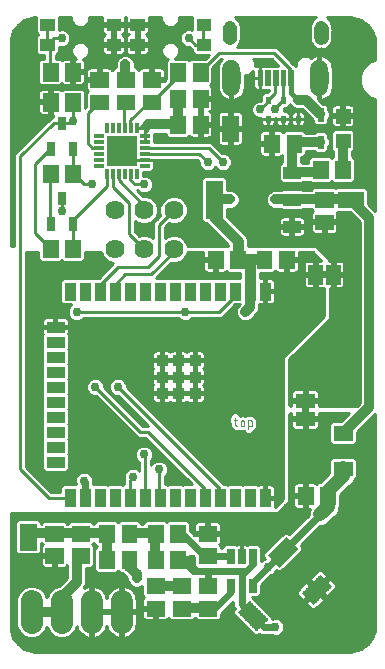
<source format=gtl>
G75*
%MOIN*%
%OFA0B0*%
%FSLAX25Y25*%
%IPPOS*%
%LPD*%
%AMOC8*
5,1,8,0,0,1.08239X$1,22.5*
%
%ADD10C,0.00400*%
%ADD11C,0.00205*%
%ADD12C,0.00198*%
%ADD13C,0.00189*%
%ADD14C,0.00187*%
%ADD15C,0.00228*%
%ADD16C,0.00197*%
%ADD17C,0.02400*%
%ADD18C,0.00184*%
%ADD19C,0.00195*%
%ADD20C,0.06024*%
%ADD21C,0.04165*%
%ADD22C,0.00394*%
%ADD23C,0.00039*%
%ADD24C,0.00213*%
%ADD25C,0.06378*%
%ADD26C,0.07200*%
%ADD27C,0.00201*%
%ADD28C,0.00220*%
%ADD29C,0.02953*%
%ADD30C,0.01000*%
%ADD31C,0.03200*%
%ADD32C,0.01600*%
%ADD33C,0.03500*%
%ADD34C,0.04800*%
D10*
X0077140Y0077000D02*
X0077296Y0077000D01*
X0077140Y0077000D02*
X0077099Y0077002D01*
X0077059Y0077007D01*
X0077019Y0077016D01*
X0076980Y0077028D01*
X0076943Y0077044D01*
X0076907Y0077063D01*
X0076872Y0077084D01*
X0076840Y0077109D01*
X0076810Y0077137D01*
X0076782Y0077167D01*
X0076757Y0077199D01*
X0076736Y0077234D01*
X0076717Y0077270D01*
X0076701Y0077307D01*
X0076689Y0077346D01*
X0076680Y0077386D01*
X0076675Y0077426D01*
X0076673Y0077467D01*
X0076673Y0079800D01*
X0076362Y0078867D02*
X0077296Y0078867D01*
X0078445Y0078244D02*
X0078445Y0077622D01*
X0078447Y0077573D01*
X0078453Y0077525D01*
X0078462Y0077477D01*
X0078475Y0077430D01*
X0078492Y0077384D01*
X0078513Y0077340D01*
X0078537Y0077297D01*
X0078564Y0077256D01*
X0078594Y0077218D01*
X0078627Y0077182D01*
X0078663Y0077149D01*
X0078701Y0077119D01*
X0078742Y0077092D01*
X0078785Y0077068D01*
X0078829Y0077047D01*
X0078875Y0077030D01*
X0078922Y0077017D01*
X0078970Y0077008D01*
X0079018Y0077002D01*
X0079067Y0077000D01*
X0079116Y0077002D01*
X0079164Y0077008D01*
X0079212Y0077017D01*
X0079259Y0077030D01*
X0079305Y0077047D01*
X0079349Y0077068D01*
X0079392Y0077092D01*
X0079433Y0077119D01*
X0079471Y0077149D01*
X0079507Y0077182D01*
X0079540Y0077218D01*
X0079570Y0077256D01*
X0079597Y0077297D01*
X0079621Y0077340D01*
X0079642Y0077384D01*
X0079659Y0077430D01*
X0079672Y0077477D01*
X0079681Y0077525D01*
X0079687Y0077573D01*
X0079689Y0077622D01*
X0079689Y0078244D01*
X0079687Y0078293D01*
X0079681Y0078341D01*
X0079672Y0078389D01*
X0079659Y0078436D01*
X0079642Y0078482D01*
X0079621Y0078526D01*
X0079597Y0078569D01*
X0079570Y0078610D01*
X0079540Y0078648D01*
X0079507Y0078684D01*
X0079471Y0078717D01*
X0079433Y0078747D01*
X0079392Y0078774D01*
X0079349Y0078798D01*
X0079305Y0078819D01*
X0079259Y0078836D01*
X0079212Y0078849D01*
X0079164Y0078858D01*
X0079116Y0078864D01*
X0079067Y0078866D01*
X0079018Y0078864D01*
X0078970Y0078858D01*
X0078922Y0078849D01*
X0078875Y0078836D01*
X0078829Y0078819D01*
X0078785Y0078798D01*
X0078742Y0078774D01*
X0078701Y0078747D01*
X0078663Y0078717D01*
X0078627Y0078684D01*
X0078594Y0078648D01*
X0078564Y0078610D01*
X0078537Y0078569D01*
X0078513Y0078526D01*
X0078492Y0078482D01*
X0078475Y0078436D01*
X0078462Y0078389D01*
X0078453Y0078341D01*
X0078447Y0078293D01*
X0078445Y0078244D01*
X0081056Y0078867D02*
X0081833Y0078867D01*
X0081876Y0078865D01*
X0081919Y0078859D01*
X0081961Y0078849D01*
X0082002Y0078835D01*
X0082041Y0078818D01*
X0082079Y0078797D01*
X0082114Y0078773D01*
X0082148Y0078745D01*
X0082178Y0078715D01*
X0082206Y0078681D01*
X0082230Y0078646D01*
X0082251Y0078608D01*
X0082268Y0078569D01*
X0082282Y0078528D01*
X0082292Y0078486D01*
X0082298Y0078443D01*
X0082300Y0078400D01*
X0082300Y0077467D01*
X0082298Y0077426D01*
X0082293Y0077386D01*
X0082284Y0077346D01*
X0082272Y0077307D01*
X0082256Y0077270D01*
X0082237Y0077234D01*
X0082216Y0077199D01*
X0082191Y0077167D01*
X0082163Y0077137D01*
X0082133Y0077109D01*
X0082101Y0077084D01*
X0082067Y0077063D01*
X0082030Y0077044D01*
X0081993Y0077028D01*
X0081954Y0077016D01*
X0081914Y0077007D01*
X0081874Y0077002D01*
X0081833Y0077000D01*
X0081056Y0077000D01*
X0081056Y0076067D02*
X0081056Y0078867D01*
D11*
X0097553Y0056601D02*
X0102467Y0056601D01*
X0102467Y0050899D01*
X0097553Y0050899D01*
X0097553Y0056601D01*
X0097553Y0051094D02*
X0102467Y0051094D01*
X0102467Y0051289D02*
X0097553Y0051289D01*
X0097553Y0051484D02*
X0102467Y0051484D01*
X0102467Y0051679D02*
X0097553Y0051679D01*
X0097553Y0051874D02*
X0102467Y0051874D01*
X0102467Y0052069D02*
X0097553Y0052069D01*
X0097553Y0052264D02*
X0102467Y0052264D01*
X0102467Y0052459D02*
X0097553Y0052459D01*
X0097553Y0052654D02*
X0102467Y0052654D01*
X0102467Y0052849D02*
X0097553Y0052849D01*
X0097553Y0053044D02*
X0102467Y0053044D01*
X0102467Y0053239D02*
X0097553Y0053239D01*
X0097553Y0053434D02*
X0102467Y0053434D01*
X0102467Y0053629D02*
X0097553Y0053629D01*
X0097553Y0053824D02*
X0102467Y0053824D01*
X0102467Y0054019D02*
X0097553Y0054019D01*
X0097553Y0054214D02*
X0102467Y0054214D01*
X0102467Y0054409D02*
X0097553Y0054409D01*
X0097553Y0054604D02*
X0102467Y0054604D01*
X0102467Y0054799D02*
X0097553Y0054799D01*
X0097553Y0054994D02*
X0102467Y0054994D01*
X0102467Y0055189D02*
X0097553Y0055189D01*
X0097553Y0055384D02*
X0102467Y0055384D01*
X0102467Y0055579D02*
X0097553Y0055579D01*
X0097553Y0055774D02*
X0102467Y0055774D01*
X0102467Y0055969D02*
X0097553Y0055969D01*
X0097553Y0056164D02*
X0102467Y0056164D01*
X0102467Y0056359D02*
X0097553Y0056359D01*
X0097553Y0056554D02*
X0102467Y0056554D01*
X0105033Y0056601D02*
X0109947Y0056601D01*
X0109947Y0050899D01*
X0105033Y0050899D01*
X0105033Y0056601D01*
X0105033Y0051094D02*
X0109947Y0051094D01*
X0109947Y0051289D02*
X0105033Y0051289D01*
X0105033Y0051484D02*
X0109947Y0051484D01*
X0109947Y0051679D02*
X0105033Y0051679D01*
X0105033Y0051874D02*
X0109947Y0051874D01*
X0109947Y0052069D02*
X0105033Y0052069D01*
X0105033Y0052264D02*
X0109947Y0052264D01*
X0109947Y0052459D02*
X0105033Y0052459D01*
X0105033Y0052654D02*
X0109947Y0052654D01*
X0109947Y0052849D02*
X0105033Y0052849D01*
X0105033Y0053044D02*
X0109947Y0053044D01*
X0109947Y0053239D02*
X0105033Y0053239D01*
X0105033Y0053434D02*
X0109947Y0053434D01*
X0109947Y0053629D02*
X0105033Y0053629D01*
X0105033Y0053824D02*
X0109947Y0053824D01*
X0109947Y0054019D02*
X0105033Y0054019D01*
X0105033Y0054214D02*
X0109947Y0054214D01*
X0109947Y0054409D02*
X0105033Y0054409D01*
X0105033Y0054604D02*
X0109947Y0054604D01*
X0109947Y0054799D02*
X0105033Y0054799D01*
X0105033Y0054994D02*
X0109947Y0054994D01*
X0109947Y0055189D02*
X0105033Y0055189D01*
X0105033Y0055384D02*
X0109947Y0055384D01*
X0109947Y0055579D02*
X0105033Y0055579D01*
X0105033Y0055774D02*
X0109947Y0055774D01*
X0109947Y0055969D02*
X0105033Y0055969D01*
X0105033Y0056164D02*
X0109947Y0056164D01*
X0109947Y0056359D02*
X0105033Y0056359D01*
X0105033Y0056554D02*
X0109947Y0056554D01*
X0070351Y0043697D02*
X0070351Y0038783D01*
X0064649Y0038783D01*
X0064649Y0043697D01*
X0070351Y0043697D01*
X0070351Y0038978D02*
X0064649Y0038978D01*
X0064649Y0039173D02*
X0070351Y0039173D01*
X0070351Y0039368D02*
X0064649Y0039368D01*
X0064649Y0039563D02*
X0070351Y0039563D01*
X0070351Y0039758D02*
X0064649Y0039758D01*
X0064649Y0039953D02*
X0070351Y0039953D01*
X0070351Y0040148D02*
X0064649Y0040148D01*
X0064649Y0040343D02*
X0070351Y0040343D01*
X0070351Y0040538D02*
X0064649Y0040538D01*
X0064649Y0040733D02*
X0070351Y0040733D01*
X0070351Y0040928D02*
X0064649Y0040928D01*
X0064649Y0041123D02*
X0070351Y0041123D01*
X0070351Y0041318D02*
X0064649Y0041318D01*
X0064649Y0041513D02*
X0070351Y0041513D01*
X0070351Y0041708D02*
X0064649Y0041708D01*
X0064649Y0041903D02*
X0070351Y0041903D01*
X0070351Y0042098D02*
X0064649Y0042098D01*
X0064649Y0042293D02*
X0070351Y0042293D01*
X0070351Y0042488D02*
X0064649Y0042488D01*
X0064649Y0042683D02*
X0070351Y0042683D01*
X0070351Y0042878D02*
X0064649Y0042878D01*
X0064649Y0043073D02*
X0070351Y0043073D01*
X0070351Y0043268D02*
X0064649Y0043268D01*
X0064649Y0043463D02*
X0070351Y0043463D01*
X0070351Y0043658D02*
X0064649Y0043658D01*
X0059947Y0038399D02*
X0055033Y0038399D01*
X0055033Y0044101D01*
X0059947Y0044101D01*
X0059947Y0038399D01*
X0059947Y0038594D02*
X0055033Y0038594D01*
X0055033Y0038789D02*
X0059947Y0038789D01*
X0059947Y0038984D02*
X0055033Y0038984D01*
X0055033Y0039179D02*
X0059947Y0039179D01*
X0059947Y0039374D02*
X0055033Y0039374D01*
X0055033Y0039569D02*
X0059947Y0039569D01*
X0059947Y0039764D02*
X0055033Y0039764D01*
X0055033Y0039959D02*
X0059947Y0039959D01*
X0059947Y0040154D02*
X0055033Y0040154D01*
X0055033Y0040349D02*
X0059947Y0040349D01*
X0059947Y0040544D02*
X0055033Y0040544D01*
X0055033Y0040739D02*
X0059947Y0040739D01*
X0059947Y0040934D02*
X0055033Y0040934D01*
X0055033Y0041129D02*
X0059947Y0041129D01*
X0059947Y0041324D02*
X0055033Y0041324D01*
X0055033Y0041519D02*
X0059947Y0041519D01*
X0059947Y0041714D02*
X0055033Y0041714D01*
X0055033Y0041909D02*
X0059947Y0041909D01*
X0059947Y0042104D02*
X0055033Y0042104D01*
X0055033Y0042299D02*
X0059947Y0042299D01*
X0059947Y0042494D02*
X0055033Y0042494D01*
X0055033Y0042689D02*
X0059947Y0042689D01*
X0059947Y0042884D02*
X0055033Y0042884D01*
X0055033Y0043079D02*
X0059947Y0043079D01*
X0059947Y0043274D02*
X0055033Y0043274D01*
X0055033Y0043469D02*
X0059947Y0043469D01*
X0059947Y0043664D02*
X0055033Y0043664D01*
X0055033Y0043859D02*
X0059947Y0043859D01*
X0059947Y0044054D02*
X0055033Y0044054D01*
X0052467Y0038399D02*
X0047553Y0038399D01*
X0047553Y0044101D01*
X0052467Y0044101D01*
X0052467Y0038399D01*
X0052467Y0038594D02*
X0047553Y0038594D01*
X0047553Y0038789D02*
X0052467Y0038789D01*
X0052467Y0038984D02*
X0047553Y0038984D01*
X0047553Y0039179D02*
X0052467Y0039179D01*
X0052467Y0039374D02*
X0047553Y0039374D01*
X0047553Y0039569D02*
X0052467Y0039569D01*
X0052467Y0039764D02*
X0047553Y0039764D01*
X0047553Y0039959D02*
X0052467Y0039959D01*
X0052467Y0040154D02*
X0047553Y0040154D01*
X0047553Y0040349D02*
X0052467Y0040349D01*
X0052467Y0040544D02*
X0047553Y0040544D01*
X0047553Y0040739D02*
X0052467Y0040739D01*
X0052467Y0040934D02*
X0047553Y0040934D01*
X0047553Y0041129D02*
X0052467Y0041129D01*
X0052467Y0041324D02*
X0047553Y0041324D01*
X0047553Y0041519D02*
X0052467Y0041519D01*
X0052467Y0041714D02*
X0047553Y0041714D01*
X0047553Y0041909D02*
X0052467Y0041909D01*
X0052467Y0042104D02*
X0047553Y0042104D01*
X0047553Y0042299D02*
X0052467Y0042299D01*
X0052467Y0042494D02*
X0047553Y0042494D01*
X0047553Y0042689D02*
X0052467Y0042689D01*
X0052467Y0042884D02*
X0047553Y0042884D01*
X0047553Y0043079D02*
X0052467Y0043079D01*
X0052467Y0043274D02*
X0047553Y0043274D01*
X0047553Y0043469D02*
X0052467Y0043469D01*
X0052467Y0043664D02*
X0047553Y0043664D01*
X0047553Y0043859D02*
X0052467Y0043859D01*
X0052467Y0044054D02*
X0047553Y0044054D01*
X0043697Y0038399D02*
X0038783Y0038399D01*
X0038783Y0044101D01*
X0043697Y0044101D01*
X0043697Y0038399D01*
X0043697Y0038594D02*
X0038783Y0038594D01*
X0038783Y0038789D02*
X0043697Y0038789D01*
X0043697Y0038984D02*
X0038783Y0038984D01*
X0038783Y0039179D02*
X0043697Y0039179D01*
X0043697Y0039374D02*
X0038783Y0039374D01*
X0038783Y0039569D02*
X0043697Y0039569D01*
X0043697Y0039764D02*
X0038783Y0039764D01*
X0038783Y0039959D02*
X0043697Y0039959D01*
X0043697Y0040154D02*
X0038783Y0040154D01*
X0038783Y0040349D02*
X0043697Y0040349D01*
X0043697Y0040544D02*
X0038783Y0040544D01*
X0038783Y0040739D02*
X0043697Y0040739D01*
X0043697Y0040934D02*
X0038783Y0040934D01*
X0038783Y0041129D02*
X0043697Y0041129D01*
X0043697Y0041324D02*
X0038783Y0041324D01*
X0038783Y0041519D02*
X0043697Y0041519D01*
X0043697Y0041714D02*
X0038783Y0041714D01*
X0038783Y0041909D02*
X0043697Y0041909D01*
X0043697Y0042104D02*
X0038783Y0042104D01*
X0038783Y0042299D02*
X0043697Y0042299D01*
X0043697Y0042494D02*
X0038783Y0042494D01*
X0038783Y0042689D02*
X0043697Y0042689D01*
X0043697Y0042884D02*
X0038783Y0042884D01*
X0038783Y0043079D02*
X0043697Y0043079D01*
X0043697Y0043274D02*
X0038783Y0043274D01*
X0038783Y0043469D02*
X0043697Y0043469D01*
X0043697Y0043664D02*
X0038783Y0043664D01*
X0038783Y0043859D02*
X0043697Y0043859D01*
X0043697Y0044054D02*
X0038783Y0044054D01*
X0036217Y0038399D02*
X0031303Y0038399D01*
X0031303Y0044101D01*
X0036217Y0044101D01*
X0036217Y0038399D01*
X0036217Y0038594D02*
X0031303Y0038594D01*
X0031303Y0038789D02*
X0036217Y0038789D01*
X0036217Y0038984D02*
X0031303Y0038984D01*
X0031303Y0039179D02*
X0036217Y0039179D01*
X0036217Y0039374D02*
X0031303Y0039374D01*
X0031303Y0039569D02*
X0036217Y0039569D01*
X0036217Y0039764D02*
X0031303Y0039764D01*
X0031303Y0039959D02*
X0036217Y0039959D01*
X0036217Y0040154D02*
X0031303Y0040154D01*
X0031303Y0040349D02*
X0036217Y0040349D01*
X0036217Y0040544D02*
X0031303Y0040544D01*
X0031303Y0040739D02*
X0036217Y0040739D01*
X0036217Y0040934D02*
X0031303Y0040934D01*
X0031303Y0041129D02*
X0036217Y0041129D01*
X0036217Y0041324D02*
X0031303Y0041324D01*
X0031303Y0041519D02*
X0036217Y0041519D01*
X0036217Y0041714D02*
X0031303Y0041714D01*
X0031303Y0041909D02*
X0036217Y0041909D01*
X0036217Y0042104D02*
X0031303Y0042104D01*
X0031303Y0042299D02*
X0036217Y0042299D01*
X0036217Y0042494D02*
X0031303Y0042494D01*
X0031303Y0042689D02*
X0036217Y0042689D01*
X0036217Y0042884D02*
X0031303Y0042884D01*
X0031303Y0043079D02*
X0036217Y0043079D01*
X0036217Y0043274D02*
X0031303Y0043274D01*
X0031303Y0043469D02*
X0036217Y0043469D01*
X0036217Y0043664D02*
X0031303Y0043664D01*
X0031303Y0043859D02*
X0036217Y0043859D01*
X0036217Y0044054D02*
X0031303Y0044054D01*
X0022149Y0043697D02*
X0022149Y0038783D01*
X0022149Y0043697D02*
X0027851Y0043697D01*
X0027851Y0038783D01*
X0022149Y0038783D01*
X0022149Y0038978D02*
X0027851Y0038978D01*
X0027851Y0039173D02*
X0022149Y0039173D01*
X0022149Y0039368D02*
X0027851Y0039368D01*
X0027851Y0039563D02*
X0022149Y0039563D01*
X0022149Y0039758D02*
X0027851Y0039758D01*
X0027851Y0039953D02*
X0022149Y0039953D01*
X0022149Y0040148D02*
X0027851Y0040148D01*
X0027851Y0040343D02*
X0022149Y0040343D01*
X0022149Y0040538D02*
X0027851Y0040538D01*
X0027851Y0040733D02*
X0022149Y0040733D01*
X0022149Y0040928D02*
X0027851Y0040928D01*
X0027851Y0041123D02*
X0022149Y0041123D01*
X0022149Y0041318D02*
X0027851Y0041318D01*
X0027851Y0041513D02*
X0022149Y0041513D01*
X0022149Y0041708D02*
X0027851Y0041708D01*
X0027851Y0041903D02*
X0022149Y0041903D01*
X0022149Y0042098D02*
X0027851Y0042098D01*
X0027851Y0042293D02*
X0022149Y0042293D01*
X0022149Y0042488D02*
X0027851Y0042488D01*
X0027851Y0042683D02*
X0022149Y0042683D01*
X0022149Y0042878D02*
X0027851Y0042878D01*
X0027851Y0043073D02*
X0022149Y0043073D01*
X0022149Y0043268D02*
X0027851Y0043268D01*
X0027851Y0043463D02*
X0022149Y0043463D01*
X0022149Y0043658D02*
X0027851Y0043658D01*
X0022149Y0036217D02*
X0022149Y0031303D01*
X0022149Y0036217D02*
X0027851Y0036217D01*
X0027851Y0031303D01*
X0022149Y0031303D01*
X0022149Y0031498D02*
X0027851Y0031498D01*
X0027851Y0031693D02*
X0022149Y0031693D01*
X0022149Y0031888D02*
X0027851Y0031888D01*
X0027851Y0032083D02*
X0022149Y0032083D01*
X0022149Y0032278D02*
X0027851Y0032278D01*
X0027851Y0032473D02*
X0022149Y0032473D01*
X0022149Y0032668D02*
X0027851Y0032668D01*
X0027851Y0032863D02*
X0022149Y0032863D01*
X0022149Y0033058D02*
X0027851Y0033058D01*
X0027851Y0033253D02*
X0022149Y0033253D01*
X0022149Y0033448D02*
X0027851Y0033448D01*
X0027851Y0033643D02*
X0022149Y0033643D01*
X0022149Y0033838D02*
X0027851Y0033838D01*
X0027851Y0034033D02*
X0022149Y0034033D01*
X0022149Y0034228D02*
X0027851Y0034228D01*
X0027851Y0034423D02*
X0022149Y0034423D01*
X0022149Y0034618D02*
X0027851Y0034618D01*
X0027851Y0034813D02*
X0022149Y0034813D01*
X0022149Y0035008D02*
X0027851Y0035008D01*
X0027851Y0035203D02*
X0022149Y0035203D01*
X0022149Y0035398D02*
X0027851Y0035398D01*
X0027851Y0035593D02*
X0022149Y0035593D01*
X0022149Y0035788D02*
X0027851Y0035788D01*
X0027851Y0035983D02*
X0022149Y0035983D01*
X0022149Y0036178D02*
X0027851Y0036178D01*
X0031303Y0029649D02*
X0036217Y0029649D01*
X0031303Y0029649D02*
X0031303Y0035351D01*
X0036217Y0035351D01*
X0036217Y0029649D01*
X0036217Y0029844D02*
X0031303Y0029844D01*
X0031303Y0030039D02*
X0036217Y0030039D01*
X0036217Y0030234D02*
X0031303Y0030234D01*
X0031303Y0030429D02*
X0036217Y0030429D01*
X0036217Y0030624D02*
X0031303Y0030624D01*
X0031303Y0030819D02*
X0036217Y0030819D01*
X0036217Y0031014D02*
X0031303Y0031014D01*
X0031303Y0031209D02*
X0036217Y0031209D01*
X0036217Y0031404D02*
X0031303Y0031404D01*
X0031303Y0031599D02*
X0036217Y0031599D01*
X0036217Y0031794D02*
X0031303Y0031794D01*
X0031303Y0031989D02*
X0036217Y0031989D01*
X0036217Y0032184D02*
X0031303Y0032184D01*
X0031303Y0032379D02*
X0036217Y0032379D01*
X0036217Y0032574D02*
X0031303Y0032574D01*
X0031303Y0032769D02*
X0036217Y0032769D01*
X0036217Y0032964D02*
X0031303Y0032964D01*
X0031303Y0033159D02*
X0036217Y0033159D01*
X0036217Y0033354D02*
X0031303Y0033354D01*
X0031303Y0033549D02*
X0036217Y0033549D01*
X0036217Y0033744D02*
X0031303Y0033744D01*
X0031303Y0033939D02*
X0036217Y0033939D01*
X0036217Y0034134D02*
X0031303Y0034134D01*
X0031303Y0034329D02*
X0036217Y0034329D01*
X0036217Y0034524D02*
X0031303Y0034524D01*
X0031303Y0034719D02*
X0036217Y0034719D01*
X0036217Y0034914D02*
X0031303Y0034914D01*
X0031303Y0035109D02*
X0036217Y0035109D01*
X0036217Y0035304D02*
X0031303Y0035304D01*
X0038783Y0029649D02*
X0043697Y0029649D01*
X0038783Y0029649D02*
X0038783Y0035351D01*
X0043697Y0035351D01*
X0043697Y0029649D01*
X0043697Y0029844D02*
X0038783Y0029844D01*
X0038783Y0030039D02*
X0043697Y0030039D01*
X0043697Y0030234D02*
X0038783Y0030234D01*
X0038783Y0030429D02*
X0043697Y0030429D01*
X0043697Y0030624D02*
X0038783Y0030624D01*
X0038783Y0030819D02*
X0043697Y0030819D01*
X0043697Y0031014D02*
X0038783Y0031014D01*
X0038783Y0031209D02*
X0043697Y0031209D01*
X0043697Y0031404D02*
X0038783Y0031404D01*
X0038783Y0031599D02*
X0043697Y0031599D01*
X0043697Y0031794D02*
X0038783Y0031794D01*
X0038783Y0031989D02*
X0043697Y0031989D01*
X0043697Y0032184D02*
X0038783Y0032184D01*
X0038783Y0032379D02*
X0043697Y0032379D01*
X0043697Y0032574D02*
X0038783Y0032574D01*
X0038783Y0032769D02*
X0043697Y0032769D01*
X0043697Y0032964D02*
X0038783Y0032964D01*
X0038783Y0033159D02*
X0043697Y0033159D01*
X0043697Y0033354D02*
X0038783Y0033354D01*
X0038783Y0033549D02*
X0043697Y0033549D01*
X0043697Y0033744D02*
X0038783Y0033744D01*
X0038783Y0033939D02*
X0043697Y0033939D01*
X0043697Y0034134D02*
X0038783Y0034134D01*
X0038783Y0034329D02*
X0043697Y0034329D01*
X0043697Y0034524D02*
X0038783Y0034524D01*
X0038783Y0034719D02*
X0043697Y0034719D01*
X0043697Y0034914D02*
X0038783Y0034914D01*
X0038783Y0035109D02*
X0043697Y0035109D01*
X0043697Y0035304D02*
X0038783Y0035304D01*
X0047553Y0035351D02*
X0052467Y0035351D01*
X0052467Y0029649D01*
X0047553Y0029649D01*
X0047553Y0035351D01*
X0047553Y0029844D02*
X0052467Y0029844D01*
X0052467Y0030039D02*
X0047553Y0030039D01*
X0047553Y0030234D02*
X0052467Y0030234D01*
X0052467Y0030429D02*
X0047553Y0030429D01*
X0047553Y0030624D02*
X0052467Y0030624D01*
X0052467Y0030819D02*
X0047553Y0030819D01*
X0047553Y0031014D02*
X0052467Y0031014D01*
X0052467Y0031209D02*
X0047553Y0031209D01*
X0047553Y0031404D02*
X0052467Y0031404D01*
X0052467Y0031599D02*
X0047553Y0031599D01*
X0047553Y0031794D02*
X0052467Y0031794D01*
X0052467Y0031989D02*
X0047553Y0031989D01*
X0047553Y0032184D02*
X0052467Y0032184D01*
X0052467Y0032379D02*
X0047553Y0032379D01*
X0047553Y0032574D02*
X0052467Y0032574D01*
X0052467Y0032769D02*
X0047553Y0032769D01*
X0047553Y0032964D02*
X0052467Y0032964D01*
X0052467Y0033159D02*
X0047553Y0033159D01*
X0047553Y0033354D02*
X0052467Y0033354D01*
X0052467Y0033549D02*
X0047553Y0033549D01*
X0047553Y0033744D02*
X0052467Y0033744D01*
X0052467Y0033939D02*
X0047553Y0033939D01*
X0047553Y0034134D02*
X0052467Y0034134D01*
X0052467Y0034329D02*
X0047553Y0034329D01*
X0047553Y0034524D02*
X0052467Y0034524D01*
X0052467Y0034719D02*
X0047553Y0034719D01*
X0047553Y0034914D02*
X0052467Y0034914D01*
X0052467Y0035109D02*
X0047553Y0035109D01*
X0047553Y0035304D02*
X0052467Y0035304D01*
X0055033Y0035351D02*
X0059947Y0035351D01*
X0059947Y0029649D01*
X0055033Y0029649D01*
X0055033Y0035351D01*
X0055033Y0029844D02*
X0059947Y0029844D01*
X0059947Y0030039D02*
X0055033Y0030039D01*
X0055033Y0030234D02*
X0059947Y0030234D01*
X0059947Y0030429D02*
X0055033Y0030429D01*
X0055033Y0030624D02*
X0059947Y0030624D01*
X0059947Y0030819D02*
X0055033Y0030819D01*
X0055033Y0031014D02*
X0059947Y0031014D01*
X0059947Y0031209D02*
X0055033Y0031209D01*
X0055033Y0031404D02*
X0059947Y0031404D01*
X0059947Y0031599D02*
X0055033Y0031599D01*
X0055033Y0031794D02*
X0059947Y0031794D01*
X0059947Y0031989D02*
X0055033Y0031989D01*
X0055033Y0032184D02*
X0059947Y0032184D01*
X0059947Y0032379D02*
X0055033Y0032379D01*
X0055033Y0032574D02*
X0059947Y0032574D01*
X0059947Y0032769D02*
X0055033Y0032769D01*
X0055033Y0032964D02*
X0059947Y0032964D01*
X0059947Y0033159D02*
X0055033Y0033159D01*
X0055033Y0033354D02*
X0059947Y0033354D01*
X0059947Y0033549D02*
X0055033Y0033549D01*
X0055033Y0033744D02*
X0059947Y0033744D01*
X0059947Y0033939D02*
X0055033Y0033939D01*
X0055033Y0034134D02*
X0059947Y0034134D01*
X0059947Y0034329D02*
X0055033Y0034329D01*
X0055033Y0034524D02*
X0059947Y0034524D01*
X0059947Y0034719D02*
X0055033Y0034719D01*
X0055033Y0034914D02*
X0059947Y0034914D01*
X0059947Y0035109D02*
X0055033Y0035109D01*
X0055033Y0035304D02*
X0059947Y0035304D01*
X0070351Y0036217D02*
X0070351Y0031303D01*
X0064649Y0031303D01*
X0064649Y0036217D01*
X0070351Y0036217D01*
X0070351Y0031498D02*
X0064649Y0031498D01*
X0064649Y0031693D02*
X0070351Y0031693D01*
X0070351Y0031888D02*
X0064649Y0031888D01*
X0064649Y0032083D02*
X0070351Y0032083D01*
X0070351Y0032278D02*
X0064649Y0032278D01*
X0064649Y0032473D02*
X0070351Y0032473D01*
X0070351Y0032668D02*
X0064649Y0032668D01*
X0064649Y0032863D02*
X0070351Y0032863D01*
X0070351Y0033058D02*
X0064649Y0033058D01*
X0064649Y0033253D02*
X0070351Y0033253D01*
X0070351Y0033448D02*
X0064649Y0033448D01*
X0064649Y0033643D02*
X0070351Y0033643D01*
X0070351Y0033838D02*
X0064649Y0033838D01*
X0064649Y0034033D02*
X0070351Y0034033D01*
X0070351Y0034228D02*
X0064649Y0034228D01*
X0064649Y0034423D02*
X0070351Y0034423D01*
X0070351Y0034618D02*
X0064649Y0034618D01*
X0064649Y0034813D02*
X0070351Y0034813D01*
X0070351Y0035008D02*
X0064649Y0035008D01*
X0064649Y0035203D02*
X0070351Y0035203D01*
X0070351Y0035398D02*
X0064649Y0035398D01*
X0064649Y0035593D02*
X0070351Y0035593D01*
X0070351Y0035788D02*
X0064649Y0035788D01*
X0064649Y0035983D02*
X0070351Y0035983D01*
X0070351Y0036178D02*
X0064649Y0036178D01*
X0070351Y0026197D02*
X0070351Y0021283D01*
X0064649Y0021283D01*
X0064649Y0026197D01*
X0070351Y0026197D01*
X0070351Y0021478D02*
X0064649Y0021478D01*
X0064649Y0021673D02*
X0070351Y0021673D01*
X0070351Y0021868D02*
X0064649Y0021868D01*
X0064649Y0022063D02*
X0070351Y0022063D01*
X0070351Y0022258D02*
X0064649Y0022258D01*
X0064649Y0022453D02*
X0070351Y0022453D01*
X0070351Y0022648D02*
X0064649Y0022648D01*
X0064649Y0022843D02*
X0070351Y0022843D01*
X0070351Y0023038D02*
X0064649Y0023038D01*
X0064649Y0023233D02*
X0070351Y0023233D01*
X0070351Y0023428D02*
X0064649Y0023428D01*
X0064649Y0023623D02*
X0070351Y0023623D01*
X0070351Y0023818D02*
X0064649Y0023818D01*
X0064649Y0024013D02*
X0070351Y0024013D01*
X0070351Y0024208D02*
X0064649Y0024208D01*
X0064649Y0024403D02*
X0070351Y0024403D01*
X0070351Y0024598D02*
X0064649Y0024598D01*
X0064649Y0024793D02*
X0070351Y0024793D01*
X0070351Y0024988D02*
X0064649Y0024988D01*
X0064649Y0025183D02*
X0070351Y0025183D01*
X0070351Y0025378D02*
X0064649Y0025378D01*
X0064649Y0025573D02*
X0070351Y0025573D01*
X0070351Y0025768D02*
X0064649Y0025768D01*
X0064649Y0025963D02*
X0070351Y0025963D01*
X0070351Y0026158D02*
X0064649Y0026158D01*
X0055899Y0026197D02*
X0055899Y0021283D01*
X0055899Y0026197D02*
X0061601Y0026197D01*
X0061601Y0021283D01*
X0055899Y0021283D01*
X0055899Y0021478D02*
X0061601Y0021478D01*
X0061601Y0021673D02*
X0055899Y0021673D01*
X0055899Y0021868D02*
X0061601Y0021868D01*
X0061601Y0022063D02*
X0055899Y0022063D01*
X0055899Y0022258D02*
X0061601Y0022258D01*
X0061601Y0022453D02*
X0055899Y0022453D01*
X0055899Y0022648D02*
X0061601Y0022648D01*
X0061601Y0022843D02*
X0055899Y0022843D01*
X0055899Y0023038D02*
X0061601Y0023038D01*
X0061601Y0023233D02*
X0055899Y0023233D01*
X0055899Y0023428D02*
X0061601Y0023428D01*
X0061601Y0023623D02*
X0055899Y0023623D01*
X0055899Y0023818D02*
X0061601Y0023818D01*
X0061601Y0024013D02*
X0055899Y0024013D01*
X0055899Y0024208D02*
X0061601Y0024208D01*
X0061601Y0024403D02*
X0055899Y0024403D01*
X0055899Y0024598D02*
X0061601Y0024598D01*
X0061601Y0024793D02*
X0055899Y0024793D01*
X0055899Y0024988D02*
X0061601Y0024988D01*
X0061601Y0025183D02*
X0055899Y0025183D01*
X0055899Y0025378D02*
X0061601Y0025378D01*
X0061601Y0025573D02*
X0055899Y0025573D01*
X0055899Y0025768D02*
X0061601Y0025768D01*
X0061601Y0025963D02*
X0055899Y0025963D01*
X0055899Y0026158D02*
X0061601Y0026158D01*
X0055899Y0018717D02*
X0055899Y0013803D01*
X0055899Y0018717D02*
X0061601Y0018717D01*
X0061601Y0013803D01*
X0055899Y0013803D01*
X0055899Y0013998D02*
X0061601Y0013998D01*
X0061601Y0014193D02*
X0055899Y0014193D01*
X0055899Y0014388D02*
X0061601Y0014388D01*
X0061601Y0014583D02*
X0055899Y0014583D01*
X0055899Y0014778D02*
X0061601Y0014778D01*
X0061601Y0014973D02*
X0055899Y0014973D01*
X0055899Y0015168D02*
X0061601Y0015168D01*
X0061601Y0015363D02*
X0055899Y0015363D01*
X0055899Y0015558D02*
X0061601Y0015558D01*
X0061601Y0015753D02*
X0055899Y0015753D01*
X0055899Y0015948D02*
X0061601Y0015948D01*
X0061601Y0016143D02*
X0055899Y0016143D01*
X0055899Y0016338D02*
X0061601Y0016338D01*
X0061601Y0016533D02*
X0055899Y0016533D01*
X0055899Y0016728D02*
X0061601Y0016728D01*
X0061601Y0016923D02*
X0055899Y0016923D01*
X0055899Y0017118D02*
X0061601Y0017118D01*
X0061601Y0017313D02*
X0055899Y0017313D01*
X0055899Y0017508D02*
X0061601Y0017508D01*
X0061601Y0017703D02*
X0055899Y0017703D01*
X0055899Y0017898D02*
X0061601Y0017898D01*
X0061601Y0018093D02*
X0055899Y0018093D01*
X0055899Y0018288D02*
X0061601Y0018288D01*
X0061601Y0018483D02*
X0055899Y0018483D01*
X0055899Y0018678D02*
X0061601Y0018678D01*
X0070351Y0018717D02*
X0070351Y0013803D01*
X0064649Y0013803D01*
X0064649Y0018717D01*
X0070351Y0018717D01*
X0070351Y0013998D02*
X0064649Y0013998D01*
X0064649Y0014193D02*
X0070351Y0014193D01*
X0070351Y0014388D02*
X0064649Y0014388D01*
X0064649Y0014583D02*
X0070351Y0014583D01*
X0070351Y0014778D02*
X0064649Y0014778D01*
X0064649Y0014973D02*
X0070351Y0014973D01*
X0070351Y0015168D02*
X0064649Y0015168D01*
X0064649Y0015363D02*
X0070351Y0015363D01*
X0070351Y0015558D02*
X0064649Y0015558D01*
X0064649Y0015753D02*
X0070351Y0015753D01*
X0070351Y0015948D02*
X0064649Y0015948D01*
X0064649Y0016143D02*
X0070351Y0016143D01*
X0070351Y0016338D02*
X0064649Y0016338D01*
X0064649Y0016533D02*
X0070351Y0016533D01*
X0070351Y0016728D02*
X0064649Y0016728D01*
X0064649Y0016923D02*
X0070351Y0016923D01*
X0070351Y0017118D02*
X0064649Y0017118D01*
X0064649Y0017313D02*
X0070351Y0017313D01*
X0070351Y0017508D02*
X0064649Y0017508D01*
X0064649Y0017703D02*
X0070351Y0017703D01*
X0070351Y0017898D02*
X0064649Y0017898D01*
X0064649Y0018093D02*
X0070351Y0018093D01*
X0070351Y0018288D02*
X0064649Y0018288D01*
X0064649Y0018483D02*
X0070351Y0018483D01*
X0070351Y0018678D02*
X0064649Y0018678D01*
X0047149Y0018717D02*
X0047149Y0013803D01*
X0047149Y0018717D02*
X0052851Y0018717D01*
X0052851Y0013803D01*
X0047149Y0013803D01*
X0047149Y0013998D02*
X0052851Y0013998D01*
X0052851Y0014193D02*
X0047149Y0014193D01*
X0047149Y0014388D02*
X0052851Y0014388D01*
X0052851Y0014583D02*
X0047149Y0014583D01*
X0047149Y0014778D02*
X0052851Y0014778D01*
X0052851Y0014973D02*
X0047149Y0014973D01*
X0047149Y0015168D02*
X0052851Y0015168D01*
X0052851Y0015363D02*
X0047149Y0015363D01*
X0047149Y0015558D02*
X0052851Y0015558D01*
X0052851Y0015753D02*
X0047149Y0015753D01*
X0047149Y0015948D02*
X0052851Y0015948D01*
X0052851Y0016143D02*
X0047149Y0016143D01*
X0047149Y0016338D02*
X0052851Y0016338D01*
X0052851Y0016533D02*
X0047149Y0016533D01*
X0047149Y0016728D02*
X0052851Y0016728D01*
X0052851Y0016923D02*
X0047149Y0016923D01*
X0047149Y0017118D02*
X0052851Y0017118D01*
X0052851Y0017313D02*
X0047149Y0017313D01*
X0047149Y0017508D02*
X0052851Y0017508D01*
X0052851Y0017703D02*
X0047149Y0017703D01*
X0047149Y0017898D02*
X0052851Y0017898D01*
X0052851Y0018093D02*
X0047149Y0018093D01*
X0047149Y0018288D02*
X0052851Y0018288D01*
X0052851Y0018483D02*
X0047149Y0018483D01*
X0047149Y0018678D02*
X0052851Y0018678D01*
X0047149Y0021283D02*
X0047149Y0026197D01*
X0052851Y0026197D01*
X0052851Y0021283D01*
X0047149Y0021283D01*
X0047149Y0021478D02*
X0052851Y0021478D01*
X0052851Y0021673D02*
X0047149Y0021673D01*
X0047149Y0021868D02*
X0052851Y0021868D01*
X0052851Y0022063D02*
X0047149Y0022063D01*
X0047149Y0022258D02*
X0052851Y0022258D01*
X0052851Y0022453D02*
X0047149Y0022453D01*
X0047149Y0022648D02*
X0052851Y0022648D01*
X0052851Y0022843D02*
X0047149Y0022843D01*
X0047149Y0023038D02*
X0052851Y0023038D01*
X0052851Y0023233D02*
X0047149Y0023233D01*
X0047149Y0023428D02*
X0052851Y0023428D01*
X0052851Y0023623D02*
X0047149Y0023623D01*
X0047149Y0023818D02*
X0052851Y0023818D01*
X0052851Y0024013D02*
X0047149Y0024013D01*
X0047149Y0024208D02*
X0052851Y0024208D01*
X0052851Y0024403D02*
X0047149Y0024403D01*
X0047149Y0024598D02*
X0052851Y0024598D01*
X0052851Y0024793D02*
X0047149Y0024793D01*
X0047149Y0024988D02*
X0052851Y0024988D01*
X0052851Y0025183D02*
X0047149Y0025183D01*
X0047149Y0025378D02*
X0052851Y0025378D01*
X0052851Y0025573D02*
X0047149Y0025573D01*
X0047149Y0025768D02*
X0052851Y0025768D01*
X0052851Y0025963D02*
X0047149Y0025963D01*
X0047149Y0026158D02*
X0052851Y0026158D01*
X0019101Y0031303D02*
X0019101Y0036217D01*
X0019101Y0031303D02*
X0013399Y0031303D01*
X0013399Y0036217D01*
X0019101Y0036217D01*
X0019101Y0031498D02*
X0013399Y0031498D01*
X0013399Y0031693D02*
X0019101Y0031693D01*
X0019101Y0031888D02*
X0013399Y0031888D01*
X0013399Y0032083D02*
X0019101Y0032083D01*
X0019101Y0032278D02*
X0013399Y0032278D01*
X0013399Y0032473D02*
X0019101Y0032473D01*
X0019101Y0032668D02*
X0013399Y0032668D01*
X0013399Y0032863D02*
X0019101Y0032863D01*
X0019101Y0033058D02*
X0013399Y0033058D01*
X0013399Y0033253D02*
X0019101Y0033253D01*
X0019101Y0033448D02*
X0013399Y0033448D01*
X0013399Y0033643D02*
X0019101Y0033643D01*
X0019101Y0033838D02*
X0013399Y0033838D01*
X0013399Y0034033D02*
X0019101Y0034033D01*
X0019101Y0034228D02*
X0013399Y0034228D01*
X0013399Y0034423D02*
X0019101Y0034423D01*
X0019101Y0034618D02*
X0013399Y0034618D01*
X0013399Y0034813D02*
X0019101Y0034813D01*
X0019101Y0035008D02*
X0013399Y0035008D01*
X0013399Y0035203D02*
X0019101Y0035203D01*
X0019101Y0035398D02*
X0013399Y0035398D01*
X0013399Y0035593D02*
X0019101Y0035593D01*
X0019101Y0035788D02*
X0013399Y0035788D01*
X0013399Y0035983D02*
X0019101Y0035983D01*
X0019101Y0036178D02*
X0013399Y0036178D01*
X0019101Y0038783D02*
X0019101Y0043697D01*
X0019101Y0038783D02*
X0013399Y0038783D01*
X0013399Y0043697D01*
X0019101Y0043697D01*
X0019101Y0038978D02*
X0013399Y0038978D01*
X0013399Y0039173D02*
X0019101Y0039173D01*
X0019101Y0039368D02*
X0013399Y0039368D01*
X0013399Y0039563D02*
X0019101Y0039563D01*
X0019101Y0039758D02*
X0013399Y0039758D01*
X0013399Y0039953D02*
X0019101Y0039953D01*
X0019101Y0040148D02*
X0013399Y0040148D01*
X0013399Y0040343D02*
X0019101Y0040343D01*
X0019101Y0040538D02*
X0013399Y0040538D01*
X0013399Y0040733D02*
X0019101Y0040733D01*
X0019101Y0040928D02*
X0013399Y0040928D01*
X0013399Y0041123D02*
X0019101Y0041123D01*
X0019101Y0041318D02*
X0013399Y0041318D01*
X0013399Y0041513D02*
X0019101Y0041513D01*
X0019101Y0041708D02*
X0013399Y0041708D01*
X0013399Y0041903D02*
X0019101Y0041903D01*
X0019101Y0042098D02*
X0013399Y0042098D01*
X0013399Y0042293D02*
X0019101Y0042293D01*
X0019101Y0042488D02*
X0013399Y0042488D01*
X0013399Y0042683D02*
X0019101Y0042683D01*
X0019101Y0042878D02*
X0013399Y0042878D01*
X0013399Y0043073D02*
X0019101Y0043073D01*
X0019101Y0043268D02*
X0013399Y0043268D01*
X0013399Y0043463D02*
X0019101Y0043463D01*
X0019101Y0043658D02*
X0013399Y0043658D01*
X0067553Y0135351D02*
X0072467Y0135351D01*
X0072467Y0129649D01*
X0067553Y0129649D01*
X0067553Y0135351D01*
X0067553Y0129844D02*
X0072467Y0129844D01*
X0072467Y0130039D02*
X0067553Y0130039D01*
X0067553Y0130234D02*
X0072467Y0130234D01*
X0072467Y0130429D02*
X0067553Y0130429D01*
X0067553Y0130624D02*
X0072467Y0130624D01*
X0072467Y0130819D02*
X0067553Y0130819D01*
X0067553Y0131014D02*
X0072467Y0131014D01*
X0072467Y0131209D02*
X0067553Y0131209D01*
X0067553Y0131404D02*
X0072467Y0131404D01*
X0072467Y0131599D02*
X0067553Y0131599D01*
X0067553Y0131794D02*
X0072467Y0131794D01*
X0072467Y0131989D02*
X0067553Y0131989D01*
X0067553Y0132184D02*
X0072467Y0132184D01*
X0072467Y0132379D02*
X0067553Y0132379D01*
X0067553Y0132574D02*
X0072467Y0132574D01*
X0072467Y0132769D02*
X0067553Y0132769D01*
X0067553Y0132964D02*
X0072467Y0132964D01*
X0072467Y0133159D02*
X0067553Y0133159D01*
X0067553Y0133354D02*
X0072467Y0133354D01*
X0072467Y0133549D02*
X0067553Y0133549D01*
X0067553Y0133744D02*
X0072467Y0133744D01*
X0072467Y0133939D02*
X0067553Y0133939D01*
X0067553Y0134134D02*
X0072467Y0134134D01*
X0072467Y0134329D02*
X0067553Y0134329D01*
X0067553Y0134524D02*
X0072467Y0134524D01*
X0072467Y0134719D02*
X0067553Y0134719D01*
X0067553Y0134914D02*
X0072467Y0134914D01*
X0072467Y0135109D02*
X0067553Y0135109D01*
X0067553Y0135304D02*
X0072467Y0135304D01*
X0075033Y0135351D02*
X0079947Y0135351D01*
X0079947Y0129649D01*
X0075033Y0129649D01*
X0075033Y0135351D01*
X0075033Y0129844D02*
X0079947Y0129844D01*
X0079947Y0130039D02*
X0075033Y0130039D01*
X0075033Y0130234D02*
X0079947Y0130234D01*
X0079947Y0130429D02*
X0075033Y0130429D01*
X0075033Y0130624D02*
X0079947Y0130624D01*
X0079947Y0130819D02*
X0075033Y0130819D01*
X0075033Y0131014D02*
X0079947Y0131014D01*
X0079947Y0131209D02*
X0075033Y0131209D01*
X0075033Y0131404D02*
X0079947Y0131404D01*
X0079947Y0131599D02*
X0075033Y0131599D01*
X0075033Y0131794D02*
X0079947Y0131794D01*
X0079947Y0131989D02*
X0075033Y0131989D01*
X0075033Y0132184D02*
X0079947Y0132184D01*
X0079947Y0132379D02*
X0075033Y0132379D01*
X0075033Y0132574D02*
X0079947Y0132574D01*
X0079947Y0132769D02*
X0075033Y0132769D01*
X0075033Y0132964D02*
X0079947Y0132964D01*
X0079947Y0133159D02*
X0075033Y0133159D01*
X0075033Y0133354D02*
X0079947Y0133354D01*
X0079947Y0133549D02*
X0075033Y0133549D01*
X0075033Y0133744D02*
X0079947Y0133744D01*
X0079947Y0133939D02*
X0075033Y0133939D01*
X0075033Y0134134D02*
X0079947Y0134134D01*
X0079947Y0134329D02*
X0075033Y0134329D01*
X0075033Y0134524D02*
X0079947Y0134524D01*
X0079947Y0134719D02*
X0075033Y0134719D01*
X0075033Y0134914D02*
X0079947Y0134914D01*
X0079947Y0135109D02*
X0075033Y0135109D01*
X0075033Y0135304D02*
X0079947Y0135304D01*
X0083803Y0129649D02*
X0088717Y0129649D01*
X0083803Y0129649D02*
X0083803Y0135351D01*
X0088717Y0135351D01*
X0088717Y0129649D01*
X0088717Y0129844D02*
X0083803Y0129844D01*
X0083803Y0130039D02*
X0088717Y0130039D01*
X0088717Y0130234D02*
X0083803Y0130234D01*
X0083803Y0130429D02*
X0088717Y0130429D01*
X0088717Y0130624D02*
X0083803Y0130624D01*
X0083803Y0130819D02*
X0088717Y0130819D01*
X0088717Y0131014D02*
X0083803Y0131014D01*
X0083803Y0131209D02*
X0088717Y0131209D01*
X0088717Y0131404D02*
X0083803Y0131404D01*
X0083803Y0131599D02*
X0088717Y0131599D01*
X0088717Y0131794D02*
X0083803Y0131794D01*
X0083803Y0131989D02*
X0088717Y0131989D01*
X0088717Y0132184D02*
X0083803Y0132184D01*
X0083803Y0132379D02*
X0088717Y0132379D01*
X0088717Y0132574D02*
X0083803Y0132574D01*
X0083803Y0132769D02*
X0088717Y0132769D01*
X0088717Y0132964D02*
X0083803Y0132964D01*
X0083803Y0133159D02*
X0088717Y0133159D01*
X0088717Y0133354D02*
X0083803Y0133354D01*
X0083803Y0133549D02*
X0088717Y0133549D01*
X0088717Y0133744D02*
X0083803Y0133744D01*
X0083803Y0133939D02*
X0088717Y0133939D01*
X0088717Y0134134D02*
X0083803Y0134134D01*
X0083803Y0134329D02*
X0088717Y0134329D01*
X0088717Y0134524D02*
X0083803Y0134524D01*
X0083803Y0134719D02*
X0088717Y0134719D01*
X0088717Y0134914D02*
X0083803Y0134914D01*
X0083803Y0135109D02*
X0088717Y0135109D01*
X0088717Y0135304D02*
X0083803Y0135304D01*
X0091283Y0129649D02*
X0096197Y0129649D01*
X0091283Y0129649D02*
X0091283Y0135351D01*
X0096197Y0135351D01*
X0096197Y0129649D01*
X0096197Y0129844D02*
X0091283Y0129844D01*
X0091283Y0130039D02*
X0096197Y0130039D01*
X0096197Y0130234D02*
X0091283Y0130234D01*
X0091283Y0130429D02*
X0096197Y0130429D01*
X0096197Y0130624D02*
X0091283Y0130624D01*
X0091283Y0130819D02*
X0096197Y0130819D01*
X0096197Y0131014D02*
X0091283Y0131014D01*
X0091283Y0131209D02*
X0096197Y0131209D01*
X0096197Y0131404D02*
X0091283Y0131404D01*
X0091283Y0131599D02*
X0096197Y0131599D01*
X0096197Y0131794D02*
X0091283Y0131794D01*
X0091283Y0131989D02*
X0096197Y0131989D01*
X0096197Y0132184D02*
X0091283Y0132184D01*
X0091283Y0132379D02*
X0096197Y0132379D01*
X0096197Y0132574D02*
X0091283Y0132574D01*
X0091283Y0132769D02*
X0096197Y0132769D01*
X0096197Y0132964D02*
X0091283Y0132964D01*
X0091283Y0133159D02*
X0096197Y0133159D01*
X0096197Y0133354D02*
X0091283Y0133354D01*
X0091283Y0133549D02*
X0096197Y0133549D01*
X0096197Y0133744D02*
X0091283Y0133744D01*
X0091283Y0133939D02*
X0096197Y0133939D01*
X0096197Y0134134D02*
X0091283Y0134134D01*
X0091283Y0134329D02*
X0096197Y0134329D01*
X0096197Y0134524D02*
X0091283Y0134524D01*
X0091283Y0134719D02*
X0096197Y0134719D01*
X0096197Y0134914D02*
X0091283Y0134914D01*
X0091283Y0135109D02*
X0096197Y0135109D01*
X0096197Y0135304D02*
X0091283Y0135304D01*
X0103399Y0142553D02*
X0103399Y0147467D01*
X0109101Y0147467D01*
X0109101Y0142553D01*
X0103399Y0142553D01*
X0103399Y0142748D02*
X0109101Y0142748D01*
X0109101Y0142943D02*
X0103399Y0142943D01*
X0103399Y0143138D02*
X0109101Y0143138D01*
X0109101Y0143333D02*
X0103399Y0143333D01*
X0103399Y0143528D02*
X0109101Y0143528D01*
X0109101Y0143723D02*
X0103399Y0143723D01*
X0103399Y0143918D02*
X0109101Y0143918D01*
X0109101Y0144113D02*
X0103399Y0144113D01*
X0103399Y0144308D02*
X0109101Y0144308D01*
X0109101Y0144503D02*
X0103399Y0144503D01*
X0103399Y0144698D02*
X0109101Y0144698D01*
X0109101Y0144893D02*
X0103399Y0144893D01*
X0103399Y0145088D02*
X0109101Y0145088D01*
X0109101Y0145283D02*
X0103399Y0145283D01*
X0103399Y0145478D02*
X0109101Y0145478D01*
X0109101Y0145673D02*
X0103399Y0145673D01*
X0103399Y0145868D02*
X0109101Y0145868D01*
X0109101Y0146063D02*
X0103399Y0146063D01*
X0103399Y0146258D02*
X0109101Y0146258D01*
X0109101Y0146453D02*
X0103399Y0146453D01*
X0103399Y0146648D02*
X0109101Y0146648D01*
X0109101Y0146843D02*
X0103399Y0146843D01*
X0103399Y0147038D02*
X0109101Y0147038D01*
X0109101Y0147233D02*
X0103399Y0147233D01*
X0103399Y0147428D02*
X0109101Y0147428D01*
X0103399Y0150033D02*
X0103399Y0154947D01*
X0109101Y0154947D01*
X0109101Y0150033D01*
X0103399Y0150033D01*
X0103399Y0150228D02*
X0109101Y0150228D01*
X0109101Y0150423D02*
X0103399Y0150423D01*
X0103399Y0150618D02*
X0109101Y0150618D01*
X0109101Y0150813D02*
X0103399Y0150813D01*
X0103399Y0151008D02*
X0109101Y0151008D01*
X0109101Y0151203D02*
X0103399Y0151203D01*
X0103399Y0151398D02*
X0109101Y0151398D01*
X0109101Y0151593D02*
X0103399Y0151593D01*
X0103399Y0151788D02*
X0109101Y0151788D01*
X0109101Y0151983D02*
X0103399Y0151983D01*
X0103399Y0152178D02*
X0109101Y0152178D01*
X0109101Y0152373D02*
X0103399Y0152373D01*
X0103399Y0152568D02*
X0109101Y0152568D01*
X0109101Y0152763D02*
X0103399Y0152763D01*
X0103399Y0152958D02*
X0109101Y0152958D01*
X0109101Y0153153D02*
X0103399Y0153153D01*
X0103399Y0153348D02*
X0109101Y0153348D01*
X0109101Y0153543D02*
X0103399Y0153543D01*
X0103399Y0153738D02*
X0109101Y0153738D01*
X0109101Y0153933D02*
X0103399Y0153933D01*
X0103399Y0154128D02*
X0109101Y0154128D01*
X0109101Y0154323D02*
X0103399Y0154323D01*
X0103399Y0154518D02*
X0109101Y0154518D01*
X0109101Y0154713D02*
X0103399Y0154713D01*
X0103399Y0154908D02*
X0109101Y0154908D01*
X0110033Y0165351D02*
X0114947Y0165351D01*
X0114947Y0159649D01*
X0110033Y0159649D01*
X0110033Y0165351D01*
X0110033Y0159844D02*
X0114947Y0159844D01*
X0114947Y0160039D02*
X0110033Y0160039D01*
X0110033Y0160234D02*
X0114947Y0160234D01*
X0114947Y0160429D02*
X0110033Y0160429D01*
X0110033Y0160624D02*
X0114947Y0160624D01*
X0114947Y0160819D02*
X0110033Y0160819D01*
X0110033Y0161014D02*
X0114947Y0161014D01*
X0114947Y0161209D02*
X0110033Y0161209D01*
X0110033Y0161404D02*
X0114947Y0161404D01*
X0114947Y0161599D02*
X0110033Y0161599D01*
X0110033Y0161794D02*
X0114947Y0161794D01*
X0114947Y0161989D02*
X0110033Y0161989D01*
X0110033Y0162184D02*
X0114947Y0162184D01*
X0114947Y0162379D02*
X0110033Y0162379D01*
X0110033Y0162574D02*
X0114947Y0162574D01*
X0114947Y0162769D02*
X0110033Y0162769D01*
X0110033Y0162964D02*
X0114947Y0162964D01*
X0114947Y0163159D02*
X0110033Y0163159D01*
X0110033Y0163354D02*
X0114947Y0163354D01*
X0114947Y0163549D02*
X0110033Y0163549D01*
X0110033Y0163744D02*
X0114947Y0163744D01*
X0114947Y0163939D02*
X0110033Y0163939D01*
X0110033Y0164134D02*
X0114947Y0164134D01*
X0114947Y0164329D02*
X0110033Y0164329D01*
X0110033Y0164524D02*
X0114947Y0164524D01*
X0114947Y0164719D02*
X0110033Y0164719D01*
X0110033Y0164914D02*
X0114947Y0164914D01*
X0114947Y0165109D02*
X0110033Y0165109D01*
X0110033Y0165304D02*
X0114947Y0165304D01*
X0107467Y0165351D02*
X0102553Y0165351D01*
X0107467Y0165351D02*
X0107467Y0159649D01*
X0102553Y0159649D01*
X0102553Y0165351D01*
X0102553Y0159844D02*
X0107467Y0159844D01*
X0107467Y0160039D02*
X0102553Y0160039D01*
X0102553Y0160234D02*
X0107467Y0160234D01*
X0107467Y0160429D02*
X0102553Y0160429D01*
X0102553Y0160624D02*
X0107467Y0160624D01*
X0107467Y0160819D02*
X0102553Y0160819D01*
X0102553Y0161014D02*
X0107467Y0161014D01*
X0107467Y0161209D02*
X0102553Y0161209D01*
X0102553Y0161404D02*
X0107467Y0161404D01*
X0107467Y0161599D02*
X0102553Y0161599D01*
X0102553Y0161794D02*
X0107467Y0161794D01*
X0107467Y0161989D02*
X0102553Y0161989D01*
X0102553Y0162184D02*
X0107467Y0162184D01*
X0107467Y0162379D02*
X0102553Y0162379D01*
X0102553Y0162574D02*
X0107467Y0162574D01*
X0107467Y0162769D02*
X0102553Y0162769D01*
X0102553Y0162964D02*
X0107467Y0162964D01*
X0107467Y0163159D02*
X0102553Y0163159D01*
X0102553Y0163354D02*
X0107467Y0163354D01*
X0107467Y0163549D02*
X0102553Y0163549D01*
X0102553Y0163744D02*
X0107467Y0163744D01*
X0107467Y0163939D02*
X0102553Y0163939D01*
X0102553Y0164134D02*
X0107467Y0164134D01*
X0107467Y0164329D02*
X0102553Y0164329D01*
X0102553Y0164524D02*
X0107467Y0164524D01*
X0107467Y0164719D02*
X0102553Y0164719D01*
X0102553Y0164914D02*
X0107467Y0164914D01*
X0107467Y0165109D02*
X0102553Y0165109D01*
X0102553Y0165304D02*
X0107467Y0165304D01*
X0098697Y0174101D02*
X0093783Y0174101D01*
X0098697Y0174101D02*
X0098697Y0168399D01*
X0093783Y0168399D01*
X0093783Y0174101D01*
X0093783Y0168594D02*
X0098697Y0168594D01*
X0098697Y0168789D02*
X0093783Y0168789D01*
X0093783Y0168984D02*
X0098697Y0168984D01*
X0098697Y0169179D02*
X0093783Y0169179D01*
X0093783Y0169374D02*
X0098697Y0169374D01*
X0098697Y0169569D02*
X0093783Y0169569D01*
X0093783Y0169764D02*
X0098697Y0169764D01*
X0098697Y0169959D02*
X0093783Y0169959D01*
X0093783Y0170154D02*
X0098697Y0170154D01*
X0098697Y0170349D02*
X0093783Y0170349D01*
X0093783Y0170544D02*
X0098697Y0170544D01*
X0098697Y0170739D02*
X0093783Y0170739D01*
X0093783Y0170934D02*
X0098697Y0170934D01*
X0098697Y0171129D02*
X0093783Y0171129D01*
X0093783Y0171324D02*
X0098697Y0171324D01*
X0098697Y0171519D02*
X0093783Y0171519D01*
X0093783Y0171714D02*
X0098697Y0171714D01*
X0098697Y0171909D02*
X0093783Y0171909D01*
X0093783Y0172104D02*
X0098697Y0172104D01*
X0098697Y0172299D02*
X0093783Y0172299D01*
X0093783Y0172494D02*
X0098697Y0172494D01*
X0098697Y0172689D02*
X0093783Y0172689D01*
X0093783Y0172884D02*
X0098697Y0172884D01*
X0098697Y0173079D02*
X0093783Y0173079D01*
X0093783Y0173274D02*
X0098697Y0173274D01*
X0098697Y0173469D02*
X0093783Y0173469D01*
X0093783Y0173664D02*
X0098697Y0173664D01*
X0098697Y0173859D02*
X0093783Y0173859D01*
X0093783Y0174054D02*
X0098697Y0174054D01*
X0091217Y0174101D02*
X0086303Y0174101D01*
X0091217Y0174101D02*
X0091217Y0168399D01*
X0086303Y0168399D01*
X0086303Y0174101D01*
X0086303Y0168594D02*
X0091217Y0168594D01*
X0091217Y0168789D02*
X0086303Y0168789D01*
X0086303Y0168984D02*
X0091217Y0168984D01*
X0091217Y0169179D02*
X0086303Y0169179D01*
X0086303Y0169374D02*
X0091217Y0169374D01*
X0091217Y0169569D02*
X0086303Y0169569D01*
X0086303Y0169764D02*
X0091217Y0169764D01*
X0091217Y0169959D02*
X0086303Y0169959D01*
X0086303Y0170154D02*
X0091217Y0170154D01*
X0091217Y0170349D02*
X0086303Y0170349D01*
X0086303Y0170544D02*
X0091217Y0170544D01*
X0091217Y0170739D02*
X0086303Y0170739D01*
X0086303Y0170934D02*
X0091217Y0170934D01*
X0091217Y0171129D02*
X0086303Y0171129D01*
X0086303Y0171324D02*
X0091217Y0171324D01*
X0091217Y0171519D02*
X0086303Y0171519D01*
X0086303Y0171714D02*
X0091217Y0171714D01*
X0091217Y0171909D02*
X0086303Y0171909D01*
X0086303Y0172104D02*
X0091217Y0172104D01*
X0091217Y0172299D02*
X0086303Y0172299D01*
X0086303Y0172494D02*
X0091217Y0172494D01*
X0091217Y0172689D02*
X0086303Y0172689D01*
X0086303Y0172884D02*
X0091217Y0172884D01*
X0091217Y0173079D02*
X0086303Y0173079D01*
X0086303Y0173274D02*
X0091217Y0173274D01*
X0091217Y0173469D02*
X0086303Y0173469D01*
X0086303Y0173664D02*
X0091217Y0173664D01*
X0091217Y0173859D02*
X0086303Y0173859D01*
X0086303Y0174054D02*
X0091217Y0174054D01*
X0067447Y0174649D02*
X0062533Y0174649D01*
X0062533Y0180351D01*
X0067447Y0180351D01*
X0067447Y0174649D01*
X0067447Y0174844D02*
X0062533Y0174844D01*
X0062533Y0175039D02*
X0067447Y0175039D01*
X0067447Y0175234D02*
X0062533Y0175234D01*
X0062533Y0175429D02*
X0067447Y0175429D01*
X0067447Y0175624D02*
X0062533Y0175624D01*
X0062533Y0175819D02*
X0067447Y0175819D01*
X0067447Y0176014D02*
X0062533Y0176014D01*
X0062533Y0176209D02*
X0067447Y0176209D01*
X0067447Y0176404D02*
X0062533Y0176404D01*
X0062533Y0176599D02*
X0067447Y0176599D01*
X0067447Y0176794D02*
X0062533Y0176794D01*
X0062533Y0176989D02*
X0067447Y0176989D01*
X0067447Y0177184D02*
X0062533Y0177184D01*
X0062533Y0177379D02*
X0067447Y0177379D01*
X0067447Y0177574D02*
X0062533Y0177574D01*
X0062533Y0177769D02*
X0067447Y0177769D01*
X0067447Y0177964D02*
X0062533Y0177964D01*
X0062533Y0178159D02*
X0067447Y0178159D01*
X0067447Y0178354D02*
X0062533Y0178354D01*
X0062533Y0178549D02*
X0067447Y0178549D01*
X0067447Y0178744D02*
X0062533Y0178744D01*
X0062533Y0178939D02*
X0067447Y0178939D01*
X0067447Y0179134D02*
X0062533Y0179134D01*
X0062533Y0179329D02*
X0067447Y0179329D01*
X0067447Y0179524D02*
X0062533Y0179524D01*
X0062533Y0179719D02*
X0067447Y0179719D01*
X0067447Y0179914D02*
X0062533Y0179914D01*
X0062533Y0180109D02*
X0067447Y0180109D01*
X0067447Y0180304D02*
X0062533Y0180304D01*
X0059967Y0174649D02*
X0055053Y0174649D01*
X0055053Y0180351D01*
X0059967Y0180351D01*
X0059967Y0174649D01*
X0059967Y0174844D02*
X0055053Y0174844D01*
X0055053Y0175039D02*
X0059967Y0175039D01*
X0059967Y0175234D02*
X0055053Y0175234D01*
X0055053Y0175429D02*
X0059967Y0175429D01*
X0059967Y0175624D02*
X0055053Y0175624D01*
X0055053Y0175819D02*
X0059967Y0175819D01*
X0059967Y0176014D02*
X0055053Y0176014D01*
X0055053Y0176209D02*
X0059967Y0176209D01*
X0059967Y0176404D02*
X0055053Y0176404D01*
X0055053Y0176599D02*
X0059967Y0176599D01*
X0059967Y0176794D02*
X0055053Y0176794D01*
X0055053Y0176989D02*
X0059967Y0176989D01*
X0059967Y0177184D02*
X0055053Y0177184D01*
X0055053Y0177379D02*
X0059967Y0177379D01*
X0059967Y0177574D02*
X0055053Y0177574D01*
X0055053Y0177769D02*
X0059967Y0177769D01*
X0059967Y0177964D02*
X0055053Y0177964D01*
X0055053Y0178159D02*
X0059967Y0178159D01*
X0059967Y0178354D02*
X0055053Y0178354D01*
X0055053Y0178549D02*
X0059967Y0178549D01*
X0059967Y0178744D02*
X0055053Y0178744D01*
X0055053Y0178939D02*
X0059967Y0178939D01*
X0059967Y0179134D02*
X0055053Y0179134D01*
X0055053Y0179329D02*
X0059967Y0179329D01*
X0059967Y0179524D02*
X0055053Y0179524D01*
X0055053Y0179719D02*
X0059967Y0179719D01*
X0059967Y0179914D02*
X0055053Y0179914D01*
X0055053Y0180109D02*
X0059967Y0180109D01*
X0059967Y0180304D02*
X0055053Y0180304D01*
X0055053Y0183399D02*
X0059967Y0183399D01*
X0055053Y0183399D02*
X0055053Y0189101D01*
X0059967Y0189101D01*
X0059967Y0183399D01*
X0059967Y0183594D02*
X0055053Y0183594D01*
X0055053Y0183789D02*
X0059967Y0183789D01*
X0059967Y0183984D02*
X0055053Y0183984D01*
X0055053Y0184179D02*
X0059967Y0184179D01*
X0059967Y0184374D02*
X0055053Y0184374D01*
X0055053Y0184569D02*
X0059967Y0184569D01*
X0059967Y0184764D02*
X0055053Y0184764D01*
X0055053Y0184959D02*
X0059967Y0184959D01*
X0059967Y0185154D02*
X0055053Y0185154D01*
X0055053Y0185349D02*
X0059967Y0185349D01*
X0059967Y0185544D02*
X0055053Y0185544D01*
X0055053Y0185739D02*
X0059967Y0185739D01*
X0059967Y0185934D02*
X0055053Y0185934D01*
X0055053Y0186129D02*
X0059967Y0186129D01*
X0059967Y0186324D02*
X0055053Y0186324D01*
X0055053Y0186519D02*
X0059967Y0186519D01*
X0059967Y0186714D02*
X0055053Y0186714D01*
X0055053Y0186909D02*
X0059967Y0186909D01*
X0059967Y0187104D02*
X0055053Y0187104D01*
X0055053Y0187299D02*
X0059967Y0187299D01*
X0059967Y0187494D02*
X0055053Y0187494D01*
X0055053Y0187689D02*
X0059967Y0187689D01*
X0059967Y0187884D02*
X0055053Y0187884D01*
X0055053Y0188079D02*
X0059967Y0188079D01*
X0059967Y0188274D02*
X0055053Y0188274D01*
X0055053Y0188469D02*
X0059967Y0188469D01*
X0059967Y0188664D02*
X0055053Y0188664D01*
X0055053Y0188859D02*
X0059967Y0188859D01*
X0059967Y0189054D02*
X0055053Y0189054D01*
X0055053Y0197851D02*
X0059967Y0197851D01*
X0059967Y0192149D01*
X0055053Y0192149D01*
X0055053Y0197851D01*
X0055053Y0192344D02*
X0059967Y0192344D01*
X0059967Y0192539D02*
X0055053Y0192539D01*
X0055053Y0192734D02*
X0059967Y0192734D01*
X0059967Y0192929D02*
X0055053Y0192929D01*
X0055053Y0193124D02*
X0059967Y0193124D01*
X0059967Y0193319D02*
X0055053Y0193319D01*
X0055053Y0193514D02*
X0059967Y0193514D01*
X0059967Y0193709D02*
X0055053Y0193709D01*
X0055053Y0193904D02*
X0059967Y0193904D01*
X0059967Y0194099D02*
X0055053Y0194099D01*
X0055053Y0194294D02*
X0059967Y0194294D01*
X0059967Y0194489D02*
X0055053Y0194489D01*
X0055053Y0194684D02*
X0059967Y0194684D01*
X0059967Y0194879D02*
X0055053Y0194879D01*
X0055053Y0195074D02*
X0059967Y0195074D01*
X0059967Y0195269D02*
X0055053Y0195269D01*
X0055053Y0195464D02*
X0059967Y0195464D01*
X0059967Y0195659D02*
X0055053Y0195659D01*
X0055053Y0195854D02*
X0059967Y0195854D01*
X0059967Y0196049D02*
X0055053Y0196049D01*
X0055053Y0196244D02*
X0059967Y0196244D01*
X0059967Y0196439D02*
X0055053Y0196439D01*
X0055053Y0196634D02*
X0059967Y0196634D01*
X0059967Y0196829D02*
X0055053Y0196829D01*
X0055053Y0197024D02*
X0059967Y0197024D01*
X0059967Y0197219D02*
X0055053Y0197219D01*
X0055053Y0197414D02*
X0059967Y0197414D01*
X0059967Y0197609D02*
X0055053Y0197609D01*
X0055053Y0197804D02*
X0059967Y0197804D01*
X0062533Y0197851D02*
X0067447Y0197851D01*
X0067447Y0192149D01*
X0062533Y0192149D01*
X0062533Y0197851D01*
X0062533Y0192344D02*
X0067447Y0192344D01*
X0067447Y0192539D02*
X0062533Y0192539D01*
X0062533Y0192734D02*
X0067447Y0192734D01*
X0067447Y0192929D02*
X0062533Y0192929D01*
X0062533Y0193124D02*
X0067447Y0193124D01*
X0067447Y0193319D02*
X0062533Y0193319D01*
X0062533Y0193514D02*
X0067447Y0193514D01*
X0067447Y0193709D02*
X0062533Y0193709D01*
X0062533Y0193904D02*
X0067447Y0193904D01*
X0067447Y0194099D02*
X0062533Y0194099D01*
X0062533Y0194294D02*
X0067447Y0194294D01*
X0067447Y0194489D02*
X0062533Y0194489D01*
X0062533Y0194684D02*
X0067447Y0194684D01*
X0067447Y0194879D02*
X0062533Y0194879D01*
X0062533Y0195074D02*
X0067447Y0195074D01*
X0067447Y0195269D02*
X0062533Y0195269D01*
X0062533Y0195464D02*
X0067447Y0195464D01*
X0067447Y0195659D02*
X0062533Y0195659D01*
X0062533Y0195854D02*
X0067447Y0195854D01*
X0067447Y0196049D02*
X0062533Y0196049D01*
X0062533Y0196244D02*
X0067447Y0196244D01*
X0067447Y0196439D02*
X0062533Y0196439D01*
X0062533Y0196634D02*
X0067447Y0196634D01*
X0067447Y0196829D02*
X0062533Y0196829D01*
X0062533Y0197024D02*
X0067447Y0197024D01*
X0067447Y0197219D02*
X0062533Y0197219D01*
X0062533Y0197414D02*
X0067447Y0197414D01*
X0067447Y0197609D02*
X0062533Y0197609D01*
X0062533Y0197804D02*
X0067447Y0197804D01*
X0067447Y0183399D02*
X0062533Y0183399D01*
X0062533Y0189101D01*
X0067447Y0189101D01*
X0067447Y0183399D01*
X0067447Y0183594D02*
X0062533Y0183594D01*
X0062533Y0183789D02*
X0067447Y0183789D01*
X0067447Y0183984D02*
X0062533Y0183984D01*
X0062533Y0184179D02*
X0067447Y0184179D01*
X0067447Y0184374D02*
X0062533Y0184374D01*
X0062533Y0184569D02*
X0067447Y0184569D01*
X0067447Y0184764D02*
X0062533Y0184764D01*
X0062533Y0184959D02*
X0067447Y0184959D01*
X0067447Y0185154D02*
X0062533Y0185154D01*
X0062533Y0185349D02*
X0067447Y0185349D01*
X0067447Y0185544D02*
X0062533Y0185544D01*
X0062533Y0185739D02*
X0067447Y0185739D01*
X0067447Y0185934D02*
X0062533Y0185934D01*
X0062533Y0186129D02*
X0067447Y0186129D01*
X0067447Y0186324D02*
X0062533Y0186324D01*
X0062533Y0186519D02*
X0067447Y0186519D01*
X0067447Y0186714D02*
X0062533Y0186714D01*
X0062533Y0186909D02*
X0067447Y0186909D01*
X0067447Y0187104D02*
X0062533Y0187104D01*
X0062533Y0187299D02*
X0067447Y0187299D01*
X0067447Y0187494D02*
X0062533Y0187494D01*
X0062533Y0187689D02*
X0067447Y0187689D01*
X0067447Y0187884D02*
X0062533Y0187884D01*
X0062533Y0188079D02*
X0067447Y0188079D01*
X0067447Y0188274D02*
X0062533Y0188274D01*
X0062533Y0188469D02*
X0067447Y0188469D01*
X0067447Y0188664D02*
X0062533Y0188664D01*
X0062533Y0188859D02*
X0067447Y0188859D01*
X0067447Y0189054D02*
X0062533Y0189054D01*
X0045899Y0190033D02*
X0045899Y0194947D01*
X0051601Y0194947D01*
X0051601Y0190033D01*
X0045899Y0190033D01*
X0045899Y0190228D02*
X0051601Y0190228D01*
X0051601Y0190423D02*
X0045899Y0190423D01*
X0045899Y0190618D02*
X0051601Y0190618D01*
X0051601Y0190813D02*
X0045899Y0190813D01*
X0045899Y0191008D02*
X0051601Y0191008D01*
X0051601Y0191203D02*
X0045899Y0191203D01*
X0045899Y0191398D02*
X0051601Y0191398D01*
X0051601Y0191593D02*
X0045899Y0191593D01*
X0045899Y0191788D02*
X0051601Y0191788D01*
X0051601Y0191983D02*
X0045899Y0191983D01*
X0045899Y0192178D02*
X0051601Y0192178D01*
X0051601Y0192373D02*
X0045899Y0192373D01*
X0045899Y0192568D02*
X0051601Y0192568D01*
X0051601Y0192763D02*
X0045899Y0192763D01*
X0045899Y0192958D02*
X0051601Y0192958D01*
X0051601Y0193153D02*
X0045899Y0193153D01*
X0045899Y0193348D02*
X0051601Y0193348D01*
X0051601Y0193543D02*
X0045899Y0193543D01*
X0045899Y0193738D02*
X0051601Y0193738D01*
X0051601Y0193933D02*
X0045899Y0193933D01*
X0045899Y0194128D02*
X0051601Y0194128D01*
X0051601Y0194323D02*
X0045899Y0194323D01*
X0045899Y0194518D02*
X0051601Y0194518D01*
X0051601Y0194713D02*
X0045899Y0194713D01*
X0045899Y0194908D02*
X0051601Y0194908D01*
X0045899Y0187467D02*
X0045899Y0182553D01*
X0045899Y0187467D02*
X0051601Y0187467D01*
X0051601Y0182553D01*
X0045899Y0182553D01*
X0045899Y0182748D02*
X0051601Y0182748D01*
X0051601Y0182943D02*
X0045899Y0182943D01*
X0045899Y0183138D02*
X0051601Y0183138D01*
X0051601Y0183333D02*
X0045899Y0183333D01*
X0045899Y0183528D02*
X0051601Y0183528D01*
X0051601Y0183723D02*
X0045899Y0183723D01*
X0045899Y0183918D02*
X0051601Y0183918D01*
X0051601Y0184113D02*
X0045899Y0184113D01*
X0045899Y0184308D02*
X0051601Y0184308D01*
X0051601Y0184503D02*
X0045899Y0184503D01*
X0045899Y0184698D02*
X0051601Y0184698D01*
X0051601Y0184893D02*
X0045899Y0184893D01*
X0045899Y0185088D02*
X0051601Y0185088D01*
X0051601Y0185283D02*
X0045899Y0185283D01*
X0045899Y0185478D02*
X0051601Y0185478D01*
X0051601Y0185673D02*
X0045899Y0185673D01*
X0045899Y0185868D02*
X0051601Y0185868D01*
X0051601Y0186063D02*
X0045899Y0186063D01*
X0045899Y0186258D02*
X0051601Y0186258D01*
X0051601Y0186453D02*
X0045899Y0186453D01*
X0045899Y0186648D02*
X0051601Y0186648D01*
X0051601Y0186843D02*
X0045899Y0186843D01*
X0045899Y0187038D02*
X0051601Y0187038D01*
X0051601Y0187233D02*
X0045899Y0187233D01*
X0045899Y0187428D02*
X0051601Y0187428D01*
X0037149Y0187467D02*
X0037149Y0182553D01*
X0037149Y0187467D02*
X0042851Y0187467D01*
X0042851Y0182553D01*
X0037149Y0182553D01*
X0037149Y0182748D02*
X0042851Y0182748D01*
X0042851Y0182943D02*
X0037149Y0182943D01*
X0037149Y0183138D02*
X0042851Y0183138D01*
X0042851Y0183333D02*
X0037149Y0183333D01*
X0037149Y0183528D02*
X0042851Y0183528D01*
X0042851Y0183723D02*
X0037149Y0183723D01*
X0037149Y0183918D02*
X0042851Y0183918D01*
X0042851Y0184113D02*
X0037149Y0184113D01*
X0037149Y0184308D02*
X0042851Y0184308D01*
X0042851Y0184503D02*
X0037149Y0184503D01*
X0037149Y0184698D02*
X0042851Y0184698D01*
X0042851Y0184893D02*
X0037149Y0184893D01*
X0037149Y0185088D02*
X0042851Y0185088D01*
X0042851Y0185283D02*
X0037149Y0185283D01*
X0037149Y0185478D02*
X0042851Y0185478D01*
X0042851Y0185673D02*
X0037149Y0185673D01*
X0037149Y0185868D02*
X0042851Y0185868D01*
X0042851Y0186063D02*
X0037149Y0186063D01*
X0037149Y0186258D02*
X0042851Y0186258D01*
X0042851Y0186453D02*
X0037149Y0186453D01*
X0037149Y0186648D02*
X0042851Y0186648D01*
X0042851Y0186843D02*
X0037149Y0186843D01*
X0037149Y0187038D02*
X0042851Y0187038D01*
X0042851Y0187233D02*
X0037149Y0187233D01*
X0037149Y0187428D02*
X0042851Y0187428D01*
X0037149Y0190033D02*
X0037149Y0194947D01*
X0042851Y0194947D01*
X0042851Y0190033D01*
X0037149Y0190033D01*
X0037149Y0190228D02*
X0042851Y0190228D01*
X0042851Y0190423D02*
X0037149Y0190423D01*
X0037149Y0190618D02*
X0042851Y0190618D01*
X0042851Y0190813D02*
X0037149Y0190813D01*
X0037149Y0191008D02*
X0042851Y0191008D01*
X0042851Y0191203D02*
X0037149Y0191203D01*
X0037149Y0191398D02*
X0042851Y0191398D01*
X0042851Y0191593D02*
X0037149Y0191593D01*
X0037149Y0191788D02*
X0042851Y0191788D01*
X0042851Y0191983D02*
X0037149Y0191983D01*
X0037149Y0192178D02*
X0042851Y0192178D01*
X0042851Y0192373D02*
X0037149Y0192373D01*
X0037149Y0192568D02*
X0042851Y0192568D01*
X0042851Y0192763D02*
X0037149Y0192763D01*
X0037149Y0192958D02*
X0042851Y0192958D01*
X0042851Y0193153D02*
X0037149Y0193153D01*
X0037149Y0193348D02*
X0042851Y0193348D01*
X0042851Y0193543D02*
X0037149Y0193543D01*
X0037149Y0193738D02*
X0042851Y0193738D01*
X0042851Y0193933D02*
X0037149Y0193933D01*
X0037149Y0194128D02*
X0042851Y0194128D01*
X0042851Y0194323D02*
X0037149Y0194323D01*
X0037149Y0194518D02*
X0042851Y0194518D01*
X0042851Y0194713D02*
X0037149Y0194713D01*
X0037149Y0194908D02*
X0042851Y0194908D01*
X0028399Y0194947D02*
X0028399Y0190033D01*
X0028399Y0194947D02*
X0034101Y0194947D01*
X0034101Y0190033D01*
X0028399Y0190033D01*
X0028399Y0190228D02*
X0034101Y0190228D01*
X0034101Y0190423D02*
X0028399Y0190423D01*
X0028399Y0190618D02*
X0034101Y0190618D01*
X0034101Y0190813D02*
X0028399Y0190813D01*
X0028399Y0191008D02*
X0034101Y0191008D01*
X0034101Y0191203D02*
X0028399Y0191203D01*
X0028399Y0191398D02*
X0034101Y0191398D01*
X0034101Y0191593D02*
X0028399Y0191593D01*
X0028399Y0191788D02*
X0034101Y0191788D01*
X0034101Y0191983D02*
X0028399Y0191983D01*
X0028399Y0192178D02*
X0034101Y0192178D01*
X0034101Y0192373D02*
X0028399Y0192373D01*
X0028399Y0192568D02*
X0034101Y0192568D01*
X0034101Y0192763D02*
X0028399Y0192763D01*
X0028399Y0192958D02*
X0034101Y0192958D01*
X0034101Y0193153D02*
X0028399Y0193153D01*
X0028399Y0193348D02*
X0034101Y0193348D01*
X0034101Y0193543D02*
X0028399Y0193543D01*
X0028399Y0193738D02*
X0034101Y0193738D01*
X0034101Y0193933D02*
X0028399Y0193933D01*
X0028399Y0194128D02*
X0034101Y0194128D01*
X0034101Y0194323D02*
X0028399Y0194323D01*
X0028399Y0194518D02*
X0034101Y0194518D01*
X0034101Y0194713D02*
X0028399Y0194713D01*
X0028399Y0194908D02*
X0034101Y0194908D01*
X0028399Y0187467D02*
X0028399Y0182553D01*
X0028399Y0187467D02*
X0034101Y0187467D01*
X0034101Y0182553D01*
X0028399Y0182553D01*
X0028399Y0182748D02*
X0034101Y0182748D01*
X0034101Y0182943D02*
X0028399Y0182943D01*
X0028399Y0183138D02*
X0034101Y0183138D01*
X0034101Y0183333D02*
X0028399Y0183333D01*
X0028399Y0183528D02*
X0034101Y0183528D01*
X0034101Y0183723D02*
X0028399Y0183723D01*
X0028399Y0183918D02*
X0034101Y0183918D01*
X0034101Y0184113D02*
X0028399Y0184113D01*
X0028399Y0184308D02*
X0034101Y0184308D01*
X0034101Y0184503D02*
X0028399Y0184503D01*
X0028399Y0184698D02*
X0034101Y0184698D01*
X0034101Y0184893D02*
X0028399Y0184893D01*
X0028399Y0185088D02*
X0034101Y0185088D01*
X0034101Y0185283D02*
X0028399Y0185283D01*
X0028399Y0185478D02*
X0034101Y0185478D01*
X0034101Y0185673D02*
X0028399Y0185673D01*
X0028399Y0185868D02*
X0034101Y0185868D01*
X0034101Y0186063D02*
X0028399Y0186063D01*
X0028399Y0186258D02*
X0034101Y0186258D01*
X0034101Y0186453D02*
X0028399Y0186453D01*
X0028399Y0186648D02*
X0034101Y0186648D01*
X0034101Y0186843D02*
X0028399Y0186843D01*
X0028399Y0187038D02*
X0034101Y0187038D01*
X0034101Y0187233D02*
X0028399Y0187233D01*
X0028399Y0187428D02*
X0034101Y0187428D01*
X0024947Y0187851D02*
X0020033Y0187851D01*
X0024947Y0187851D02*
X0024947Y0182149D01*
X0020033Y0182149D01*
X0020033Y0187851D01*
X0020033Y0182344D02*
X0024947Y0182344D01*
X0024947Y0182539D02*
X0020033Y0182539D01*
X0020033Y0182734D02*
X0024947Y0182734D01*
X0024947Y0182929D02*
X0020033Y0182929D01*
X0020033Y0183124D02*
X0024947Y0183124D01*
X0024947Y0183319D02*
X0020033Y0183319D01*
X0020033Y0183514D02*
X0024947Y0183514D01*
X0024947Y0183709D02*
X0020033Y0183709D01*
X0020033Y0183904D02*
X0024947Y0183904D01*
X0024947Y0184099D02*
X0020033Y0184099D01*
X0020033Y0184294D02*
X0024947Y0184294D01*
X0024947Y0184489D02*
X0020033Y0184489D01*
X0020033Y0184684D02*
X0024947Y0184684D01*
X0024947Y0184879D02*
X0020033Y0184879D01*
X0020033Y0185074D02*
X0024947Y0185074D01*
X0024947Y0185269D02*
X0020033Y0185269D01*
X0020033Y0185464D02*
X0024947Y0185464D01*
X0024947Y0185659D02*
X0020033Y0185659D01*
X0020033Y0185854D02*
X0024947Y0185854D01*
X0024947Y0186049D02*
X0020033Y0186049D01*
X0020033Y0186244D02*
X0024947Y0186244D01*
X0024947Y0186439D02*
X0020033Y0186439D01*
X0020033Y0186634D02*
X0024947Y0186634D01*
X0024947Y0186829D02*
X0020033Y0186829D01*
X0020033Y0187024D02*
X0024947Y0187024D01*
X0024947Y0187219D02*
X0020033Y0187219D01*
X0020033Y0187414D02*
X0024947Y0187414D01*
X0024947Y0187609D02*
X0020033Y0187609D01*
X0020033Y0187804D02*
X0024947Y0187804D01*
X0024947Y0192149D02*
X0020033Y0192149D01*
X0020033Y0197851D01*
X0024947Y0197851D01*
X0024947Y0192149D01*
X0024947Y0192344D02*
X0020033Y0192344D01*
X0020033Y0192539D02*
X0024947Y0192539D01*
X0024947Y0192734D02*
X0020033Y0192734D01*
X0020033Y0192929D02*
X0024947Y0192929D01*
X0024947Y0193124D02*
X0020033Y0193124D01*
X0020033Y0193319D02*
X0024947Y0193319D01*
X0024947Y0193514D02*
X0020033Y0193514D01*
X0020033Y0193709D02*
X0024947Y0193709D01*
X0024947Y0193904D02*
X0020033Y0193904D01*
X0020033Y0194099D02*
X0024947Y0194099D01*
X0024947Y0194294D02*
X0020033Y0194294D01*
X0020033Y0194489D02*
X0024947Y0194489D01*
X0024947Y0194684D02*
X0020033Y0194684D01*
X0020033Y0194879D02*
X0024947Y0194879D01*
X0024947Y0195074D02*
X0020033Y0195074D01*
X0020033Y0195269D02*
X0024947Y0195269D01*
X0024947Y0195464D02*
X0020033Y0195464D01*
X0020033Y0195659D02*
X0024947Y0195659D01*
X0024947Y0195854D02*
X0020033Y0195854D01*
X0020033Y0196049D02*
X0024947Y0196049D01*
X0024947Y0196244D02*
X0020033Y0196244D01*
X0020033Y0196439D02*
X0024947Y0196439D01*
X0024947Y0196634D02*
X0020033Y0196634D01*
X0020033Y0196829D02*
X0024947Y0196829D01*
X0024947Y0197024D02*
X0020033Y0197024D01*
X0020033Y0197219D02*
X0024947Y0197219D01*
X0024947Y0197414D02*
X0020033Y0197414D01*
X0020033Y0197609D02*
X0024947Y0197609D01*
X0024947Y0197804D02*
X0020033Y0197804D01*
X0017467Y0192149D02*
X0012553Y0192149D01*
X0012553Y0197851D01*
X0017467Y0197851D01*
X0017467Y0192149D01*
X0017467Y0192344D02*
X0012553Y0192344D01*
X0012553Y0192539D02*
X0017467Y0192539D01*
X0017467Y0192734D02*
X0012553Y0192734D01*
X0012553Y0192929D02*
X0017467Y0192929D01*
X0017467Y0193124D02*
X0012553Y0193124D01*
X0012553Y0193319D02*
X0017467Y0193319D01*
X0017467Y0193514D02*
X0012553Y0193514D01*
X0012553Y0193709D02*
X0017467Y0193709D01*
X0017467Y0193904D02*
X0012553Y0193904D01*
X0012553Y0194099D02*
X0017467Y0194099D01*
X0017467Y0194294D02*
X0012553Y0194294D01*
X0012553Y0194489D02*
X0017467Y0194489D01*
X0017467Y0194684D02*
X0012553Y0194684D01*
X0012553Y0194879D02*
X0017467Y0194879D01*
X0017467Y0195074D02*
X0012553Y0195074D01*
X0012553Y0195269D02*
X0017467Y0195269D01*
X0017467Y0195464D02*
X0012553Y0195464D01*
X0012553Y0195659D02*
X0017467Y0195659D01*
X0017467Y0195854D02*
X0012553Y0195854D01*
X0012553Y0196049D02*
X0017467Y0196049D01*
X0017467Y0196244D02*
X0012553Y0196244D01*
X0012553Y0196439D02*
X0017467Y0196439D01*
X0017467Y0196634D02*
X0012553Y0196634D01*
X0012553Y0196829D02*
X0017467Y0196829D01*
X0017467Y0197024D02*
X0012553Y0197024D01*
X0012553Y0197219D02*
X0017467Y0197219D01*
X0017467Y0197414D02*
X0012553Y0197414D01*
X0012553Y0197609D02*
X0017467Y0197609D01*
X0017467Y0197804D02*
X0012553Y0197804D01*
X0012553Y0187851D02*
X0017467Y0187851D01*
X0017467Y0182149D01*
X0012553Y0182149D01*
X0012553Y0187851D01*
X0012553Y0182344D02*
X0017467Y0182344D01*
X0017467Y0182539D02*
X0012553Y0182539D01*
X0012553Y0182734D02*
X0017467Y0182734D01*
X0017467Y0182929D02*
X0012553Y0182929D01*
X0012553Y0183124D02*
X0017467Y0183124D01*
X0017467Y0183319D02*
X0012553Y0183319D01*
X0012553Y0183514D02*
X0017467Y0183514D01*
X0017467Y0183709D02*
X0012553Y0183709D01*
X0012553Y0183904D02*
X0017467Y0183904D01*
X0017467Y0184099D02*
X0012553Y0184099D01*
X0012553Y0184294D02*
X0017467Y0184294D01*
X0017467Y0184489D02*
X0012553Y0184489D01*
X0012553Y0184684D02*
X0017467Y0184684D01*
X0017467Y0184879D02*
X0012553Y0184879D01*
X0012553Y0185074D02*
X0017467Y0185074D01*
X0017467Y0185269D02*
X0012553Y0185269D01*
X0012553Y0185464D02*
X0017467Y0185464D01*
X0017467Y0185659D02*
X0012553Y0185659D01*
X0012553Y0185854D02*
X0017467Y0185854D01*
X0017467Y0186049D02*
X0012553Y0186049D01*
X0012553Y0186244D02*
X0017467Y0186244D01*
X0017467Y0186439D02*
X0012553Y0186439D01*
X0012553Y0186634D02*
X0017467Y0186634D01*
X0017467Y0186829D02*
X0012553Y0186829D01*
X0012553Y0187024D02*
X0017467Y0187024D01*
X0017467Y0187219D02*
X0012553Y0187219D01*
X0012553Y0187414D02*
X0017467Y0187414D01*
X0017467Y0187609D02*
X0012553Y0187609D01*
X0012553Y0187804D02*
X0017467Y0187804D01*
X0017467Y0164101D02*
X0012553Y0164101D01*
X0017467Y0164101D02*
X0017467Y0158399D01*
X0012553Y0158399D01*
X0012553Y0164101D01*
X0012553Y0158594D02*
X0017467Y0158594D01*
X0017467Y0158789D02*
X0012553Y0158789D01*
X0012553Y0158984D02*
X0017467Y0158984D01*
X0017467Y0159179D02*
X0012553Y0159179D01*
X0012553Y0159374D02*
X0017467Y0159374D01*
X0017467Y0159569D02*
X0012553Y0159569D01*
X0012553Y0159764D02*
X0017467Y0159764D01*
X0017467Y0159959D02*
X0012553Y0159959D01*
X0012553Y0160154D02*
X0017467Y0160154D01*
X0017467Y0160349D02*
X0012553Y0160349D01*
X0012553Y0160544D02*
X0017467Y0160544D01*
X0017467Y0160739D02*
X0012553Y0160739D01*
X0012553Y0160934D02*
X0017467Y0160934D01*
X0017467Y0161129D02*
X0012553Y0161129D01*
X0012553Y0161324D02*
X0017467Y0161324D01*
X0017467Y0161519D02*
X0012553Y0161519D01*
X0012553Y0161714D02*
X0017467Y0161714D01*
X0017467Y0161909D02*
X0012553Y0161909D01*
X0012553Y0162104D02*
X0017467Y0162104D01*
X0017467Y0162299D02*
X0012553Y0162299D01*
X0012553Y0162494D02*
X0017467Y0162494D01*
X0017467Y0162689D02*
X0012553Y0162689D01*
X0012553Y0162884D02*
X0017467Y0162884D01*
X0017467Y0163079D02*
X0012553Y0163079D01*
X0012553Y0163274D02*
X0017467Y0163274D01*
X0017467Y0163469D02*
X0012553Y0163469D01*
X0012553Y0163664D02*
X0017467Y0163664D01*
X0017467Y0163859D02*
X0012553Y0163859D01*
X0012553Y0164054D02*
X0017467Y0164054D01*
X0020033Y0164101D02*
X0024947Y0164101D01*
X0024947Y0158399D01*
X0020033Y0158399D01*
X0020033Y0164101D01*
X0020033Y0158594D02*
X0024947Y0158594D01*
X0024947Y0158789D02*
X0020033Y0158789D01*
X0020033Y0158984D02*
X0024947Y0158984D01*
X0024947Y0159179D02*
X0020033Y0159179D01*
X0020033Y0159374D02*
X0024947Y0159374D01*
X0024947Y0159569D02*
X0020033Y0159569D01*
X0020033Y0159764D02*
X0024947Y0159764D01*
X0024947Y0159959D02*
X0020033Y0159959D01*
X0020033Y0160154D02*
X0024947Y0160154D01*
X0024947Y0160349D02*
X0020033Y0160349D01*
X0020033Y0160544D02*
X0024947Y0160544D01*
X0024947Y0160739D02*
X0020033Y0160739D01*
X0020033Y0160934D02*
X0024947Y0160934D01*
X0024947Y0161129D02*
X0020033Y0161129D01*
X0020033Y0161324D02*
X0024947Y0161324D01*
X0024947Y0161519D02*
X0020033Y0161519D01*
X0020033Y0161714D02*
X0024947Y0161714D01*
X0024947Y0161909D02*
X0020033Y0161909D01*
X0020033Y0162104D02*
X0024947Y0162104D01*
X0024947Y0162299D02*
X0020033Y0162299D01*
X0020033Y0162494D02*
X0024947Y0162494D01*
X0024947Y0162689D02*
X0020033Y0162689D01*
X0020033Y0162884D02*
X0024947Y0162884D01*
X0024947Y0163079D02*
X0020033Y0163079D01*
X0020033Y0163274D02*
X0024947Y0163274D01*
X0024947Y0163469D02*
X0020033Y0163469D01*
X0020033Y0163664D02*
X0024947Y0163664D01*
X0024947Y0163859D02*
X0020033Y0163859D01*
X0020033Y0164054D02*
X0024947Y0164054D01*
X0024947Y0139101D02*
X0020033Y0139101D01*
X0024947Y0139101D02*
X0024947Y0133399D01*
X0020033Y0133399D01*
X0020033Y0139101D01*
X0020033Y0133594D02*
X0024947Y0133594D01*
X0024947Y0133789D02*
X0020033Y0133789D01*
X0020033Y0133984D02*
X0024947Y0133984D01*
X0024947Y0134179D02*
X0020033Y0134179D01*
X0020033Y0134374D02*
X0024947Y0134374D01*
X0024947Y0134569D02*
X0020033Y0134569D01*
X0020033Y0134764D02*
X0024947Y0134764D01*
X0024947Y0134959D02*
X0020033Y0134959D01*
X0020033Y0135154D02*
X0024947Y0135154D01*
X0024947Y0135349D02*
X0020033Y0135349D01*
X0020033Y0135544D02*
X0024947Y0135544D01*
X0024947Y0135739D02*
X0020033Y0135739D01*
X0020033Y0135934D02*
X0024947Y0135934D01*
X0024947Y0136129D02*
X0020033Y0136129D01*
X0020033Y0136324D02*
X0024947Y0136324D01*
X0024947Y0136519D02*
X0020033Y0136519D01*
X0020033Y0136714D02*
X0024947Y0136714D01*
X0024947Y0136909D02*
X0020033Y0136909D01*
X0020033Y0137104D02*
X0024947Y0137104D01*
X0024947Y0137299D02*
X0020033Y0137299D01*
X0020033Y0137494D02*
X0024947Y0137494D01*
X0024947Y0137689D02*
X0020033Y0137689D01*
X0020033Y0137884D02*
X0024947Y0137884D01*
X0024947Y0138079D02*
X0020033Y0138079D01*
X0020033Y0138274D02*
X0024947Y0138274D01*
X0024947Y0138469D02*
X0020033Y0138469D01*
X0020033Y0138664D02*
X0024947Y0138664D01*
X0024947Y0138859D02*
X0020033Y0138859D01*
X0020033Y0139054D02*
X0024947Y0139054D01*
X0017467Y0139101D02*
X0012553Y0139101D01*
X0017467Y0139101D02*
X0017467Y0133399D01*
X0012553Y0133399D01*
X0012553Y0139101D01*
X0012553Y0133594D02*
X0017467Y0133594D01*
X0017467Y0133789D02*
X0012553Y0133789D01*
X0012553Y0133984D02*
X0017467Y0133984D01*
X0017467Y0134179D02*
X0012553Y0134179D01*
X0012553Y0134374D02*
X0017467Y0134374D01*
X0017467Y0134569D02*
X0012553Y0134569D01*
X0012553Y0134764D02*
X0017467Y0134764D01*
X0017467Y0134959D02*
X0012553Y0134959D01*
X0012553Y0135154D02*
X0017467Y0135154D01*
X0017467Y0135349D02*
X0012553Y0135349D01*
X0012553Y0135544D02*
X0017467Y0135544D01*
X0017467Y0135739D02*
X0012553Y0135739D01*
X0012553Y0135934D02*
X0017467Y0135934D01*
X0017467Y0136129D02*
X0012553Y0136129D01*
X0012553Y0136324D02*
X0017467Y0136324D01*
X0017467Y0136519D02*
X0012553Y0136519D01*
X0012553Y0136714D02*
X0017467Y0136714D01*
X0017467Y0136909D02*
X0012553Y0136909D01*
X0012553Y0137104D02*
X0017467Y0137104D01*
X0017467Y0137299D02*
X0012553Y0137299D01*
X0012553Y0137494D02*
X0017467Y0137494D01*
X0017467Y0137689D02*
X0012553Y0137689D01*
X0012553Y0137884D02*
X0017467Y0137884D01*
X0017467Y0138079D02*
X0012553Y0138079D01*
X0012553Y0138274D02*
X0017467Y0138274D01*
X0017467Y0138469D02*
X0012553Y0138469D01*
X0012553Y0138664D02*
X0017467Y0138664D01*
X0017467Y0138859D02*
X0012553Y0138859D01*
X0012553Y0139054D02*
X0017467Y0139054D01*
D12*
X0086772Y0178426D02*
X0086772Y0180472D01*
X0088228Y0180472D01*
X0088228Y0178426D01*
X0086772Y0178426D01*
X0086772Y0178614D02*
X0088228Y0178614D01*
X0088228Y0178802D02*
X0086772Y0178802D01*
X0086772Y0178990D02*
X0088228Y0178990D01*
X0088228Y0179178D02*
X0086772Y0179178D01*
X0086772Y0179366D02*
X0088228Y0179366D01*
X0088228Y0179554D02*
X0086772Y0179554D01*
X0086772Y0179742D02*
X0088228Y0179742D01*
X0088228Y0179930D02*
X0086772Y0179930D01*
X0086772Y0180118D02*
X0088228Y0180118D01*
X0088228Y0180306D02*
X0086772Y0180306D01*
X0086772Y0184528D02*
X0086772Y0186574D01*
X0088228Y0186574D01*
X0088228Y0184528D01*
X0086772Y0184528D01*
X0086772Y0184716D02*
X0088228Y0184716D01*
X0088228Y0184904D02*
X0086772Y0184904D01*
X0086772Y0185092D02*
X0088228Y0185092D01*
X0088228Y0185280D02*
X0086772Y0185280D01*
X0086772Y0185468D02*
X0088228Y0185468D01*
X0088228Y0185656D02*
X0086772Y0185656D01*
X0086772Y0185844D02*
X0088228Y0185844D01*
X0088228Y0186032D02*
X0086772Y0186032D01*
X0086772Y0186220D02*
X0088228Y0186220D01*
X0088228Y0186408D02*
X0086772Y0186408D01*
X0091772Y0186574D02*
X0091772Y0184528D01*
X0091772Y0186574D02*
X0093228Y0186574D01*
X0093228Y0184528D01*
X0091772Y0184528D01*
X0091772Y0184716D02*
X0093228Y0184716D01*
X0093228Y0184904D02*
X0091772Y0184904D01*
X0091772Y0185092D02*
X0093228Y0185092D01*
X0093228Y0185280D02*
X0091772Y0185280D01*
X0091772Y0185468D02*
X0093228Y0185468D01*
X0093228Y0185656D02*
X0091772Y0185656D01*
X0091772Y0185844D02*
X0093228Y0185844D01*
X0093228Y0186032D02*
X0091772Y0186032D01*
X0091772Y0186220D02*
X0093228Y0186220D01*
X0093228Y0186408D02*
X0091772Y0186408D01*
X0096772Y0186574D02*
X0096772Y0184528D01*
X0096772Y0186574D02*
X0098228Y0186574D01*
X0098228Y0184528D01*
X0096772Y0184528D01*
X0096772Y0184716D02*
X0098228Y0184716D01*
X0098228Y0184904D02*
X0096772Y0184904D01*
X0096772Y0185092D02*
X0098228Y0185092D01*
X0098228Y0185280D02*
X0096772Y0185280D01*
X0096772Y0185468D02*
X0098228Y0185468D01*
X0098228Y0185656D02*
X0096772Y0185656D01*
X0096772Y0185844D02*
X0098228Y0185844D01*
X0098228Y0186032D02*
X0096772Y0186032D01*
X0096772Y0186220D02*
X0098228Y0186220D01*
X0098228Y0186408D02*
X0096772Y0186408D01*
X0096772Y0180472D02*
X0096772Y0178426D01*
X0096772Y0180472D02*
X0098228Y0180472D01*
X0098228Y0178426D01*
X0096772Y0178426D01*
X0096772Y0178614D02*
X0098228Y0178614D01*
X0098228Y0178802D02*
X0096772Y0178802D01*
X0096772Y0178990D02*
X0098228Y0178990D01*
X0098228Y0179178D02*
X0096772Y0179178D01*
X0096772Y0179366D02*
X0098228Y0179366D01*
X0098228Y0179554D02*
X0096772Y0179554D01*
X0096772Y0179742D02*
X0098228Y0179742D01*
X0098228Y0179930D02*
X0096772Y0179930D01*
X0096772Y0180118D02*
X0098228Y0180118D01*
X0098228Y0180306D02*
X0096772Y0180306D01*
X0091772Y0180472D02*
X0091772Y0178426D01*
X0091772Y0180472D02*
X0093228Y0180472D01*
X0093228Y0178426D01*
X0091772Y0178426D01*
X0091772Y0178614D02*
X0093228Y0178614D01*
X0093228Y0178802D02*
X0091772Y0178802D01*
X0091772Y0178990D02*
X0093228Y0178990D01*
X0093228Y0179178D02*
X0091772Y0179178D01*
X0091772Y0179366D02*
X0093228Y0179366D01*
X0093228Y0179554D02*
X0091772Y0179554D01*
X0091772Y0179742D02*
X0093228Y0179742D01*
X0093228Y0179930D02*
X0091772Y0179930D01*
X0091772Y0180118D02*
X0093228Y0180118D01*
X0093228Y0180306D02*
X0091772Y0180306D01*
D13*
X0110232Y0178116D02*
X0114768Y0178116D01*
X0110232Y0178116D02*
X0110232Y0182652D01*
X0114768Y0182652D01*
X0114768Y0178116D01*
X0114768Y0178296D02*
X0110232Y0178296D01*
X0110232Y0178476D02*
X0114768Y0178476D01*
X0114768Y0178656D02*
X0110232Y0178656D01*
X0110232Y0178836D02*
X0114768Y0178836D01*
X0114768Y0179016D02*
X0110232Y0179016D01*
X0110232Y0179196D02*
X0114768Y0179196D01*
X0114768Y0179376D02*
X0110232Y0179376D01*
X0110232Y0179556D02*
X0114768Y0179556D01*
X0114768Y0179736D02*
X0110232Y0179736D01*
X0110232Y0179916D02*
X0114768Y0179916D01*
X0114768Y0180096D02*
X0110232Y0180096D01*
X0110232Y0180276D02*
X0114768Y0180276D01*
X0114768Y0180456D02*
X0110232Y0180456D01*
X0110232Y0180636D02*
X0114768Y0180636D01*
X0114768Y0180816D02*
X0110232Y0180816D01*
X0110232Y0180996D02*
X0114768Y0180996D01*
X0114768Y0181176D02*
X0110232Y0181176D01*
X0110232Y0181356D02*
X0114768Y0181356D01*
X0114768Y0181536D02*
X0110232Y0181536D01*
X0110232Y0181716D02*
X0114768Y0181716D01*
X0114768Y0181896D02*
X0110232Y0181896D01*
X0110232Y0182076D02*
X0114768Y0182076D01*
X0114768Y0182256D02*
X0110232Y0182256D01*
X0110232Y0182436D02*
X0114768Y0182436D01*
X0114768Y0182616D02*
X0110232Y0182616D01*
X0110232Y0169848D02*
X0114768Y0169848D01*
X0110232Y0169848D02*
X0110232Y0174384D01*
X0114768Y0174384D01*
X0114768Y0169848D01*
X0114768Y0170028D02*
X0110232Y0170028D01*
X0110232Y0170208D02*
X0114768Y0170208D01*
X0114768Y0170388D02*
X0110232Y0170388D01*
X0110232Y0170568D02*
X0114768Y0170568D01*
X0114768Y0170748D02*
X0110232Y0170748D01*
X0110232Y0170928D02*
X0114768Y0170928D01*
X0114768Y0171108D02*
X0110232Y0171108D01*
X0110232Y0171288D02*
X0114768Y0171288D01*
X0114768Y0171468D02*
X0110232Y0171468D01*
X0110232Y0171648D02*
X0114768Y0171648D01*
X0114768Y0171828D02*
X0110232Y0171828D01*
X0110232Y0172008D02*
X0114768Y0172008D01*
X0114768Y0172188D02*
X0110232Y0172188D01*
X0110232Y0172368D02*
X0114768Y0172368D01*
X0114768Y0172548D02*
X0110232Y0172548D01*
X0110232Y0172728D02*
X0114768Y0172728D01*
X0114768Y0172908D02*
X0110232Y0172908D01*
X0110232Y0173088D02*
X0114768Y0173088D01*
X0114768Y0173268D02*
X0110232Y0173268D01*
X0110232Y0173448D02*
X0114768Y0173448D01*
X0114768Y0173628D02*
X0110232Y0173628D01*
X0110232Y0173808D02*
X0114768Y0173808D01*
X0114768Y0173988D02*
X0110232Y0173988D01*
X0110232Y0174168D02*
X0114768Y0174168D01*
X0114768Y0174348D02*
X0110232Y0174348D01*
X0109445Y0076924D02*
X0109445Y0072388D01*
X0109445Y0076924D02*
X0115555Y0076924D01*
X0115555Y0072388D01*
X0109445Y0072388D01*
X0109445Y0072568D02*
X0115555Y0072568D01*
X0115555Y0072748D02*
X0109445Y0072748D01*
X0109445Y0072928D02*
X0115555Y0072928D01*
X0115555Y0073108D02*
X0109445Y0073108D01*
X0109445Y0073288D02*
X0115555Y0073288D01*
X0115555Y0073468D02*
X0109445Y0073468D01*
X0109445Y0073648D02*
X0115555Y0073648D01*
X0115555Y0073828D02*
X0109445Y0073828D01*
X0109445Y0074008D02*
X0115555Y0074008D01*
X0115555Y0074188D02*
X0109445Y0074188D01*
X0109445Y0074368D02*
X0115555Y0074368D01*
X0115555Y0074548D02*
X0109445Y0074548D01*
X0109445Y0074728D02*
X0115555Y0074728D01*
X0115555Y0074908D02*
X0109445Y0074908D01*
X0109445Y0075088D02*
X0115555Y0075088D01*
X0115555Y0075268D02*
X0109445Y0075268D01*
X0109445Y0075448D02*
X0115555Y0075448D01*
X0115555Y0075628D02*
X0109445Y0075628D01*
X0109445Y0075808D02*
X0115555Y0075808D01*
X0115555Y0075988D02*
X0109445Y0075988D01*
X0109445Y0076168D02*
X0115555Y0076168D01*
X0115555Y0076348D02*
X0109445Y0076348D01*
X0109445Y0076528D02*
X0115555Y0076528D01*
X0115555Y0076708D02*
X0109445Y0076708D01*
X0109445Y0076888D02*
X0115555Y0076888D01*
X0109445Y0065112D02*
X0109445Y0060576D01*
X0109445Y0065112D02*
X0115555Y0065112D01*
X0115555Y0060576D01*
X0109445Y0060576D01*
X0109445Y0060756D02*
X0115555Y0060756D01*
X0115555Y0060936D02*
X0109445Y0060936D01*
X0109445Y0061116D02*
X0115555Y0061116D01*
X0115555Y0061296D02*
X0109445Y0061296D01*
X0109445Y0061476D02*
X0115555Y0061476D01*
X0115555Y0061656D02*
X0109445Y0061656D01*
X0109445Y0061836D02*
X0115555Y0061836D01*
X0115555Y0062016D02*
X0109445Y0062016D01*
X0109445Y0062196D02*
X0115555Y0062196D01*
X0115555Y0062376D02*
X0109445Y0062376D01*
X0109445Y0062556D02*
X0115555Y0062556D01*
X0115555Y0062736D02*
X0109445Y0062736D01*
X0109445Y0062916D02*
X0115555Y0062916D01*
X0115555Y0063096D02*
X0109445Y0063096D01*
X0109445Y0063276D02*
X0115555Y0063276D01*
X0115555Y0063456D02*
X0109445Y0063456D01*
X0109445Y0063636D02*
X0115555Y0063636D01*
X0115555Y0063816D02*
X0109445Y0063816D01*
X0109445Y0063996D02*
X0115555Y0063996D01*
X0115555Y0064176D02*
X0109445Y0064176D01*
X0109445Y0064356D02*
X0115555Y0064356D01*
X0115555Y0064536D02*
X0109445Y0064536D01*
X0109445Y0064716D02*
X0115555Y0064716D01*
X0115555Y0064896D02*
X0109445Y0064896D01*
X0109445Y0065076D02*
X0115555Y0065076D01*
X0081403Y0035939D02*
X0081403Y0031403D01*
X0081403Y0035939D02*
X0083577Y0035939D01*
X0083577Y0031403D01*
X0081403Y0031403D01*
X0081403Y0031583D02*
X0083577Y0031583D01*
X0083577Y0031763D02*
X0081403Y0031763D01*
X0081403Y0031943D02*
X0083577Y0031943D01*
X0083577Y0032123D02*
X0081403Y0032123D01*
X0081403Y0032303D02*
X0083577Y0032303D01*
X0083577Y0032483D02*
X0081403Y0032483D01*
X0081403Y0032663D02*
X0083577Y0032663D01*
X0083577Y0032843D02*
X0081403Y0032843D01*
X0081403Y0033023D02*
X0083577Y0033023D01*
X0083577Y0033203D02*
X0081403Y0033203D01*
X0081403Y0033383D02*
X0083577Y0033383D01*
X0083577Y0033563D02*
X0081403Y0033563D01*
X0081403Y0033743D02*
X0083577Y0033743D01*
X0083577Y0033923D02*
X0081403Y0033923D01*
X0081403Y0034103D02*
X0083577Y0034103D01*
X0083577Y0034283D02*
X0081403Y0034283D01*
X0081403Y0034463D02*
X0083577Y0034463D01*
X0083577Y0034643D02*
X0081403Y0034643D01*
X0081403Y0034823D02*
X0083577Y0034823D01*
X0083577Y0035003D02*
X0081403Y0035003D01*
X0081403Y0035183D02*
X0083577Y0035183D01*
X0083577Y0035363D02*
X0081403Y0035363D01*
X0081403Y0035543D02*
X0083577Y0035543D01*
X0083577Y0035723D02*
X0081403Y0035723D01*
X0081403Y0035903D02*
X0083577Y0035903D01*
X0077663Y0035939D02*
X0077663Y0031403D01*
X0077663Y0035939D02*
X0079837Y0035939D01*
X0079837Y0031403D01*
X0077663Y0031403D01*
X0077663Y0031583D02*
X0079837Y0031583D01*
X0079837Y0031763D02*
X0077663Y0031763D01*
X0077663Y0031943D02*
X0079837Y0031943D01*
X0079837Y0032123D02*
X0077663Y0032123D01*
X0077663Y0032303D02*
X0079837Y0032303D01*
X0079837Y0032483D02*
X0077663Y0032483D01*
X0077663Y0032663D02*
X0079837Y0032663D01*
X0079837Y0032843D02*
X0077663Y0032843D01*
X0077663Y0033023D02*
X0079837Y0033023D01*
X0079837Y0033203D02*
X0077663Y0033203D01*
X0077663Y0033383D02*
X0079837Y0033383D01*
X0079837Y0033563D02*
X0077663Y0033563D01*
X0077663Y0033743D02*
X0079837Y0033743D01*
X0079837Y0033923D02*
X0077663Y0033923D01*
X0077663Y0034103D02*
X0079837Y0034103D01*
X0079837Y0034283D02*
X0077663Y0034283D01*
X0077663Y0034463D02*
X0079837Y0034463D01*
X0079837Y0034643D02*
X0077663Y0034643D01*
X0077663Y0034823D02*
X0079837Y0034823D01*
X0079837Y0035003D02*
X0077663Y0035003D01*
X0077663Y0035183D02*
X0079837Y0035183D01*
X0079837Y0035363D02*
X0077663Y0035363D01*
X0077663Y0035543D02*
X0079837Y0035543D01*
X0079837Y0035723D02*
X0077663Y0035723D01*
X0077663Y0035903D02*
X0079837Y0035903D01*
X0073923Y0035939D02*
X0073923Y0031403D01*
X0073923Y0035939D02*
X0076097Y0035939D01*
X0076097Y0031403D01*
X0073923Y0031403D01*
X0073923Y0031583D02*
X0076097Y0031583D01*
X0076097Y0031763D02*
X0073923Y0031763D01*
X0073923Y0031943D02*
X0076097Y0031943D01*
X0076097Y0032123D02*
X0073923Y0032123D01*
X0073923Y0032303D02*
X0076097Y0032303D01*
X0076097Y0032483D02*
X0073923Y0032483D01*
X0073923Y0032663D02*
X0076097Y0032663D01*
X0076097Y0032843D02*
X0073923Y0032843D01*
X0073923Y0033023D02*
X0076097Y0033023D01*
X0076097Y0033203D02*
X0073923Y0033203D01*
X0073923Y0033383D02*
X0076097Y0033383D01*
X0076097Y0033563D02*
X0073923Y0033563D01*
X0073923Y0033743D02*
X0076097Y0033743D01*
X0076097Y0033923D02*
X0073923Y0033923D01*
X0073923Y0034103D02*
X0076097Y0034103D01*
X0076097Y0034283D02*
X0073923Y0034283D01*
X0073923Y0034463D02*
X0076097Y0034463D01*
X0076097Y0034643D02*
X0073923Y0034643D01*
X0073923Y0034823D02*
X0076097Y0034823D01*
X0076097Y0035003D02*
X0073923Y0035003D01*
X0073923Y0035183D02*
X0076097Y0035183D01*
X0076097Y0035363D02*
X0073923Y0035363D01*
X0073923Y0035543D02*
X0076097Y0035543D01*
X0076097Y0035723D02*
X0073923Y0035723D01*
X0073923Y0035903D02*
X0076097Y0035903D01*
X0073923Y0026097D02*
X0073923Y0021561D01*
X0073923Y0026097D02*
X0076097Y0026097D01*
X0076097Y0021561D01*
X0073923Y0021561D01*
X0073923Y0021741D02*
X0076097Y0021741D01*
X0076097Y0021921D02*
X0073923Y0021921D01*
X0073923Y0022101D02*
X0076097Y0022101D01*
X0076097Y0022281D02*
X0073923Y0022281D01*
X0073923Y0022461D02*
X0076097Y0022461D01*
X0076097Y0022641D02*
X0073923Y0022641D01*
X0073923Y0022821D02*
X0076097Y0022821D01*
X0076097Y0023001D02*
X0073923Y0023001D01*
X0073923Y0023181D02*
X0076097Y0023181D01*
X0076097Y0023361D02*
X0073923Y0023361D01*
X0073923Y0023541D02*
X0076097Y0023541D01*
X0076097Y0023721D02*
X0073923Y0023721D01*
X0073923Y0023901D02*
X0076097Y0023901D01*
X0076097Y0024081D02*
X0073923Y0024081D01*
X0073923Y0024261D02*
X0076097Y0024261D01*
X0076097Y0024441D02*
X0073923Y0024441D01*
X0073923Y0024621D02*
X0076097Y0024621D01*
X0076097Y0024801D02*
X0073923Y0024801D01*
X0073923Y0024981D02*
X0076097Y0024981D01*
X0076097Y0025161D02*
X0073923Y0025161D01*
X0073923Y0025341D02*
X0076097Y0025341D01*
X0076097Y0025521D02*
X0073923Y0025521D01*
X0073923Y0025701D02*
X0076097Y0025701D01*
X0076097Y0025881D02*
X0073923Y0025881D01*
X0073923Y0026061D02*
X0076097Y0026061D01*
X0081403Y0026097D02*
X0081403Y0021561D01*
X0081403Y0026097D02*
X0083577Y0026097D01*
X0083577Y0021561D01*
X0081403Y0021561D01*
X0081403Y0021741D02*
X0083577Y0021741D01*
X0083577Y0021921D02*
X0081403Y0021921D01*
X0081403Y0022101D02*
X0083577Y0022101D01*
X0083577Y0022281D02*
X0081403Y0022281D01*
X0081403Y0022461D02*
X0083577Y0022461D01*
X0083577Y0022641D02*
X0081403Y0022641D01*
X0081403Y0022821D02*
X0083577Y0022821D01*
X0083577Y0023001D02*
X0081403Y0023001D01*
X0081403Y0023181D02*
X0083577Y0023181D01*
X0083577Y0023361D02*
X0081403Y0023361D01*
X0081403Y0023541D02*
X0083577Y0023541D01*
X0083577Y0023721D02*
X0081403Y0023721D01*
X0081403Y0023901D02*
X0083577Y0023901D01*
X0083577Y0024081D02*
X0081403Y0024081D01*
X0081403Y0024261D02*
X0083577Y0024261D01*
X0083577Y0024441D02*
X0081403Y0024441D01*
X0081403Y0024621D02*
X0083577Y0024621D01*
X0083577Y0024801D02*
X0081403Y0024801D01*
X0081403Y0024981D02*
X0083577Y0024981D01*
X0083577Y0025161D02*
X0081403Y0025161D01*
X0081403Y0025341D02*
X0083577Y0025341D01*
X0083577Y0025521D02*
X0081403Y0025521D01*
X0081403Y0025701D02*
X0083577Y0025701D01*
X0083577Y0025881D02*
X0081403Y0025881D01*
X0081403Y0026061D02*
X0083577Y0026061D01*
X0023577Y0142348D02*
X0023577Y0146490D01*
X0023577Y0142348D02*
X0021403Y0142348D01*
X0021403Y0146490D01*
X0023577Y0146490D01*
X0023577Y0142528D02*
X0021403Y0142528D01*
X0021403Y0142708D02*
X0023577Y0142708D01*
X0023577Y0142888D02*
X0021403Y0142888D01*
X0021403Y0143068D02*
X0023577Y0143068D01*
X0023577Y0143248D02*
X0021403Y0143248D01*
X0021403Y0143428D02*
X0023577Y0143428D01*
X0023577Y0143608D02*
X0021403Y0143608D01*
X0021403Y0143788D02*
X0023577Y0143788D01*
X0023577Y0143968D02*
X0021403Y0143968D01*
X0021403Y0144148D02*
X0023577Y0144148D01*
X0023577Y0144328D02*
X0021403Y0144328D01*
X0021403Y0144508D02*
X0023577Y0144508D01*
X0023577Y0144688D02*
X0021403Y0144688D01*
X0021403Y0144868D02*
X0023577Y0144868D01*
X0023577Y0145048D02*
X0021403Y0145048D01*
X0021403Y0145228D02*
X0023577Y0145228D01*
X0023577Y0145408D02*
X0021403Y0145408D01*
X0021403Y0145588D02*
X0023577Y0145588D01*
X0023577Y0145768D02*
X0021403Y0145768D01*
X0021403Y0145948D02*
X0023577Y0145948D01*
X0023577Y0146128D02*
X0021403Y0146128D01*
X0021403Y0146308D02*
X0023577Y0146308D01*
X0023577Y0146488D02*
X0021403Y0146488D01*
X0016097Y0146490D02*
X0016097Y0142348D01*
X0013923Y0142348D01*
X0013923Y0146490D01*
X0016097Y0146490D01*
X0016097Y0142528D02*
X0013923Y0142528D01*
X0013923Y0142708D02*
X0016097Y0142708D01*
X0016097Y0142888D02*
X0013923Y0142888D01*
X0013923Y0143068D02*
X0016097Y0143068D01*
X0016097Y0143248D02*
X0013923Y0143248D01*
X0013923Y0143428D02*
X0016097Y0143428D01*
X0016097Y0143608D02*
X0013923Y0143608D01*
X0013923Y0143788D02*
X0016097Y0143788D01*
X0016097Y0143968D02*
X0013923Y0143968D01*
X0013923Y0144148D02*
X0016097Y0144148D01*
X0016097Y0144328D02*
X0013923Y0144328D01*
X0013923Y0144508D02*
X0016097Y0144508D01*
X0016097Y0144688D02*
X0013923Y0144688D01*
X0013923Y0144868D02*
X0016097Y0144868D01*
X0016097Y0145048D02*
X0013923Y0145048D01*
X0013923Y0145228D02*
X0016097Y0145228D01*
X0016097Y0145408D02*
X0013923Y0145408D01*
X0013923Y0145588D02*
X0016097Y0145588D01*
X0016097Y0145768D02*
X0013923Y0145768D01*
X0013923Y0145948D02*
X0016097Y0145948D01*
X0016097Y0146128D02*
X0013923Y0146128D01*
X0013923Y0146308D02*
X0016097Y0146308D01*
X0016097Y0146488D02*
X0013923Y0146488D01*
X0019837Y0151010D02*
X0019837Y0155152D01*
X0019837Y0151010D02*
X0017663Y0151010D01*
X0017663Y0155152D01*
X0019837Y0155152D01*
X0019837Y0151190D02*
X0017663Y0151190D01*
X0017663Y0151370D02*
X0019837Y0151370D01*
X0019837Y0151550D02*
X0017663Y0151550D01*
X0017663Y0151730D02*
X0019837Y0151730D01*
X0019837Y0151910D02*
X0017663Y0151910D01*
X0017663Y0152090D02*
X0019837Y0152090D01*
X0019837Y0152270D02*
X0017663Y0152270D01*
X0017663Y0152450D02*
X0019837Y0152450D01*
X0019837Y0152630D02*
X0017663Y0152630D01*
X0017663Y0152810D02*
X0019837Y0152810D01*
X0019837Y0152990D02*
X0017663Y0152990D01*
X0017663Y0153170D02*
X0019837Y0153170D01*
X0019837Y0153350D02*
X0017663Y0153350D01*
X0017663Y0153530D02*
X0019837Y0153530D01*
X0019837Y0153710D02*
X0017663Y0153710D01*
X0017663Y0153890D02*
X0019837Y0153890D01*
X0019837Y0154070D02*
X0017663Y0154070D01*
X0017663Y0154250D02*
X0019837Y0154250D01*
X0019837Y0154430D02*
X0017663Y0154430D01*
X0017663Y0154610D02*
X0019837Y0154610D01*
X0019837Y0154790D02*
X0017663Y0154790D01*
X0017663Y0154970D02*
X0019837Y0154970D01*
X0019837Y0155150D02*
X0017663Y0155150D01*
X0016097Y0167348D02*
X0016097Y0171490D01*
X0016097Y0167348D02*
X0013923Y0167348D01*
X0013923Y0171490D01*
X0016097Y0171490D01*
X0016097Y0167528D02*
X0013923Y0167528D01*
X0013923Y0167708D02*
X0016097Y0167708D01*
X0016097Y0167888D02*
X0013923Y0167888D01*
X0013923Y0168068D02*
X0016097Y0168068D01*
X0016097Y0168248D02*
X0013923Y0168248D01*
X0013923Y0168428D02*
X0016097Y0168428D01*
X0016097Y0168608D02*
X0013923Y0168608D01*
X0013923Y0168788D02*
X0016097Y0168788D01*
X0016097Y0168968D02*
X0013923Y0168968D01*
X0013923Y0169148D02*
X0016097Y0169148D01*
X0016097Y0169328D02*
X0013923Y0169328D01*
X0013923Y0169508D02*
X0016097Y0169508D01*
X0016097Y0169688D02*
X0013923Y0169688D01*
X0013923Y0169868D02*
X0016097Y0169868D01*
X0016097Y0170048D02*
X0013923Y0170048D01*
X0013923Y0170228D02*
X0016097Y0170228D01*
X0016097Y0170408D02*
X0013923Y0170408D01*
X0013923Y0170588D02*
X0016097Y0170588D01*
X0016097Y0170768D02*
X0013923Y0170768D01*
X0013923Y0170948D02*
X0016097Y0170948D01*
X0016097Y0171128D02*
X0013923Y0171128D01*
X0013923Y0171308D02*
X0016097Y0171308D01*
X0016097Y0171488D02*
X0013923Y0171488D01*
X0019837Y0176010D02*
X0019837Y0180152D01*
X0019837Y0176010D02*
X0017663Y0176010D01*
X0017663Y0180152D01*
X0019837Y0180152D01*
X0019837Y0176190D02*
X0017663Y0176190D01*
X0017663Y0176370D02*
X0019837Y0176370D01*
X0019837Y0176550D02*
X0017663Y0176550D01*
X0017663Y0176730D02*
X0019837Y0176730D01*
X0019837Y0176910D02*
X0017663Y0176910D01*
X0017663Y0177090D02*
X0019837Y0177090D01*
X0019837Y0177270D02*
X0017663Y0177270D01*
X0017663Y0177450D02*
X0019837Y0177450D01*
X0019837Y0177630D02*
X0017663Y0177630D01*
X0017663Y0177810D02*
X0019837Y0177810D01*
X0019837Y0177990D02*
X0017663Y0177990D01*
X0017663Y0178170D02*
X0019837Y0178170D01*
X0019837Y0178350D02*
X0017663Y0178350D01*
X0017663Y0178530D02*
X0019837Y0178530D01*
X0019837Y0178710D02*
X0017663Y0178710D01*
X0017663Y0178890D02*
X0019837Y0178890D01*
X0019837Y0179070D02*
X0017663Y0179070D01*
X0017663Y0179250D02*
X0019837Y0179250D01*
X0019837Y0179430D02*
X0017663Y0179430D01*
X0017663Y0179610D02*
X0019837Y0179610D01*
X0019837Y0179790D02*
X0017663Y0179790D01*
X0017663Y0179970D02*
X0019837Y0179970D01*
X0019837Y0180150D02*
X0017663Y0180150D01*
X0023577Y0171490D02*
X0023577Y0167348D01*
X0021403Y0167348D01*
X0021403Y0171490D01*
X0023577Y0171490D01*
X0023577Y0167528D02*
X0021403Y0167528D01*
X0021403Y0167708D02*
X0023577Y0167708D01*
X0023577Y0167888D02*
X0021403Y0167888D01*
X0021403Y0168068D02*
X0023577Y0168068D01*
X0023577Y0168248D02*
X0021403Y0168248D01*
X0021403Y0168428D02*
X0023577Y0168428D01*
X0023577Y0168608D02*
X0021403Y0168608D01*
X0021403Y0168788D02*
X0023577Y0168788D01*
X0023577Y0168968D02*
X0021403Y0168968D01*
X0021403Y0169148D02*
X0023577Y0169148D01*
X0023577Y0169328D02*
X0021403Y0169328D01*
X0021403Y0169508D02*
X0023577Y0169508D01*
X0023577Y0169688D02*
X0021403Y0169688D01*
X0021403Y0169868D02*
X0023577Y0169868D01*
X0023577Y0170048D02*
X0021403Y0170048D01*
X0021403Y0170228D02*
X0023577Y0170228D01*
X0023577Y0170408D02*
X0021403Y0170408D01*
X0021403Y0170588D02*
X0023577Y0170588D01*
X0023577Y0170768D02*
X0021403Y0170768D01*
X0021403Y0170948D02*
X0023577Y0170948D01*
X0023577Y0171128D02*
X0021403Y0171128D01*
X0021403Y0171308D02*
X0023577Y0171308D01*
X0023577Y0171488D02*
X0021403Y0171488D01*
D14*
X0092731Y0163293D02*
X0098253Y0163293D01*
X0098253Y0159739D01*
X0092731Y0159739D01*
X0092731Y0163293D01*
X0092731Y0159917D02*
X0098253Y0159917D01*
X0098253Y0160095D02*
X0092731Y0160095D01*
X0092731Y0160273D02*
X0098253Y0160273D01*
X0098253Y0160451D02*
X0092731Y0160451D01*
X0092731Y0160629D02*
X0098253Y0160629D01*
X0098253Y0160807D02*
X0092731Y0160807D01*
X0092731Y0160985D02*
X0098253Y0160985D01*
X0098253Y0161163D02*
X0092731Y0161163D01*
X0092731Y0161341D02*
X0098253Y0161341D01*
X0098253Y0161519D02*
X0092731Y0161519D01*
X0092731Y0161697D02*
X0098253Y0161697D01*
X0098253Y0161875D02*
X0092731Y0161875D01*
X0092731Y0162053D02*
X0098253Y0162053D01*
X0098253Y0162231D02*
X0092731Y0162231D01*
X0092731Y0162409D02*
X0098253Y0162409D01*
X0098253Y0162587D02*
X0092731Y0162587D01*
X0092731Y0162765D02*
X0098253Y0162765D01*
X0098253Y0162943D02*
X0092731Y0162943D01*
X0092731Y0163121D02*
X0098253Y0163121D01*
X0098253Y0154277D02*
X0092731Y0154277D01*
X0098253Y0154277D02*
X0098253Y0150723D01*
X0092731Y0150723D01*
X0092731Y0154277D01*
X0092731Y0150901D02*
X0098253Y0150901D01*
X0098253Y0151079D02*
X0092731Y0151079D01*
X0092731Y0151257D02*
X0098253Y0151257D01*
X0098253Y0151435D02*
X0092731Y0151435D01*
X0092731Y0151613D02*
X0098253Y0151613D01*
X0098253Y0151791D02*
X0092731Y0151791D01*
X0092731Y0151969D02*
X0098253Y0151969D01*
X0098253Y0152147D02*
X0092731Y0152147D01*
X0092731Y0152325D02*
X0098253Y0152325D01*
X0098253Y0152503D02*
X0092731Y0152503D01*
X0092731Y0152681D02*
X0098253Y0152681D01*
X0098253Y0152859D02*
X0092731Y0152859D01*
X0092731Y0153037D02*
X0098253Y0153037D01*
X0098253Y0153215D02*
X0092731Y0153215D01*
X0092731Y0153393D02*
X0098253Y0153393D01*
X0098253Y0153571D02*
X0092731Y0153571D01*
X0092731Y0153749D02*
X0098253Y0153749D01*
X0098253Y0153927D02*
X0092731Y0153927D01*
X0092731Y0154105D02*
X0098253Y0154105D01*
X0098253Y0145261D02*
X0092731Y0145261D01*
X0098253Y0145261D02*
X0098253Y0141707D01*
X0092731Y0141707D01*
X0092731Y0145261D01*
X0092731Y0141885D02*
X0098253Y0141885D01*
X0098253Y0142063D02*
X0092731Y0142063D01*
X0092731Y0142241D02*
X0098253Y0142241D01*
X0098253Y0142419D02*
X0092731Y0142419D01*
X0092731Y0142597D02*
X0098253Y0142597D01*
X0098253Y0142775D02*
X0092731Y0142775D01*
X0092731Y0142953D02*
X0098253Y0142953D01*
X0098253Y0143131D02*
X0092731Y0143131D01*
X0092731Y0143309D02*
X0098253Y0143309D01*
X0098253Y0143487D02*
X0092731Y0143487D01*
X0092731Y0143665D02*
X0098253Y0143665D01*
X0098253Y0143843D02*
X0092731Y0143843D01*
X0092731Y0144021D02*
X0098253Y0144021D01*
X0098253Y0144199D02*
X0092731Y0144199D01*
X0092731Y0144377D02*
X0098253Y0144377D01*
X0098253Y0144555D02*
X0092731Y0144555D01*
X0092731Y0144733D02*
X0098253Y0144733D01*
X0098253Y0144911D02*
X0092731Y0144911D01*
X0092731Y0145089D02*
X0098253Y0145089D01*
D15*
X0066768Y0146217D02*
X0066768Y0158783D01*
X0072248Y0158783D01*
X0072248Y0146217D01*
X0066768Y0146217D01*
X0066768Y0146434D02*
X0072248Y0146434D01*
X0072248Y0146651D02*
X0066768Y0146651D01*
X0066768Y0146868D02*
X0072248Y0146868D01*
X0072248Y0147085D02*
X0066768Y0147085D01*
X0066768Y0147302D02*
X0072248Y0147302D01*
X0072248Y0147519D02*
X0066768Y0147519D01*
X0066768Y0147736D02*
X0072248Y0147736D01*
X0072248Y0147953D02*
X0066768Y0147953D01*
X0066768Y0148170D02*
X0072248Y0148170D01*
X0072248Y0148387D02*
X0066768Y0148387D01*
X0066768Y0148604D02*
X0072248Y0148604D01*
X0072248Y0148821D02*
X0066768Y0148821D01*
X0066768Y0149038D02*
X0072248Y0149038D01*
X0072248Y0149255D02*
X0066768Y0149255D01*
X0066768Y0149472D02*
X0072248Y0149472D01*
X0072248Y0149689D02*
X0066768Y0149689D01*
X0066768Y0149906D02*
X0072248Y0149906D01*
X0072248Y0150123D02*
X0066768Y0150123D01*
X0066768Y0150340D02*
X0072248Y0150340D01*
X0072248Y0150557D02*
X0066768Y0150557D01*
X0066768Y0150774D02*
X0072248Y0150774D01*
X0072248Y0150991D02*
X0066768Y0150991D01*
X0066768Y0151208D02*
X0072248Y0151208D01*
X0072248Y0151425D02*
X0066768Y0151425D01*
X0066768Y0151642D02*
X0072248Y0151642D01*
X0072248Y0151859D02*
X0066768Y0151859D01*
X0066768Y0152076D02*
X0072248Y0152076D01*
X0072248Y0152293D02*
X0066768Y0152293D01*
X0066768Y0152510D02*
X0072248Y0152510D01*
X0072248Y0152727D02*
X0066768Y0152727D01*
X0066768Y0152944D02*
X0072248Y0152944D01*
X0072248Y0153161D02*
X0066768Y0153161D01*
X0066768Y0153378D02*
X0072248Y0153378D01*
X0072248Y0153595D02*
X0066768Y0153595D01*
X0066768Y0153812D02*
X0072248Y0153812D01*
X0072248Y0154029D02*
X0066768Y0154029D01*
X0066768Y0154246D02*
X0072248Y0154246D01*
X0072248Y0154463D02*
X0066768Y0154463D01*
X0066768Y0154680D02*
X0072248Y0154680D01*
X0072248Y0154897D02*
X0066768Y0154897D01*
X0066768Y0155114D02*
X0072248Y0155114D01*
X0072248Y0155331D02*
X0066768Y0155331D01*
X0066768Y0155548D02*
X0072248Y0155548D01*
X0072248Y0155765D02*
X0066768Y0155765D01*
X0066768Y0155982D02*
X0072248Y0155982D01*
X0072248Y0156199D02*
X0066768Y0156199D01*
X0066768Y0156416D02*
X0072248Y0156416D01*
X0072248Y0156633D02*
X0066768Y0156633D01*
X0066768Y0156850D02*
X0072248Y0156850D01*
X0072248Y0157067D02*
X0066768Y0157067D01*
X0066768Y0157284D02*
X0072248Y0157284D01*
X0072248Y0157501D02*
X0066768Y0157501D01*
X0066768Y0157718D02*
X0072248Y0157718D01*
X0072248Y0157935D02*
X0066768Y0157935D01*
X0066768Y0158152D02*
X0072248Y0158152D01*
X0072248Y0158369D02*
X0066768Y0158369D01*
X0066768Y0158586D02*
X0072248Y0158586D01*
D16*
X0104114Y0169657D02*
X0104114Y0173693D01*
X0105886Y0173693D01*
X0105886Y0169657D01*
X0104114Y0169657D01*
X0104114Y0169844D02*
X0105886Y0169844D01*
X0105886Y0170031D02*
X0104114Y0170031D01*
X0104114Y0170218D02*
X0105886Y0170218D01*
X0105886Y0170405D02*
X0104114Y0170405D01*
X0104114Y0170592D02*
X0105886Y0170592D01*
X0105886Y0170779D02*
X0104114Y0170779D01*
X0104114Y0170966D02*
X0105886Y0170966D01*
X0105886Y0171153D02*
X0104114Y0171153D01*
X0104114Y0171340D02*
X0105886Y0171340D01*
X0105886Y0171527D02*
X0104114Y0171527D01*
X0104114Y0171714D02*
X0105886Y0171714D01*
X0105886Y0171901D02*
X0104114Y0171901D01*
X0104114Y0172088D02*
X0105886Y0172088D01*
X0105886Y0172275D02*
X0104114Y0172275D01*
X0104114Y0172462D02*
X0105886Y0172462D01*
X0105886Y0172649D02*
X0104114Y0172649D01*
X0104114Y0172836D02*
X0105886Y0172836D01*
X0105886Y0173023D02*
X0104114Y0173023D01*
X0104114Y0173210D02*
X0105886Y0173210D01*
X0105886Y0173397D02*
X0104114Y0173397D01*
X0104114Y0173584D02*
X0105886Y0173584D01*
X0104114Y0178807D02*
X0104114Y0182843D01*
X0105886Y0182843D01*
X0105886Y0178807D01*
X0104114Y0178807D01*
X0104114Y0178994D02*
X0105886Y0178994D01*
X0105886Y0179181D02*
X0104114Y0179181D01*
X0104114Y0179368D02*
X0105886Y0179368D01*
X0105886Y0179555D02*
X0104114Y0179555D01*
X0104114Y0179742D02*
X0105886Y0179742D01*
X0105886Y0179929D02*
X0104114Y0179929D01*
X0104114Y0180116D02*
X0105886Y0180116D01*
X0105886Y0180303D02*
X0104114Y0180303D01*
X0104114Y0180490D02*
X0105886Y0180490D01*
X0105886Y0180677D02*
X0104114Y0180677D01*
X0104114Y0180864D02*
X0105886Y0180864D01*
X0105886Y0181051D02*
X0104114Y0181051D01*
X0104114Y0181238D02*
X0105886Y0181238D01*
X0105886Y0181425D02*
X0104114Y0181425D01*
X0104114Y0181612D02*
X0105886Y0181612D01*
X0105886Y0181799D02*
X0104114Y0181799D01*
X0104114Y0181986D02*
X0105886Y0181986D01*
X0105886Y0182173D02*
X0104114Y0182173D01*
X0104114Y0182360D02*
X0105886Y0182360D01*
X0105886Y0182547D02*
X0104114Y0182547D01*
X0104114Y0182734D02*
X0105886Y0182734D01*
X0068288Y0206024D02*
X0063760Y0206024D01*
X0068288Y0206024D02*
X0068288Y0202284D01*
X0063760Y0202284D01*
X0063760Y0206024D01*
X0063760Y0202471D02*
X0068288Y0202471D01*
X0068288Y0202658D02*
X0063760Y0202658D01*
X0063760Y0202845D02*
X0068288Y0202845D01*
X0068288Y0203032D02*
X0063760Y0203032D01*
X0063760Y0203219D02*
X0068288Y0203219D01*
X0068288Y0203406D02*
X0063760Y0203406D01*
X0063760Y0203593D02*
X0068288Y0203593D01*
X0068288Y0203780D02*
X0063760Y0203780D01*
X0063760Y0203967D02*
X0068288Y0203967D01*
X0068288Y0204154D02*
X0063760Y0204154D01*
X0063760Y0204341D02*
X0068288Y0204341D01*
X0068288Y0204528D02*
X0063760Y0204528D01*
X0063760Y0204715D02*
X0068288Y0204715D01*
X0068288Y0204902D02*
X0063760Y0204902D01*
X0063760Y0205089D02*
X0068288Y0205089D01*
X0068288Y0205276D02*
X0063760Y0205276D01*
X0063760Y0205463D02*
X0068288Y0205463D01*
X0068288Y0205650D02*
X0063760Y0205650D01*
X0063760Y0205837D02*
X0068288Y0205837D01*
X0068288Y0206024D02*
X0063760Y0206024D01*
X0063760Y0212716D02*
X0068288Y0212716D01*
X0068288Y0208976D01*
X0063760Y0208976D01*
X0063760Y0212716D01*
X0063760Y0209163D02*
X0068288Y0209163D01*
X0068288Y0209350D02*
X0063760Y0209350D01*
X0063760Y0209537D02*
X0068288Y0209537D01*
X0068288Y0209724D02*
X0063760Y0209724D01*
X0063760Y0209911D02*
X0068288Y0209911D01*
X0068288Y0210098D02*
X0063760Y0210098D01*
X0063760Y0210285D02*
X0068288Y0210285D01*
X0068288Y0210472D02*
X0063760Y0210472D01*
X0063760Y0210659D02*
X0068288Y0210659D01*
X0068288Y0210846D02*
X0063760Y0210846D01*
X0063760Y0211033D02*
X0068288Y0211033D01*
X0068288Y0211220D02*
X0063760Y0211220D01*
X0063760Y0211407D02*
X0068288Y0211407D01*
X0068288Y0211594D02*
X0063760Y0211594D01*
X0063760Y0211781D02*
X0068288Y0211781D01*
X0068288Y0211968D02*
X0063760Y0211968D01*
X0063760Y0212155D02*
X0068288Y0212155D01*
X0068288Y0212342D02*
X0063760Y0212342D01*
X0063760Y0212529D02*
X0068288Y0212529D01*
X0068288Y0212716D02*
X0063760Y0212716D01*
X0046240Y0212716D02*
X0041712Y0212716D01*
X0046240Y0212716D02*
X0046240Y0208976D01*
X0041712Y0208976D01*
X0041712Y0212716D01*
X0041712Y0209163D02*
X0046240Y0209163D01*
X0046240Y0209350D02*
X0041712Y0209350D01*
X0041712Y0209537D02*
X0046240Y0209537D01*
X0046240Y0209724D02*
X0041712Y0209724D01*
X0041712Y0209911D02*
X0046240Y0209911D01*
X0046240Y0210098D02*
X0041712Y0210098D01*
X0041712Y0210285D02*
X0046240Y0210285D01*
X0046240Y0210472D02*
X0041712Y0210472D01*
X0041712Y0210659D02*
X0046240Y0210659D01*
X0046240Y0210846D02*
X0041712Y0210846D01*
X0041712Y0211033D02*
X0046240Y0211033D01*
X0046240Y0211220D02*
X0041712Y0211220D01*
X0041712Y0211407D02*
X0046240Y0211407D01*
X0046240Y0211594D02*
X0041712Y0211594D01*
X0041712Y0211781D02*
X0046240Y0211781D01*
X0046240Y0211968D02*
X0041712Y0211968D01*
X0041712Y0212155D02*
X0046240Y0212155D01*
X0046240Y0212342D02*
X0041712Y0212342D01*
X0041712Y0212529D02*
X0046240Y0212529D01*
X0046240Y0212716D02*
X0041712Y0212716D01*
X0041712Y0206024D02*
X0046240Y0206024D01*
X0046240Y0202284D01*
X0041712Y0202284D01*
X0041712Y0206024D01*
X0041712Y0202471D02*
X0046240Y0202471D01*
X0046240Y0202658D02*
X0041712Y0202658D01*
X0041712Y0202845D02*
X0046240Y0202845D01*
X0046240Y0203032D02*
X0041712Y0203032D01*
X0041712Y0203219D02*
X0046240Y0203219D01*
X0046240Y0203406D02*
X0041712Y0203406D01*
X0041712Y0203593D02*
X0046240Y0203593D01*
X0046240Y0203780D02*
X0041712Y0203780D01*
X0041712Y0203967D02*
X0046240Y0203967D01*
X0046240Y0204154D02*
X0041712Y0204154D01*
X0041712Y0204341D02*
X0046240Y0204341D01*
X0046240Y0204528D02*
X0041712Y0204528D01*
X0041712Y0204715D02*
X0046240Y0204715D01*
X0046240Y0204902D02*
X0041712Y0204902D01*
X0041712Y0205089D02*
X0046240Y0205089D01*
X0046240Y0205276D02*
X0041712Y0205276D01*
X0041712Y0205463D02*
X0046240Y0205463D01*
X0046240Y0205650D02*
X0041712Y0205650D01*
X0041712Y0205837D02*
X0046240Y0205837D01*
X0046240Y0206024D02*
X0041712Y0206024D01*
X0038288Y0206024D02*
X0033760Y0206024D01*
X0038288Y0206024D02*
X0038288Y0202284D01*
X0033760Y0202284D01*
X0033760Y0206024D01*
X0033760Y0202471D02*
X0038288Y0202471D01*
X0038288Y0202658D02*
X0033760Y0202658D01*
X0033760Y0202845D02*
X0038288Y0202845D01*
X0038288Y0203032D02*
X0033760Y0203032D01*
X0033760Y0203219D02*
X0038288Y0203219D01*
X0038288Y0203406D02*
X0033760Y0203406D01*
X0033760Y0203593D02*
X0038288Y0203593D01*
X0038288Y0203780D02*
X0033760Y0203780D01*
X0033760Y0203967D02*
X0038288Y0203967D01*
X0038288Y0204154D02*
X0033760Y0204154D01*
X0033760Y0204341D02*
X0038288Y0204341D01*
X0038288Y0204528D02*
X0033760Y0204528D01*
X0033760Y0204715D02*
X0038288Y0204715D01*
X0038288Y0204902D02*
X0033760Y0204902D01*
X0033760Y0205089D02*
X0038288Y0205089D01*
X0038288Y0205276D02*
X0033760Y0205276D01*
X0033760Y0205463D02*
X0038288Y0205463D01*
X0038288Y0205650D02*
X0033760Y0205650D01*
X0033760Y0205837D02*
X0038288Y0205837D01*
X0038288Y0206024D02*
X0033760Y0206024D01*
X0033760Y0212716D02*
X0038288Y0212716D01*
X0038288Y0208976D01*
X0033760Y0208976D01*
X0033760Y0212716D01*
X0033760Y0209163D02*
X0038288Y0209163D01*
X0038288Y0209350D02*
X0033760Y0209350D01*
X0033760Y0209537D02*
X0038288Y0209537D01*
X0038288Y0209724D02*
X0033760Y0209724D01*
X0033760Y0209911D02*
X0038288Y0209911D01*
X0038288Y0210098D02*
X0033760Y0210098D01*
X0033760Y0210285D02*
X0038288Y0210285D01*
X0038288Y0210472D02*
X0033760Y0210472D01*
X0033760Y0210659D02*
X0038288Y0210659D01*
X0038288Y0210846D02*
X0033760Y0210846D01*
X0033760Y0211033D02*
X0038288Y0211033D01*
X0038288Y0211220D02*
X0033760Y0211220D01*
X0033760Y0211407D02*
X0038288Y0211407D01*
X0038288Y0211594D02*
X0033760Y0211594D01*
X0033760Y0211781D02*
X0038288Y0211781D01*
X0038288Y0211968D02*
X0033760Y0211968D01*
X0033760Y0212155D02*
X0038288Y0212155D01*
X0038288Y0212342D02*
X0033760Y0212342D01*
X0033760Y0212529D02*
X0038288Y0212529D01*
X0038288Y0212716D02*
X0033760Y0212716D01*
X0016240Y0212716D02*
X0011712Y0212716D01*
X0016240Y0212716D02*
X0016240Y0208976D01*
X0011712Y0208976D01*
X0011712Y0212716D01*
X0011712Y0209163D02*
X0016240Y0209163D01*
X0016240Y0209350D02*
X0011712Y0209350D01*
X0011712Y0209537D02*
X0016240Y0209537D01*
X0016240Y0209724D02*
X0011712Y0209724D01*
X0011712Y0209911D02*
X0016240Y0209911D01*
X0016240Y0210098D02*
X0011712Y0210098D01*
X0011712Y0210285D02*
X0016240Y0210285D01*
X0016240Y0210472D02*
X0011712Y0210472D01*
X0011712Y0210659D02*
X0016240Y0210659D01*
X0016240Y0210846D02*
X0011712Y0210846D01*
X0011712Y0211033D02*
X0016240Y0211033D01*
X0016240Y0211220D02*
X0011712Y0211220D01*
X0011712Y0211407D02*
X0016240Y0211407D01*
X0016240Y0211594D02*
X0011712Y0211594D01*
X0011712Y0211781D02*
X0016240Y0211781D01*
X0016240Y0211968D02*
X0011712Y0211968D01*
X0011712Y0212155D02*
X0016240Y0212155D01*
X0016240Y0212342D02*
X0011712Y0212342D01*
X0011712Y0212529D02*
X0016240Y0212529D01*
X0016240Y0212716D02*
X0011712Y0212716D01*
X0011712Y0206024D02*
X0016240Y0206024D01*
X0016240Y0202284D01*
X0011712Y0202284D01*
X0011712Y0206024D01*
X0011712Y0202471D02*
X0016240Y0202471D01*
X0016240Y0202658D02*
X0011712Y0202658D01*
X0011712Y0202845D02*
X0016240Y0202845D01*
X0016240Y0203032D02*
X0011712Y0203032D01*
X0011712Y0203219D02*
X0016240Y0203219D01*
X0016240Y0203406D02*
X0011712Y0203406D01*
X0011712Y0203593D02*
X0016240Y0203593D01*
X0016240Y0203780D02*
X0011712Y0203780D01*
X0011712Y0203967D02*
X0016240Y0203967D01*
X0016240Y0204154D02*
X0011712Y0204154D01*
X0011712Y0204341D02*
X0016240Y0204341D01*
X0016240Y0204528D02*
X0011712Y0204528D01*
X0011712Y0204715D02*
X0016240Y0204715D01*
X0016240Y0204902D02*
X0011712Y0204902D01*
X0011712Y0205089D02*
X0016240Y0205089D01*
X0016240Y0205276D02*
X0011712Y0205276D01*
X0011712Y0205463D02*
X0016240Y0205463D01*
X0016240Y0205650D02*
X0011712Y0205650D01*
X0011712Y0205837D02*
X0016240Y0205837D01*
X0016240Y0206024D02*
X0011712Y0206024D01*
D17*
X0100000Y0085000D02*
X0100000Y0080000D01*
X0105000Y0047500D02*
X0092500Y0035000D01*
X0087500Y0030000D01*
X0082490Y0024990D01*
X0082490Y0023829D01*
X0078750Y0027289D02*
X0080211Y0028750D01*
X0067500Y0028750D01*
X0063750Y0028750D01*
X0062490Y0028750D01*
X0058740Y0032500D01*
X0057490Y0032500D01*
X0060000Y0032500D01*
X0062264Y0030236D01*
X0063750Y0028750D01*
X0062264Y0030236D02*
X0062264Y0032500D01*
X0057490Y0032500D01*
X0057490Y0041250D02*
X0058740Y0041250D01*
X0066230Y0033760D01*
X0067500Y0033760D01*
X0074921Y0033760D01*
X0075010Y0033671D01*
X0080211Y0028750D02*
X0082490Y0031030D01*
X0082490Y0033671D01*
X0078750Y0027289D02*
X0078750Y0017500D01*
X0082500Y0013750D01*
X0086250Y0010000D01*
X0090000Y0010000D01*
X0075010Y0021260D02*
X0070010Y0016260D01*
X0067500Y0016260D01*
X0067500Y0023740D02*
X0067500Y0028750D01*
X0075010Y0023829D02*
X0075010Y0021260D01*
X0026594Y0053051D02*
X0026594Y0058406D01*
X0026250Y0058750D01*
X0103750Y0127500D02*
X0108750Y0127500D01*
D18*
X0107042Y0130558D02*
X0111458Y0130558D01*
X0111458Y0124442D01*
X0107042Y0124442D01*
X0107042Y0130558D01*
X0107042Y0124617D02*
X0111458Y0124617D01*
X0111458Y0124792D02*
X0107042Y0124792D01*
X0107042Y0124967D02*
X0111458Y0124967D01*
X0111458Y0125142D02*
X0107042Y0125142D01*
X0107042Y0125317D02*
X0111458Y0125317D01*
X0111458Y0125492D02*
X0107042Y0125492D01*
X0107042Y0125667D02*
X0111458Y0125667D01*
X0111458Y0125842D02*
X0107042Y0125842D01*
X0107042Y0126017D02*
X0111458Y0126017D01*
X0111458Y0126192D02*
X0107042Y0126192D01*
X0107042Y0126367D02*
X0111458Y0126367D01*
X0111458Y0126542D02*
X0107042Y0126542D01*
X0107042Y0126717D02*
X0111458Y0126717D01*
X0111458Y0126892D02*
X0107042Y0126892D01*
X0107042Y0127067D02*
X0111458Y0127067D01*
X0111458Y0127242D02*
X0107042Y0127242D01*
X0107042Y0127417D02*
X0111458Y0127417D01*
X0111458Y0127592D02*
X0107042Y0127592D01*
X0107042Y0127767D02*
X0111458Y0127767D01*
X0111458Y0127942D02*
X0107042Y0127942D01*
X0107042Y0128117D02*
X0111458Y0128117D01*
X0111458Y0128292D02*
X0107042Y0128292D01*
X0107042Y0128467D02*
X0111458Y0128467D01*
X0111458Y0128642D02*
X0107042Y0128642D01*
X0107042Y0128817D02*
X0111458Y0128817D01*
X0111458Y0128992D02*
X0107042Y0128992D01*
X0107042Y0129167D02*
X0111458Y0129167D01*
X0111458Y0129342D02*
X0107042Y0129342D01*
X0107042Y0129517D02*
X0111458Y0129517D01*
X0111458Y0129692D02*
X0107042Y0129692D01*
X0107042Y0129867D02*
X0111458Y0129867D01*
X0111458Y0130042D02*
X0107042Y0130042D01*
X0107042Y0130217D02*
X0111458Y0130217D01*
X0111458Y0130392D02*
X0107042Y0130392D01*
X0105458Y0130558D02*
X0101042Y0130558D01*
X0105458Y0130558D02*
X0105458Y0124442D01*
X0101042Y0124442D01*
X0101042Y0130558D01*
X0101042Y0124617D02*
X0105458Y0124617D01*
X0105458Y0124792D02*
X0101042Y0124792D01*
X0101042Y0124967D02*
X0105458Y0124967D01*
X0105458Y0125142D02*
X0101042Y0125142D01*
X0101042Y0125317D02*
X0105458Y0125317D01*
X0105458Y0125492D02*
X0101042Y0125492D01*
X0101042Y0125667D02*
X0105458Y0125667D01*
X0105458Y0125842D02*
X0101042Y0125842D01*
X0101042Y0126017D02*
X0105458Y0126017D01*
X0105458Y0126192D02*
X0101042Y0126192D01*
X0101042Y0126367D02*
X0105458Y0126367D01*
X0105458Y0126542D02*
X0101042Y0126542D01*
X0101042Y0126717D02*
X0105458Y0126717D01*
X0105458Y0126892D02*
X0101042Y0126892D01*
X0101042Y0127067D02*
X0105458Y0127067D01*
X0105458Y0127242D02*
X0101042Y0127242D01*
X0101042Y0127417D02*
X0105458Y0127417D01*
X0105458Y0127592D02*
X0101042Y0127592D01*
X0101042Y0127767D02*
X0105458Y0127767D01*
X0105458Y0127942D02*
X0101042Y0127942D01*
X0101042Y0128117D02*
X0105458Y0128117D01*
X0105458Y0128292D02*
X0101042Y0128292D01*
X0101042Y0128467D02*
X0105458Y0128467D01*
X0105458Y0128642D02*
X0101042Y0128642D01*
X0101042Y0128817D02*
X0105458Y0128817D01*
X0105458Y0128992D02*
X0101042Y0128992D01*
X0101042Y0129167D02*
X0105458Y0129167D01*
X0105458Y0129342D02*
X0101042Y0129342D01*
X0101042Y0129517D02*
X0105458Y0129517D01*
X0105458Y0129692D02*
X0101042Y0129692D01*
X0101042Y0129867D02*
X0105458Y0129867D01*
X0105458Y0130042D02*
X0101042Y0130042D01*
X0101042Y0130217D02*
X0105458Y0130217D01*
X0105458Y0130392D02*
X0101042Y0130392D01*
X0096942Y0087708D02*
X0096942Y0083292D01*
X0096942Y0087708D02*
X0103058Y0087708D01*
X0103058Y0083292D01*
X0096942Y0083292D01*
X0096942Y0083467D02*
X0103058Y0083467D01*
X0103058Y0083642D02*
X0096942Y0083642D01*
X0096942Y0083817D02*
X0103058Y0083817D01*
X0103058Y0083992D02*
X0096942Y0083992D01*
X0096942Y0084167D02*
X0103058Y0084167D01*
X0103058Y0084342D02*
X0096942Y0084342D01*
X0096942Y0084517D02*
X0103058Y0084517D01*
X0103058Y0084692D02*
X0096942Y0084692D01*
X0096942Y0084867D02*
X0103058Y0084867D01*
X0103058Y0085042D02*
X0096942Y0085042D01*
X0096942Y0085217D02*
X0103058Y0085217D01*
X0103058Y0085392D02*
X0096942Y0085392D01*
X0096942Y0085567D02*
X0103058Y0085567D01*
X0103058Y0085742D02*
X0096942Y0085742D01*
X0096942Y0085917D02*
X0103058Y0085917D01*
X0103058Y0086092D02*
X0096942Y0086092D01*
X0096942Y0086267D02*
X0103058Y0086267D01*
X0103058Y0086442D02*
X0096942Y0086442D01*
X0096942Y0086617D02*
X0103058Y0086617D01*
X0103058Y0086792D02*
X0096942Y0086792D01*
X0096942Y0086967D02*
X0103058Y0086967D01*
X0103058Y0087142D02*
X0096942Y0087142D01*
X0096942Y0087317D02*
X0103058Y0087317D01*
X0103058Y0087492D02*
X0096942Y0087492D01*
X0096942Y0087667D02*
X0103058Y0087667D01*
X0096942Y0081708D02*
X0096942Y0077292D01*
X0096942Y0081708D02*
X0103058Y0081708D01*
X0103058Y0077292D01*
X0096942Y0077292D01*
X0096942Y0077467D02*
X0103058Y0077467D01*
X0103058Y0077642D02*
X0096942Y0077642D01*
X0096942Y0077817D02*
X0103058Y0077817D01*
X0103058Y0077992D02*
X0096942Y0077992D01*
X0096942Y0078167D02*
X0103058Y0078167D01*
X0103058Y0078342D02*
X0096942Y0078342D01*
X0096942Y0078517D02*
X0103058Y0078517D01*
X0103058Y0078692D02*
X0096942Y0078692D01*
X0096942Y0078867D02*
X0103058Y0078867D01*
X0103058Y0079042D02*
X0096942Y0079042D01*
X0096942Y0079217D02*
X0103058Y0079217D01*
X0103058Y0079392D02*
X0096942Y0079392D01*
X0096942Y0079567D02*
X0103058Y0079567D01*
X0103058Y0079742D02*
X0096942Y0079742D01*
X0096942Y0079917D02*
X0103058Y0079917D01*
X0103058Y0080092D02*
X0096942Y0080092D01*
X0096942Y0080267D02*
X0103058Y0080267D01*
X0103058Y0080442D02*
X0096942Y0080442D01*
X0096942Y0080617D02*
X0103058Y0080617D01*
X0103058Y0080792D02*
X0096942Y0080792D01*
X0096942Y0080967D02*
X0103058Y0080967D01*
X0103058Y0081142D02*
X0096942Y0081142D01*
X0096942Y0081317D02*
X0103058Y0081317D01*
X0103058Y0081492D02*
X0096942Y0081492D01*
X0096942Y0081667D02*
X0103058Y0081667D01*
D19*
X0095907Y0195545D02*
X0094329Y0195545D01*
X0095907Y0195545D02*
X0095907Y0190621D01*
X0094329Y0190621D01*
X0094329Y0195545D01*
X0094329Y0190806D02*
X0095907Y0190806D01*
X0095907Y0190991D02*
X0094329Y0190991D01*
X0094329Y0191176D02*
X0095907Y0191176D01*
X0095907Y0191361D02*
X0094329Y0191361D01*
X0094329Y0191546D02*
X0095907Y0191546D01*
X0095907Y0191731D02*
X0094329Y0191731D01*
X0094329Y0191916D02*
X0095907Y0191916D01*
X0095907Y0192101D02*
X0094329Y0192101D01*
X0094329Y0192286D02*
X0095907Y0192286D01*
X0095907Y0192471D02*
X0094329Y0192471D01*
X0094329Y0192656D02*
X0095907Y0192656D01*
X0095907Y0192841D02*
X0094329Y0192841D01*
X0094329Y0193026D02*
X0095907Y0193026D01*
X0095907Y0193211D02*
X0094329Y0193211D01*
X0094329Y0193396D02*
X0095907Y0193396D01*
X0095907Y0193581D02*
X0094329Y0193581D01*
X0094329Y0193766D02*
X0095907Y0193766D01*
X0095907Y0193951D02*
X0094329Y0193951D01*
X0094329Y0194136D02*
X0095907Y0194136D01*
X0095907Y0194321D02*
X0094329Y0194321D01*
X0094329Y0194506D02*
X0095907Y0194506D01*
X0095907Y0194691D02*
X0094329Y0194691D01*
X0094329Y0194876D02*
X0095907Y0194876D01*
X0095907Y0195061D02*
X0094329Y0195061D01*
X0094329Y0195246D02*
X0095907Y0195246D01*
X0095907Y0195431D02*
X0094329Y0195431D01*
X0093348Y0195545D02*
X0091770Y0195545D01*
X0093348Y0195545D02*
X0093348Y0190621D01*
X0091770Y0190621D01*
X0091770Y0195545D01*
X0091770Y0190806D02*
X0093348Y0190806D01*
X0093348Y0190991D02*
X0091770Y0190991D01*
X0091770Y0191176D02*
X0093348Y0191176D01*
X0093348Y0191361D02*
X0091770Y0191361D01*
X0091770Y0191546D02*
X0093348Y0191546D01*
X0093348Y0191731D02*
X0091770Y0191731D01*
X0091770Y0191916D02*
X0093348Y0191916D01*
X0093348Y0192101D02*
X0091770Y0192101D01*
X0091770Y0192286D02*
X0093348Y0192286D01*
X0093348Y0192471D02*
X0091770Y0192471D01*
X0091770Y0192656D02*
X0093348Y0192656D01*
X0093348Y0192841D02*
X0091770Y0192841D01*
X0091770Y0193026D02*
X0093348Y0193026D01*
X0093348Y0193211D02*
X0091770Y0193211D01*
X0091770Y0193396D02*
X0093348Y0193396D01*
X0093348Y0193581D02*
X0091770Y0193581D01*
X0091770Y0193766D02*
X0093348Y0193766D01*
X0093348Y0193951D02*
X0091770Y0193951D01*
X0091770Y0194136D02*
X0093348Y0194136D01*
X0093348Y0194321D02*
X0091770Y0194321D01*
X0091770Y0194506D02*
X0093348Y0194506D01*
X0093348Y0194691D02*
X0091770Y0194691D01*
X0091770Y0194876D02*
X0093348Y0194876D01*
X0093348Y0195061D02*
X0091770Y0195061D01*
X0091770Y0195246D02*
X0093348Y0195246D01*
X0093348Y0195431D02*
X0091770Y0195431D01*
X0090789Y0195545D02*
X0089211Y0195545D01*
X0090789Y0195545D02*
X0090789Y0190621D01*
X0089211Y0190621D01*
X0089211Y0195545D01*
X0089211Y0190806D02*
X0090789Y0190806D01*
X0090789Y0190991D02*
X0089211Y0190991D01*
X0089211Y0191176D02*
X0090789Y0191176D01*
X0090789Y0191361D02*
X0089211Y0191361D01*
X0089211Y0191546D02*
X0090789Y0191546D01*
X0090789Y0191731D02*
X0089211Y0191731D01*
X0089211Y0191916D02*
X0090789Y0191916D01*
X0090789Y0192101D02*
X0089211Y0192101D01*
X0089211Y0192286D02*
X0090789Y0192286D01*
X0090789Y0192471D02*
X0089211Y0192471D01*
X0089211Y0192656D02*
X0090789Y0192656D01*
X0090789Y0192841D02*
X0089211Y0192841D01*
X0089211Y0193026D02*
X0090789Y0193026D01*
X0090789Y0193211D02*
X0089211Y0193211D01*
X0089211Y0193396D02*
X0090789Y0193396D01*
X0090789Y0193581D02*
X0089211Y0193581D01*
X0089211Y0193766D02*
X0090789Y0193766D01*
X0090789Y0193951D02*
X0089211Y0193951D01*
X0089211Y0194136D02*
X0090789Y0194136D01*
X0090789Y0194321D02*
X0089211Y0194321D01*
X0089211Y0194506D02*
X0090789Y0194506D01*
X0090789Y0194691D02*
X0089211Y0194691D01*
X0089211Y0194876D02*
X0090789Y0194876D01*
X0090789Y0195061D02*
X0089211Y0195061D01*
X0089211Y0195246D02*
X0090789Y0195246D01*
X0090789Y0195431D02*
X0089211Y0195431D01*
X0088230Y0195545D02*
X0086652Y0195545D01*
X0088230Y0195545D02*
X0088230Y0190621D01*
X0086652Y0190621D01*
X0086652Y0195545D01*
X0086652Y0190806D02*
X0088230Y0190806D01*
X0088230Y0190991D02*
X0086652Y0190991D01*
X0086652Y0191176D02*
X0088230Y0191176D01*
X0088230Y0191361D02*
X0086652Y0191361D01*
X0086652Y0191546D02*
X0088230Y0191546D01*
X0088230Y0191731D02*
X0086652Y0191731D01*
X0086652Y0191916D02*
X0088230Y0191916D01*
X0088230Y0192101D02*
X0086652Y0192101D01*
X0086652Y0192286D02*
X0088230Y0192286D01*
X0088230Y0192471D02*
X0086652Y0192471D01*
X0086652Y0192656D02*
X0088230Y0192656D01*
X0088230Y0192841D02*
X0086652Y0192841D01*
X0086652Y0193026D02*
X0088230Y0193026D01*
X0088230Y0193211D02*
X0086652Y0193211D01*
X0086652Y0193396D02*
X0088230Y0193396D01*
X0088230Y0193581D02*
X0086652Y0193581D01*
X0086652Y0193766D02*
X0088230Y0193766D01*
X0088230Y0193951D02*
X0086652Y0193951D01*
X0086652Y0194136D02*
X0088230Y0194136D01*
X0088230Y0194321D02*
X0086652Y0194321D01*
X0086652Y0194506D02*
X0088230Y0194506D01*
X0088230Y0194691D02*
X0086652Y0194691D01*
X0086652Y0194876D02*
X0088230Y0194876D01*
X0088230Y0195061D02*
X0086652Y0195061D01*
X0086652Y0195246D02*
X0088230Y0195246D01*
X0088230Y0195431D02*
X0086652Y0195431D01*
X0085671Y0195545D02*
X0084093Y0195545D01*
X0085671Y0195545D02*
X0085671Y0190621D01*
X0084093Y0190621D01*
X0084093Y0195545D01*
X0084093Y0190806D02*
X0085671Y0190806D01*
X0085671Y0190991D02*
X0084093Y0190991D01*
X0084093Y0191176D02*
X0085671Y0191176D01*
X0085671Y0191361D02*
X0084093Y0191361D01*
X0084093Y0191546D02*
X0085671Y0191546D01*
X0085671Y0191731D02*
X0084093Y0191731D01*
X0084093Y0191916D02*
X0085671Y0191916D01*
X0085671Y0192101D02*
X0084093Y0192101D01*
X0084093Y0192286D02*
X0085671Y0192286D01*
X0085671Y0192471D02*
X0084093Y0192471D01*
X0084093Y0192656D02*
X0085671Y0192656D01*
X0085671Y0192841D02*
X0084093Y0192841D01*
X0084093Y0193026D02*
X0085671Y0193026D01*
X0085671Y0193211D02*
X0084093Y0193211D01*
X0084093Y0193396D02*
X0085671Y0193396D01*
X0085671Y0193581D02*
X0084093Y0193581D01*
X0084093Y0193766D02*
X0085671Y0193766D01*
X0085671Y0193951D02*
X0084093Y0193951D01*
X0084093Y0194136D02*
X0085671Y0194136D01*
X0085671Y0194321D02*
X0084093Y0194321D01*
X0084093Y0194506D02*
X0085671Y0194506D01*
X0085671Y0194691D02*
X0084093Y0194691D01*
X0084093Y0194876D02*
X0085671Y0194876D01*
X0085671Y0195061D02*
X0084093Y0195061D01*
X0084093Y0195246D02*
X0085671Y0195246D01*
X0085671Y0195431D02*
X0084093Y0195431D01*
D20*
X0075335Y0196094D02*
X0075335Y0190071D01*
X0104665Y0190071D02*
X0104665Y0196094D01*
D21*
X0105256Y0205961D02*
X0105256Y0210126D01*
X0074744Y0210126D02*
X0074744Y0205961D01*
D22*
X0075036Y0197004D02*
X0074453Y0196880D01*
X0073907Y0196637D01*
X0073425Y0196287D01*
X0073025Y0195843D01*
X0072727Y0195326D01*
X0072543Y0194759D01*
X0072480Y0194165D01*
X0072480Y0192000D01*
X0072543Y0191407D01*
X0072727Y0190839D01*
X0073025Y0190322D01*
X0073425Y0189879D01*
X0073907Y0189528D01*
X0074453Y0189285D01*
X0075036Y0189161D01*
X0075633Y0189161D01*
X0076217Y0189285D01*
X0076762Y0189528D01*
X0077245Y0189879D01*
X0077644Y0190322D01*
X0077942Y0190839D01*
X0078127Y0191407D01*
X0078189Y0192000D01*
X0078189Y0194165D01*
X0078127Y0194759D01*
X0077942Y0195326D01*
X0077644Y0195843D01*
X0077245Y0196287D01*
X0076762Y0196637D01*
X0076217Y0196880D01*
X0075633Y0197004D01*
X0075036Y0197004D01*
X0074502Y0196890D02*
X0076167Y0196890D01*
X0076953Y0196498D02*
X0073716Y0196498D01*
X0073262Y0196106D02*
X0077407Y0196106D01*
X0077718Y0195714D02*
X0072951Y0195714D01*
X0072726Y0195322D02*
X0077944Y0195322D01*
X0078071Y0194929D02*
X0072598Y0194929D01*
X0072519Y0194537D02*
X0078150Y0194537D01*
X0078189Y0194145D02*
X0072480Y0194145D01*
X0072480Y0193753D02*
X0078189Y0193753D01*
X0078189Y0193361D02*
X0072480Y0193361D01*
X0072480Y0192968D02*
X0078189Y0192968D01*
X0078189Y0192576D02*
X0072480Y0192576D01*
X0072480Y0192184D02*
X0078189Y0192184D01*
X0078167Y0191792D02*
X0072502Y0191792D01*
X0072545Y0191400D02*
X0078124Y0191400D01*
X0077997Y0191007D02*
X0072672Y0191007D01*
X0072856Y0190615D02*
X0077813Y0190615D01*
X0077554Y0190223D02*
X0073115Y0190223D01*
X0073491Y0189831D02*
X0077178Y0189831D01*
X0076560Y0189438D02*
X0074109Y0189438D01*
X0101811Y0192000D02*
X0101811Y0194165D01*
X0101873Y0194759D01*
X0102058Y0195326D01*
X0102356Y0195843D01*
X0102755Y0196287D01*
X0103238Y0196637D01*
X0103783Y0196880D01*
X0104367Y0197004D01*
X0104964Y0197004D01*
X0105547Y0196880D01*
X0106093Y0196637D01*
X0106575Y0196287D01*
X0106975Y0195843D01*
X0107273Y0195326D01*
X0107457Y0194759D01*
X0107520Y0194165D01*
X0107520Y0192000D01*
X0107457Y0191407D01*
X0107273Y0190839D01*
X0106975Y0190322D01*
X0106575Y0189879D01*
X0106093Y0189528D01*
X0105547Y0189285D01*
X0104964Y0189161D01*
X0104367Y0189161D01*
X0103783Y0189285D01*
X0103238Y0189528D01*
X0102755Y0189879D01*
X0102356Y0190322D01*
X0102058Y0190839D01*
X0101873Y0191407D01*
X0101811Y0192000D01*
X0101811Y0192184D02*
X0107520Y0192184D01*
X0107520Y0192576D02*
X0101811Y0192576D01*
X0101811Y0192968D02*
X0107520Y0192968D01*
X0107520Y0193361D02*
X0101811Y0193361D01*
X0101811Y0193753D02*
X0107520Y0193753D01*
X0107520Y0194145D02*
X0101811Y0194145D01*
X0101850Y0194537D02*
X0107481Y0194537D01*
X0107402Y0194929D02*
X0101929Y0194929D01*
X0102056Y0195322D02*
X0107274Y0195322D01*
X0107049Y0195714D02*
X0102282Y0195714D01*
X0102593Y0196106D02*
X0106738Y0196106D01*
X0106284Y0196498D02*
X0103047Y0196498D01*
X0103833Y0196890D02*
X0105498Y0196890D01*
X0107498Y0191792D02*
X0101833Y0191792D01*
X0101876Y0191400D02*
X0107455Y0191400D01*
X0107328Y0191007D02*
X0102003Y0191007D01*
X0102187Y0190615D02*
X0107144Y0190615D01*
X0106885Y0190223D02*
X0102446Y0190223D01*
X0102822Y0189831D02*
X0106509Y0189831D01*
X0105891Y0189438D02*
X0103440Y0189438D01*
D23*
X0105019Y0204512D02*
X0104556Y0204611D01*
X0104124Y0204803D01*
X0103741Y0205081D01*
X0103424Y0205433D01*
X0103188Y0205843D01*
X0103042Y0206293D01*
X0102992Y0206764D01*
X0102992Y0209323D01*
X0103042Y0209794D01*
X0103188Y0210244D01*
X0103424Y0210653D01*
X0103741Y0211005D01*
X0104124Y0211283D01*
X0104556Y0211476D01*
X0105019Y0211574D01*
X0105493Y0211574D01*
X0105955Y0211476D01*
X0106388Y0211283D01*
X0106771Y0211005D01*
X0107087Y0210653D01*
X0107324Y0210244D01*
X0107470Y0209794D01*
X0107520Y0209323D01*
X0107520Y0206764D01*
X0107470Y0206293D01*
X0107324Y0205843D01*
X0107087Y0205433D01*
X0106771Y0205081D01*
X0106388Y0204803D01*
X0105955Y0204611D01*
X0105493Y0204512D01*
X0105019Y0204512D01*
X0104976Y0204522D02*
X0105536Y0204522D01*
X0105714Y0204560D02*
X0104797Y0204560D01*
X0104619Y0204597D02*
X0105893Y0204597D01*
X0106011Y0204635D02*
X0104501Y0204635D01*
X0104416Y0204673D02*
X0106096Y0204673D01*
X0106181Y0204711D02*
X0104331Y0204711D01*
X0104246Y0204749D02*
X0106266Y0204749D01*
X0106351Y0204787D02*
X0104161Y0204787D01*
X0104095Y0204825D02*
X0106417Y0204825D01*
X0106469Y0204863D02*
X0104042Y0204863D01*
X0103990Y0204900D02*
X0106522Y0204900D01*
X0106574Y0204938D02*
X0103938Y0204938D01*
X0103886Y0204976D02*
X0106626Y0204976D01*
X0106678Y0205014D02*
X0103834Y0205014D01*
X0103782Y0205052D02*
X0106730Y0205052D01*
X0106778Y0205090D02*
X0103734Y0205090D01*
X0103699Y0205128D02*
X0106812Y0205128D01*
X0106846Y0205166D02*
X0103665Y0205166D01*
X0103631Y0205204D02*
X0106881Y0205204D01*
X0106915Y0205241D02*
X0103597Y0205241D01*
X0103563Y0205279D02*
X0106949Y0205279D01*
X0106983Y0205317D02*
X0103529Y0205317D01*
X0103495Y0205355D02*
X0107017Y0205355D01*
X0107051Y0205393D02*
X0103461Y0205393D01*
X0103427Y0205431D02*
X0107085Y0205431D01*
X0107108Y0205469D02*
X0103404Y0205469D01*
X0103382Y0205507D02*
X0107130Y0205507D01*
X0107152Y0205544D02*
X0103360Y0205544D01*
X0103338Y0205582D02*
X0107173Y0205582D01*
X0107195Y0205620D02*
X0103316Y0205620D01*
X0103295Y0205658D02*
X0107217Y0205658D01*
X0107239Y0205696D02*
X0103273Y0205696D01*
X0103251Y0205734D02*
X0107261Y0205734D01*
X0107283Y0205772D02*
X0103229Y0205772D01*
X0103207Y0205810D02*
X0107305Y0205810D01*
X0107325Y0205848D02*
X0103186Y0205848D01*
X0103174Y0205885D02*
X0107338Y0205885D01*
X0107350Y0205923D02*
X0103162Y0205923D01*
X0103149Y0205961D02*
X0107362Y0205961D01*
X0107375Y0205999D02*
X0103137Y0205999D01*
X0103125Y0206037D02*
X0107387Y0206037D01*
X0107399Y0206075D02*
X0103113Y0206075D01*
X0103100Y0206113D02*
X0107412Y0206113D01*
X0107424Y0206151D02*
X0103088Y0206151D01*
X0103076Y0206188D02*
X0107436Y0206188D01*
X0107449Y0206226D02*
X0103063Y0206226D01*
X0103051Y0206264D02*
X0107461Y0206264D01*
X0107471Y0206302D02*
X0103041Y0206302D01*
X0103037Y0206340D02*
X0107475Y0206340D01*
X0107479Y0206378D02*
X0103033Y0206378D01*
X0103029Y0206416D02*
X0107483Y0206416D01*
X0107487Y0206454D02*
X0103025Y0206454D01*
X0103021Y0206491D02*
X0107491Y0206491D01*
X0107495Y0206529D02*
X0103017Y0206529D01*
X0103013Y0206567D02*
X0107499Y0206567D01*
X0107503Y0206605D02*
X0103009Y0206605D01*
X0103005Y0206643D02*
X0107507Y0206643D01*
X0107511Y0206681D02*
X0103001Y0206681D01*
X0102997Y0206719D02*
X0107515Y0206719D01*
X0107519Y0206757D02*
X0102993Y0206757D01*
X0102992Y0206795D02*
X0107520Y0206795D01*
X0107520Y0206832D02*
X0102992Y0206832D01*
X0102992Y0206870D02*
X0107520Y0206870D01*
X0107520Y0206908D02*
X0102992Y0206908D01*
X0102992Y0206946D02*
X0107520Y0206946D01*
X0107520Y0206984D02*
X0102992Y0206984D01*
X0102992Y0207022D02*
X0107520Y0207022D01*
X0107520Y0207060D02*
X0102992Y0207060D01*
X0102992Y0207098D02*
X0107520Y0207098D01*
X0107520Y0207135D02*
X0102992Y0207135D01*
X0102992Y0207173D02*
X0107520Y0207173D01*
X0107520Y0207211D02*
X0102992Y0207211D01*
X0102992Y0207249D02*
X0107520Y0207249D01*
X0107520Y0207287D02*
X0102992Y0207287D01*
X0102992Y0207325D02*
X0107520Y0207325D01*
X0107520Y0207363D02*
X0102992Y0207363D01*
X0102992Y0207401D02*
X0107520Y0207401D01*
X0107520Y0207439D02*
X0102992Y0207439D01*
X0102992Y0207476D02*
X0107520Y0207476D01*
X0107520Y0207514D02*
X0102992Y0207514D01*
X0102992Y0207552D02*
X0107520Y0207552D01*
X0107520Y0207590D02*
X0102992Y0207590D01*
X0102992Y0207628D02*
X0107520Y0207628D01*
X0107520Y0207666D02*
X0102992Y0207666D01*
X0102992Y0207704D02*
X0107520Y0207704D01*
X0107520Y0207742D02*
X0102992Y0207742D01*
X0102992Y0207779D02*
X0107520Y0207779D01*
X0107520Y0207817D02*
X0102992Y0207817D01*
X0102992Y0207855D02*
X0107520Y0207855D01*
X0107520Y0207893D02*
X0102992Y0207893D01*
X0102992Y0207931D02*
X0107520Y0207931D01*
X0107520Y0207969D02*
X0102992Y0207969D01*
X0102992Y0208007D02*
X0107520Y0208007D01*
X0107520Y0208045D02*
X0102992Y0208045D01*
X0102992Y0208083D02*
X0107520Y0208083D01*
X0107520Y0208120D02*
X0102992Y0208120D01*
X0102992Y0208158D02*
X0107520Y0208158D01*
X0107520Y0208196D02*
X0102992Y0208196D01*
X0102992Y0208234D02*
X0107520Y0208234D01*
X0107520Y0208272D02*
X0102992Y0208272D01*
X0102992Y0208310D02*
X0107520Y0208310D01*
X0107520Y0208348D02*
X0102992Y0208348D01*
X0102992Y0208386D02*
X0107520Y0208386D01*
X0107520Y0208423D02*
X0102992Y0208423D01*
X0102992Y0208461D02*
X0107520Y0208461D01*
X0107520Y0208499D02*
X0102992Y0208499D01*
X0102992Y0208537D02*
X0107520Y0208537D01*
X0107520Y0208575D02*
X0102992Y0208575D01*
X0102992Y0208613D02*
X0107520Y0208613D01*
X0107520Y0208651D02*
X0102992Y0208651D01*
X0102992Y0208689D02*
X0107520Y0208689D01*
X0107520Y0208727D02*
X0102992Y0208727D01*
X0102992Y0208764D02*
X0107520Y0208764D01*
X0107520Y0208802D02*
X0102992Y0208802D01*
X0102992Y0208840D02*
X0107520Y0208840D01*
X0107520Y0208878D02*
X0102992Y0208878D01*
X0102992Y0208916D02*
X0107520Y0208916D01*
X0107520Y0208954D02*
X0102992Y0208954D01*
X0102992Y0208992D02*
X0107520Y0208992D01*
X0107520Y0209030D02*
X0102992Y0209030D01*
X0102992Y0209067D02*
X0107520Y0209067D01*
X0107520Y0209105D02*
X0102992Y0209105D01*
X0102992Y0209143D02*
X0107520Y0209143D01*
X0107520Y0209181D02*
X0102992Y0209181D01*
X0102992Y0209219D02*
X0107520Y0209219D01*
X0107520Y0209257D02*
X0102992Y0209257D01*
X0102992Y0209295D02*
X0107520Y0209295D01*
X0107519Y0209333D02*
X0102993Y0209333D01*
X0102997Y0209370D02*
X0107515Y0209370D01*
X0107511Y0209408D02*
X0103001Y0209408D01*
X0103005Y0209446D02*
X0107507Y0209446D01*
X0107503Y0209484D02*
X0103009Y0209484D01*
X0103013Y0209522D02*
X0107499Y0209522D01*
X0107495Y0209560D02*
X0103017Y0209560D01*
X0103021Y0209598D02*
X0107491Y0209598D01*
X0107487Y0209636D02*
X0103025Y0209636D01*
X0103029Y0209674D02*
X0107483Y0209674D01*
X0107479Y0209711D02*
X0103033Y0209711D01*
X0103037Y0209749D02*
X0107475Y0209749D01*
X0107471Y0209787D02*
X0103041Y0209787D01*
X0103052Y0209825D02*
X0107460Y0209825D01*
X0107448Y0209863D02*
X0103064Y0209863D01*
X0103076Y0209901D02*
X0107435Y0209901D01*
X0107423Y0209939D02*
X0103089Y0209939D01*
X0103101Y0209977D02*
X0107411Y0209977D01*
X0107398Y0210014D02*
X0103113Y0210014D01*
X0103126Y0210052D02*
X0107386Y0210052D01*
X0107374Y0210090D02*
X0103138Y0210090D01*
X0103150Y0210128D02*
X0107361Y0210128D01*
X0107349Y0210166D02*
X0103163Y0210166D01*
X0103175Y0210204D02*
X0107337Y0210204D01*
X0107325Y0210242D02*
X0103187Y0210242D01*
X0103209Y0210280D02*
X0107303Y0210280D01*
X0107281Y0210318D02*
X0103231Y0210318D01*
X0103252Y0210355D02*
X0107259Y0210355D01*
X0107238Y0210393D02*
X0103274Y0210393D01*
X0103296Y0210431D02*
X0107216Y0210431D01*
X0107194Y0210469D02*
X0103318Y0210469D01*
X0103340Y0210507D02*
X0107172Y0210507D01*
X0107150Y0210545D02*
X0103362Y0210545D01*
X0103384Y0210583D02*
X0107128Y0210583D01*
X0107106Y0210621D02*
X0103405Y0210621D01*
X0103429Y0210658D02*
X0107083Y0210658D01*
X0107049Y0210696D02*
X0103463Y0210696D01*
X0103497Y0210734D02*
X0107015Y0210734D01*
X0106980Y0210772D02*
X0103531Y0210772D01*
X0103565Y0210810D02*
X0106946Y0210810D01*
X0106912Y0210848D02*
X0103600Y0210848D01*
X0103634Y0210886D02*
X0106878Y0210886D01*
X0106844Y0210924D02*
X0103668Y0210924D01*
X0103702Y0210962D02*
X0106810Y0210962D01*
X0106776Y0210999D02*
X0103736Y0210999D01*
X0103785Y0211037D02*
X0106726Y0211037D01*
X0106674Y0211075D02*
X0103837Y0211075D01*
X0103890Y0211113D02*
X0106622Y0211113D01*
X0106570Y0211151D02*
X0103942Y0211151D01*
X0103994Y0211189D02*
X0106518Y0211189D01*
X0106466Y0211227D02*
X0104046Y0211227D01*
X0104098Y0211265D02*
X0106414Y0211265D01*
X0106345Y0211302D02*
X0104167Y0211302D01*
X0104252Y0211340D02*
X0106260Y0211340D01*
X0106175Y0211378D02*
X0104337Y0211378D01*
X0104422Y0211416D02*
X0106090Y0211416D01*
X0106005Y0211454D02*
X0104507Y0211454D01*
X0104632Y0211492D02*
X0105880Y0211492D01*
X0105702Y0211530D02*
X0104810Y0211530D01*
X0104988Y0211568D02*
X0105524Y0211568D01*
X0077008Y0209323D02*
X0077008Y0206764D01*
X0076958Y0206293D01*
X0076812Y0205843D01*
X0076576Y0205433D01*
X0076259Y0205081D01*
X0075876Y0204803D01*
X0075444Y0204611D01*
X0074981Y0204512D01*
X0074507Y0204512D01*
X0074045Y0204611D01*
X0073612Y0204803D01*
X0073229Y0205081D01*
X0072913Y0205433D01*
X0072676Y0205843D01*
X0072530Y0206293D01*
X0072480Y0206764D01*
X0072480Y0209323D01*
X0072530Y0209794D01*
X0072676Y0210244D01*
X0072913Y0210653D01*
X0073229Y0211005D01*
X0073612Y0211283D01*
X0074045Y0211476D01*
X0074507Y0211574D01*
X0074981Y0211574D01*
X0075444Y0211476D01*
X0075876Y0211283D01*
X0076259Y0211005D01*
X0076576Y0210653D01*
X0076812Y0210244D01*
X0076958Y0209794D01*
X0077008Y0209323D01*
X0077007Y0209333D02*
X0072481Y0209333D01*
X0072485Y0209370D02*
X0077003Y0209370D01*
X0076999Y0209408D02*
X0072489Y0209408D01*
X0072493Y0209446D02*
X0076995Y0209446D01*
X0076991Y0209484D02*
X0072497Y0209484D01*
X0072501Y0209522D02*
X0076987Y0209522D01*
X0076983Y0209560D02*
X0072505Y0209560D01*
X0072509Y0209598D02*
X0076979Y0209598D01*
X0076975Y0209636D02*
X0072513Y0209636D01*
X0072517Y0209674D02*
X0076971Y0209674D01*
X0076967Y0209711D02*
X0072521Y0209711D01*
X0072525Y0209749D02*
X0076963Y0209749D01*
X0076959Y0209787D02*
X0072529Y0209787D01*
X0072540Y0209825D02*
X0076948Y0209825D01*
X0076936Y0209863D02*
X0072552Y0209863D01*
X0072565Y0209901D02*
X0076924Y0209901D01*
X0076911Y0209939D02*
X0072577Y0209939D01*
X0072589Y0209977D02*
X0076899Y0209977D01*
X0076887Y0210014D02*
X0072602Y0210014D01*
X0072614Y0210052D02*
X0076874Y0210052D01*
X0076862Y0210090D02*
X0072626Y0210090D01*
X0072638Y0210128D02*
X0076850Y0210128D01*
X0076837Y0210166D02*
X0072651Y0210166D01*
X0072663Y0210204D02*
X0076825Y0210204D01*
X0076813Y0210242D02*
X0072675Y0210242D01*
X0072697Y0210280D02*
X0076791Y0210280D01*
X0076769Y0210318D02*
X0072719Y0210318D01*
X0072741Y0210355D02*
X0076748Y0210355D01*
X0076726Y0210393D02*
X0072762Y0210393D01*
X0072784Y0210431D02*
X0076704Y0210431D01*
X0076682Y0210469D02*
X0072806Y0210469D01*
X0072828Y0210507D02*
X0076660Y0210507D01*
X0076638Y0210545D02*
X0072850Y0210545D01*
X0072872Y0210583D02*
X0076616Y0210583D01*
X0076595Y0210621D02*
X0072894Y0210621D01*
X0072917Y0210658D02*
X0076571Y0210658D01*
X0076537Y0210696D02*
X0072951Y0210696D01*
X0072985Y0210734D02*
X0076503Y0210734D01*
X0076469Y0210772D02*
X0073019Y0210772D01*
X0073054Y0210810D02*
X0076435Y0210810D01*
X0076400Y0210848D02*
X0073088Y0210848D01*
X0073122Y0210886D02*
X0076366Y0210886D01*
X0076332Y0210924D02*
X0073156Y0210924D01*
X0073190Y0210962D02*
X0076298Y0210962D01*
X0076264Y0210999D02*
X0073224Y0210999D01*
X0073274Y0211037D02*
X0076215Y0211037D01*
X0076163Y0211075D02*
X0073326Y0211075D01*
X0073378Y0211113D02*
X0076110Y0211113D01*
X0076058Y0211151D02*
X0073430Y0211151D01*
X0073482Y0211189D02*
X0076006Y0211189D01*
X0075954Y0211227D02*
X0073534Y0211227D01*
X0073586Y0211265D02*
X0075902Y0211265D01*
X0075833Y0211302D02*
X0073655Y0211302D01*
X0073740Y0211340D02*
X0075748Y0211340D01*
X0075663Y0211378D02*
X0073825Y0211378D01*
X0073910Y0211416D02*
X0075578Y0211416D01*
X0075493Y0211454D02*
X0073995Y0211454D01*
X0074120Y0211492D02*
X0075368Y0211492D01*
X0075190Y0211530D02*
X0074298Y0211530D01*
X0074476Y0211568D02*
X0075012Y0211568D01*
X0077008Y0209295D02*
X0072480Y0209295D01*
X0072480Y0209257D02*
X0077008Y0209257D01*
X0077008Y0209219D02*
X0072480Y0209219D01*
X0072480Y0209181D02*
X0077008Y0209181D01*
X0077008Y0209143D02*
X0072480Y0209143D01*
X0072480Y0209105D02*
X0077008Y0209105D01*
X0077008Y0209067D02*
X0072480Y0209067D01*
X0072480Y0209030D02*
X0077008Y0209030D01*
X0077008Y0208992D02*
X0072480Y0208992D01*
X0072480Y0208954D02*
X0077008Y0208954D01*
X0077008Y0208916D02*
X0072480Y0208916D01*
X0072480Y0208878D02*
X0077008Y0208878D01*
X0077008Y0208840D02*
X0072480Y0208840D01*
X0072480Y0208802D02*
X0077008Y0208802D01*
X0077008Y0208764D02*
X0072480Y0208764D01*
X0072480Y0208727D02*
X0077008Y0208727D01*
X0077008Y0208689D02*
X0072480Y0208689D01*
X0072480Y0208651D02*
X0077008Y0208651D01*
X0077008Y0208613D02*
X0072480Y0208613D01*
X0072480Y0208575D02*
X0077008Y0208575D01*
X0077008Y0208537D02*
X0072480Y0208537D01*
X0072480Y0208499D02*
X0077008Y0208499D01*
X0077008Y0208461D02*
X0072480Y0208461D01*
X0072480Y0208423D02*
X0077008Y0208423D01*
X0077008Y0208386D02*
X0072480Y0208386D01*
X0072480Y0208348D02*
X0077008Y0208348D01*
X0077008Y0208310D02*
X0072480Y0208310D01*
X0072480Y0208272D02*
X0077008Y0208272D01*
X0077008Y0208234D02*
X0072480Y0208234D01*
X0072480Y0208196D02*
X0077008Y0208196D01*
X0077008Y0208158D02*
X0072480Y0208158D01*
X0072480Y0208120D02*
X0077008Y0208120D01*
X0077008Y0208083D02*
X0072480Y0208083D01*
X0072480Y0208045D02*
X0077008Y0208045D01*
X0077008Y0208007D02*
X0072480Y0208007D01*
X0072480Y0207969D02*
X0077008Y0207969D01*
X0077008Y0207931D02*
X0072480Y0207931D01*
X0072480Y0207893D02*
X0077008Y0207893D01*
X0077008Y0207855D02*
X0072480Y0207855D01*
X0072480Y0207817D02*
X0077008Y0207817D01*
X0077008Y0207779D02*
X0072480Y0207779D01*
X0072480Y0207742D02*
X0077008Y0207742D01*
X0077008Y0207704D02*
X0072480Y0207704D01*
X0072480Y0207666D02*
X0077008Y0207666D01*
X0077008Y0207628D02*
X0072480Y0207628D01*
X0072480Y0207590D02*
X0077008Y0207590D01*
X0077008Y0207552D02*
X0072480Y0207552D01*
X0072480Y0207514D02*
X0077008Y0207514D01*
X0077008Y0207476D02*
X0072480Y0207476D01*
X0072480Y0207439D02*
X0077008Y0207439D01*
X0077008Y0207401D02*
X0072480Y0207401D01*
X0072480Y0207363D02*
X0077008Y0207363D01*
X0077008Y0207325D02*
X0072480Y0207325D01*
X0072480Y0207287D02*
X0077008Y0207287D01*
X0077008Y0207249D02*
X0072480Y0207249D01*
X0072480Y0207211D02*
X0077008Y0207211D01*
X0077008Y0207173D02*
X0072480Y0207173D01*
X0072480Y0207135D02*
X0077008Y0207135D01*
X0077008Y0207098D02*
X0072480Y0207098D01*
X0072480Y0207060D02*
X0077008Y0207060D01*
X0077008Y0207022D02*
X0072480Y0207022D01*
X0072480Y0206984D02*
X0077008Y0206984D01*
X0077008Y0206946D02*
X0072480Y0206946D01*
X0072480Y0206908D02*
X0077008Y0206908D01*
X0077008Y0206870D02*
X0072480Y0206870D01*
X0072480Y0206832D02*
X0077008Y0206832D01*
X0077008Y0206795D02*
X0072480Y0206795D01*
X0072481Y0206757D02*
X0077007Y0206757D01*
X0077003Y0206719D02*
X0072485Y0206719D01*
X0072489Y0206681D02*
X0076999Y0206681D01*
X0076995Y0206643D02*
X0072493Y0206643D01*
X0072497Y0206605D02*
X0076991Y0206605D01*
X0076987Y0206567D02*
X0072501Y0206567D01*
X0072505Y0206529D02*
X0076983Y0206529D01*
X0076979Y0206491D02*
X0072509Y0206491D01*
X0072513Y0206454D02*
X0076975Y0206454D01*
X0076971Y0206416D02*
X0072517Y0206416D01*
X0072521Y0206378D02*
X0076967Y0206378D01*
X0076963Y0206340D02*
X0072525Y0206340D01*
X0072529Y0206302D02*
X0076959Y0206302D01*
X0076949Y0206264D02*
X0072539Y0206264D01*
X0072551Y0206226D02*
X0076937Y0206226D01*
X0076924Y0206188D02*
X0072564Y0206188D01*
X0072576Y0206151D02*
X0076912Y0206151D01*
X0076900Y0206113D02*
X0072588Y0206113D01*
X0072601Y0206075D02*
X0076887Y0206075D01*
X0076875Y0206037D02*
X0072613Y0206037D01*
X0072625Y0205999D02*
X0076863Y0205999D01*
X0076851Y0205961D02*
X0072638Y0205961D01*
X0072650Y0205923D02*
X0076838Y0205923D01*
X0076826Y0205885D02*
X0072662Y0205885D01*
X0072675Y0205848D02*
X0076814Y0205848D01*
X0076793Y0205810D02*
X0072695Y0205810D01*
X0072717Y0205772D02*
X0076771Y0205772D01*
X0076749Y0205734D02*
X0072739Y0205734D01*
X0072761Y0205696D02*
X0076727Y0205696D01*
X0076705Y0205658D02*
X0072783Y0205658D01*
X0072805Y0205620D02*
X0076684Y0205620D01*
X0076662Y0205582D02*
X0072827Y0205582D01*
X0072848Y0205544D02*
X0076640Y0205544D01*
X0076618Y0205507D02*
X0072870Y0205507D01*
X0072892Y0205469D02*
X0076596Y0205469D01*
X0076573Y0205431D02*
X0072915Y0205431D01*
X0072949Y0205393D02*
X0076539Y0205393D01*
X0076505Y0205355D02*
X0072983Y0205355D01*
X0073017Y0205317D02*
X0076471Y0205317D01*
X0076437Y0205279D02*
X0073051Y0205279D01*
X0073085Y0205241D02*
X0076403Y0205241D01*
X0076369Y0205204D02*
X0073119Y0205204D01*
X0073154Y0205166D02*
X0076335Y0205166D01*
X0076301Y0205128D02*
X0073188Y0205128D01*
X0073222Y0205090D02*
X0076266Y0205090D01*
X0076218Y0205052D02*
X0073270Y0205052D01*
X0073322Y0205014D02*
X0076166Y0205014D01*
X0076114Y0204976D02*
X0073374Y0204976D01*
X0073426Y0204938D02*
X0076062Y0204938D01*
X0076010Y0204900D02*
X0073478Y0204900D01*
X0073531Y0204863D02*
X0075958Y0204863D01*
X0075905Y0204825D02*
X0073583Y0204825D01*
X0073649Y0204787D02*
X0075839Y0204787D01*
X0075754Y0204749D02*
X0073734Y0204749D01*
X0073819Y0204711D02*
X0075669Y0204711D01*
X0075584Y0204673D02*
X0073904Y0204673D01*
X0073990Y0204635D02*
X0075499Y0204635D01*
X0075381Y0204597D02*
X0074107Y0204597D01*
X0074286Y0204560D02*
X0075203Y0204560D01*
X0075024Y0204522D02*
X0074464Y0204522D01*
D24*
X0074929Y0124796D02*
X0074929Y0119102D01*
X0074929Y0124796D02*
X0078259Y0124796D01*
X0078259Y0119102D01*
X0074929Y0119102D01*
X0074929Y0119304D02*
X0078259Y0119304D01*
X0078259Y0119506D02*
X0074929Y0119506D01*
X0074929Y0119708D02*
X0078259Y0119708D01*
X0078259Y0119910D02*
X0074929Y0119910D01*
X0074929Y0120112D02*
X0078259Y0120112D01*
X0078259Y0120314D02*
X0074929Y0120314D01*
X0074929Y0120516D02*
X0078259Y0120516D01*
X0078259Y0120718D02*
X0074929Y0120718D01*
X0074929Y0120920D02*
X0078259Y0120920D01*
X0078259Y0121122D02*
X0074929Y0121122D01*
X0074929Y0121324D02*
X0078259Y0121324D01*
X0078259Y0121526D02*
X0074929Y0121526D01*
X0074929Y0121728D02*
X0078259Y0121728D01*
X0078259Y0121930D02*
X0074929Y0121930D01*
X0074929Y0122132D02*
X0078259Y0122132D01*
X0078259Y0122334D02*
X0074929Y0122334D01*
X0074929Y0122536D02*
X0078259Y0122536D01*
X0078259Y0122738D02*
X0074929Y0122738D01*
X0074929Y0122940D02*
X0078259Y0122940D01*
X0078259Y0123142D02*
X0074929Y0123142D01*
X0074929Y0123344D02*
X0078259Y0123344D01*
X0078259Y0123546D02*
X0074929Y0123546D01*
X0074929Y0123748D02*
X0078259Y0123748D01*
X0078259Y0123950D02*
X0074929Y0123950D01*
X0074929Y0124152D02*
X0078259Y0124152D01*
X0078259Y0124354D02*
X0074929Y0124354D01*
X0074929Y0124556D02*
X0078259Y0124556D01*
X0078259Y0124758D02*
X0074929Y0124758D01*
X0069929Y0124796D02*
X0069929Y0119102D01*
X0069929Y0124796D02*
X0073259Y0124796D01*
X0073259Y0119102D01*
X0069929Y0119102D01*
X0069929Y0119304D02*
X0073259Y0119304D01*
X0073259Y0119506D02*
X0069929Y0119506D01*
X0069929Y0119708D02*
X0073259Y0119708D01*
X0073259Y0119910D02*
X0069929Y0119910D01*
X0069929Y0120112D02*
X0073259Y0120112D01*
X0073259Y0120314D02*
X0069929Y0120314D01*
X0069929Y0120516D02*
X0073259Y0120516D01*
X0073259Y0120718D02*
X0069929Y0120718D01*
X0069929Y0120920D02*
X0073259Y0120920D01*
X0073259Y0121122D02*
X0069929Y0121122D01*
X0069929Y0121324D02*
X0073259Y0121324D01*
X0073259Y0121526D02*
X0069929Y0121526D01*
X0069929Y0121728D02*
X0073259Y0121728D01*
X0073259Y0121930D02*
X0069929Y0121930D01*
X0069929Y0122132D02*
X0073259Y0122132D01*
X0073259Y0122334D02*
X0069929Y0122334D01*
X0069929Y0122536D02*
X0073259Y0122536D01*
X0073259Y0122738D02*
X0069929Y0122738D01*
X0069929Y0122940D02*
X0073259Y0122940D01*
X0073259Y0123142D02*
X0069929Y0123142D01*
X0069929Y0123344D02*
X0073259Y0123344D01*
X0073259Y0123546D02*
X0069929Y0123546D01*
X0069929Y0123748D02*
X0073259Y0123748D01*
X0073259Y0123950D02*
X0069929Y0123950D01*
X0069929Y0124152D02*
X0073259Y0124152D01*
X0073259Y0124354D02*
X0069929Y0124354D01*
X0069929Y0124556D02*
X0073259Y0124556D01*
X0073259Y0124758D02*
X0069929Y0124758D01*
X0064929Y0124796D02*
X0064929Y0119102D01*
X0064929Y0124796D02*
X0068259Y0124796D01*
X0068259Y0119102D01*
X0064929Y0119102D01*
X0064929Y0119304D02*
X0068259Y0119304D01*
X0068259Y0119506D02*
X0064929Y0119506D01*
X0064929Y0119708D02*
X0068259Y0119708D01*
X0068259Y0119910D02*
X0064929Y0119910D01*
X0064929Y0120112D02*
X0068259Y0120112D01*
X0068259Y0120314D02*
X0064929Y0120314D01*
X0064929Y0120516D02*
X0068259Y0120516D01*
X0068259Y0120718D02*
X0064929Y0120718D01*
X0064929Y0120920D02*
X0068259Y0120920D01*
X0068259Y0121122D02*
X0064929Y0121122D01*
X0064929Y0121324D02*
X0068259Y0121324D01*
X0068259Y0121526D02*
X0064929Y0121526D01*
X0064929Y0121728D02*
X0068259Y0121728D01*
X0068259Y0121930D02*
X0064929Y0121930D01*
X0064929Y0122132D02*
X0068259Y0122132D01*
X0068259Y0122334D02*
X0064929Y0122334D01*
X0064929Y0122536D02*
X0068259Y0122536D01*
X0068259Y0122738D02*
X0064929Y0122738D01*
X0064929Y0122940D02*
X0068259Y0122940D01*
X0068259Y0123142D02*
X0064929Y0123142D01*
X0064929Y0123344D02*
X0068259Y0123344D01*
X0068259Y0123546D02*
X0064929Y0123546D01*
X0064929Y0123748D02*
X0068259Y0123748D01*
X0068259Y0123950D02*
X0064929Y0123950D01*
X0064929Y0124152D02*
X0068259Y0124152D01*
X0068259Y0124354D02*
X0064929Y0124354D01*
X0064929Y0124556D02*
X0068259Y0124556D01*
X0068259Y0124758D02*
X0064929Y0124758D01*
X0059929Y0124796D02*
X0059929Y0119102D01*
X0059929Y0124796D02*
X0063259Y0124796D01*
X0063259Y0119102D01*
X0059929Y0119102D01*
X0059929Y0119304D02*
X0063259Y0119304D01*
X0063259Y0119506D02*
X0059929Y0119506D01*
X0059929Y0119708D02*
X0063259Y0119708D01*
X0063259Y0119910D02*
X0059929Y0119910D01*
X0059929Y0120112D02*
X0063259Y0120112D01*
X0063259Y0120314D02*
X0059929Y0120314D01*
X0059929Y0120516D02*
X0063259Y0120516D01*
X0063259Y0120718D02*
X0059929Y0120718D01*
X0059929Y0120920D02*
X0063259Y0120920D01*
X0063259Y0121122D02*
X0059929Y0121122D01*
X0059929Y0121324D02*
X0063259Y0121324D01*
X0063259Y0121526D02*
X0059929Y0121526D01*
X0059929Y0121728D02*
X0063259Y0121728D01*
X0063259Y0121930D02*
X0059929Y0121930D01*
X0059929Y0122132D02*
X0063259Y0122132D01*
X0063259Y0122334D02*
X0059929Y0122334D01*
X0059929Y0122536D02*
X0063259Y0122536D01*
X0063259Y0122738D02*
X0059929Y0122738D01*
X0059929Y0122940D02*
X0063259Y0122940D01*
X0063259Y0123142D02*
X0059929Y0123142D01*
X0059929Y0123344D02*
X0063259Y0123344D01*
X0063259Y0123546D02*
X0059929Y0123546D01*
X0059929Y0123748D02*
X0063259Y0123748D01*
X0063259Y0123950D02*
X0059929Y0123950D01*
X0059929Y0124152D02*
X0063259Y0124152D01*
X0063259Y0124354D02*
X0059929Y0124354D01*
X0059929Y0124556D02*
X0063259Y0124556D01*
X0063259Y0124758D02*
X0059929Y0124758D01*
X0054929Y0124796D02*
X0054929Y0119102D01*
X0054929Y0124796D02*
X0058259Y0124796D01*
X0058259Y0119102D01*
X0054929Y0119102D01*
X0054929Y0119304D02*
X0058259Y0119304D01*
X0058259Y0119506D02*
X0054929Y0119506D01*
X0054929Y0119708D02*
X0058259Y0119708D01*
X0058259Y0119910D02*
X0054929Y0119910D01*
X0054929Y0120112D02*
X0058259Y0120112D01*
X0058259Y0120314D02*
X0054929Y0120314D01*
X0054929Y0120516D02*
X0058259Y0120516D01*
X0058259Y0120718D02*
X0054929Y0120718D01*
X0054929Y0120920D02*
X0058259Y0120920D01*
X0058259Y0121122D02*
X0054929Y0121122D01*
X0054929Y0121324D02*
X0058259Y0121324D01*
X0058259Y0121526D02*
X0054929Y0121526D01*
X0054929Y0121728D02*
X0058259Y0121728D01*
X0058259Y0121930D02*
X0054929Y0121930D01*
X0054929Y0122132D02*
X0058259Y0122132D01*
X0058259Y0122334D02*
X0054929Y0122334D01*
X0054929Y0122536D02*
X0058259Y0122536D01*
X0058259Y0122738D02*
X0054929Y0122738D01*
X0054929Y0122940D02*
X0058259Y0122940D01*
X0058259Y0123142D02*
X0054929Y0123142D01*
X0054929Y0123344D02*
X0058259Y0123344D01*
X0058259Y0123546D02*
X0054929Y0123546D01*
X0054929Y0123748D02*
X0058259Y0123748D01*
X0058259Y0123950D02*
X0054929Y0123950D01*
X0054929Y0124152D02*
X0058259Y0124152D01*
X0058259Y0124354D02*
X0054929Y0124354D01*
X0054929Y0124556D02*
X0058259Y0124556D01*
X0058259Y0124758D02*
X0054929Y0124758D01*
X0049929Y0124796D02*
X0049929Y0119102D01*
X0049929Y0124796D02*
X0053259Y0124796D01*
X0053259Y0119102D01*
X0049929Y0119102D01*
X0049929Y0119304D02*
X0053259Y0119304D01*
X0053259Y0119506D02*
X0049929Y0119506D01*
X0049929Y0119708D02*
X0053259Y0119708D01*
X0053259Y0119910D02*
X0049929Y0119910D01*
X0049929Y0120112D02*
X0053259Y0120112D01*
X0053259Y0120314D02*
X0049929Y0120314D01*
X0049929Y0120516D02*
X0053259Y0120516D01*
X0053259Y0120718D02*
X0049929Y0120718D01*
X0049929Y0120920D02*
X0053259Y0120920D01*
X0053259Y0121122D02*
X0049929Y0121122D01*
X0049929Y0121324D02*
X0053259Y0121324D01*
X0053259Y0121526D02*
X0049929Y0121526D01*
X0049929Y0121728D02*
X0053259Y0121728D01*
X0053259Y0121930D02*
X0049929Y0121930D01*
X0049929Y0122132D02*
X0053259Y0122132D01*
X0053259Y0122334D02*
X0049929Y0122334D01*
X0049929Y0122536D02*
X0053259Y0122536D01*
X0053259Y0122738D02*
X0049929Y0122738D01*
X0049929Y0122940D02*
X0053259Y0122940D01*
X0053259Y0123142D02*
X0049929Y0123142D01*
X0049929Y0123344D02*
X0053259Y0123344D01*
X0053259Y0123546D02*
X0049929Y0123546D01*
X0049929Y0123748D02*
X0053259Y0123748D01*
X0053259Y0123950D02*
X0049929Y0123950D01*
X0049929Y0124152D02*
X0053259Y0124152D01*
X0053259Y0124354D02*
X0049929Y0124354D01*
X0049929Y0124556D02*
X0053259Y0124556D01*
X0053259Y0124758D02*
X0049929Y0124758D01*
X0044929Y0124796D02*
X0044929Y0119102D01*
X0044929Y0124796D02*
X0048259Y0124796D01*
X0048259Y0119102D01*
X0044929Y0119102D01*
X0044929Y0119304D02*
X0048259Y0119304D01*
X0048259Y0119506D02*
X0044929Y0119506D01*
X0044929Y0119708D02*
X0048259Y0119708D01*
X0048259Y0119910D02*
X0044929Y0119910D01*
X0044929Y0120112D02*
X0048259Y0120112D01*
X0048259Y0120314D02*
X0044929Y0120314D01*
X0044929Y0120516D02*
X0048259Y0120516D01*
X0048259Y0120718D02*
X0044929Y0120718D01*
X0044929Y0120920D02*
X0048259Y0120920D01*
X0048259Y0121122D02*
X0044929Y0121122D01*
X0044929Y0121324D02*
X0048259Y0121324D01*
X0048259Y0121526D02*
X0044929Y0121526D01*
X0044929Y0121728D02*
X0048259Y0121728D01*
X0048259Y0121930D02*
X0044929Y0121930D01*
X0044929Y0122132D02*
X0048259Y0122132D01*
X0048259Y0122334D02*
X0044929Y0122334D01*
X0044929Y0122536D02*
X0048259Y0122536D01*
X0048259Y0122738D02*
X0044929Y0122738D01*
X0044929Y0122940D02*
X0048259Y0122940D01*
X0048259Y0123142D02*
X0044929Y0123142D01*
X0044929Y0123344D02*
X0048259Y0123344D01*
X0048259Y0123546D02*
X0044929Y0123546D01*
X0044929Y0123748D02*
X0048259Y0123748D01*
X0048259Y0123950D02*
X0044929Y0123950D01*
X0044929Y0124152D02*
X0048259Y0124152D01*
X0048259Y0124354D02*
X0044929Y0124354D01*
X0044929Y0124556D02*
X0048259Y0124556D01*
X0048259Y0124758D02*
X0044929Y0124758D01*
X0039929Y0124796D02*
X0039929Y0119102D01*
X0039929Y0124796D02*
X0043259Y0124796D01*
X0043259Y0119102D01*
X0039929Y0119102D01*
X0039929Y0119304D02*
X0043259Y0119304D01*
X0043259Y0119506D02*
X0039929Y0119506D01*
X0039929Y0119708D02*
X0043259Y0119708D01*
X0043259Y0119910D02*
X0039929Y0119910D01*
X0039929Y0120112D02*
X0043259Y0120112D01*
X0043259Y0120314D02*
X0039929Y0120314D01*
X0039929Y0120516D02*
X0043259Y0120516D01*
X0043259Y0120718D02*
X0039929Y0120718D01*
X0039929Y0120920D02*
X0043259Y0120920D01*
X0043259Y0121122D02*
X0039929Y0121122D01*
X0039929Y0121324D02*
X0043259Y0121324D01*
X0043259Y0121526D02*
X0039929Y0121526D01*
X0039929Y0121728D02*
X0043259Y0121728D01*
X0043259Y0121930D02*
X0039929Y0121930D01*
X0039929Y0122132D02*
X0043259Y0122132D01*
X0043259Y0122334D02*
X0039929Y0122334D01*
X0039929Y0122536D02*
X0043259Y0122536D01*
X0043259Y0122738D02*
X0039929Y0122738D01*
X0039929Y0122940D02*
X0043259Y0122940D01*
X0043259Y0123142D02*
X0039929Y0123142D01*
X0039929Y0123344D02*
X0043259Y0123344D01*
X0043259Y0123546D02*
X0039929Y0123546D01*
X0039929Y0123748D02*
X0043259Y0123748D01*
X0043259Y0123950D02*
X0039929Y0123950D01*
X0039929Y0124152D02*
X0043259Y0124152D01*
X0043259Y0124354D02*
X0039929Y0124354D01*
X0039929Y0124556D02*
X0043259Y0124556D01*
X0043259Y0124758D02*
X0039929Y0124758D01*
X0034929Y0124796D02*
X0034929Y0119102D01*
X0034929Y0124796D02*
X0038259Y0124796D01*
X0038259Y0119102D01*
X0034929Y0119102D01*
X0034929Y0119304D02*
X0038259Y0119304D01*
X0038259Y0119506D02*
X0034929Y0119506D01*
X0034929Y0119708D02*
X0038259Y0119708D01*
X0038259Y0119910D02*
X0034929Y0119910D01*
X0034929Y0120112D02*
X0038259Y0120112D01*
X0038259Y0120314D02*
X0034929Y0120314D01*
X0034929Y0120516D02*
X0038259Y0120516D01*
X0038259Y0120718D02*
X0034929Y0120718D01*
X0034929Y0120920D02*
X0038259Y0120920D01*
X0038259Y0121122D02*
X0034929Y0121122D01*
X0034929Y0121324D02*
X0038259Y0121324D01*
X0038259Y0121526D02*
X0034929Y0121526D01*
X0034929Y0121728D02*
X0038259Y0121728D01*
X0038259Y0121930D02*
X0034929Y0121930D01*
X0034929Y0122132D02*
X0038259Y0122132D01*
X0038259Y0122334D02*
X0034929Y0122334D01*
X0034929Y0122536D02*
X0038259Y0122536D01*
X0038259Y0122738D02*
X0034929Y0122738D01*
X0034929Y0122940D02*
X0038259Y0122940D01*
X0038259Y0123142D02*
X0034929Y0123142D01*
X0034929Y0123344D02*
X0038259Y0123344D01*
X0038259Y0123546D02*
X0034929Y0123546D01*
X0034929Y0123748D02*
X0038259Y0123748D01*
X0038259Y0123950D02*
X0034929Y0123950D01*
X0034929Y0124152D02*
X0038259Y0124152D01*
X0038259Y0124354D02*
X0034929Y0124354D01*
X0034929Y0124556D02*
X0038259Y0124556D01*
X0038259Y0124758D02*
X0034929Y0124758D01*
X0029929Y0124796D02*
X0029929Y0119102D01*
X0029929Y0124796D02*
X0033259Y0124796D01*
X0033259Y0119102D01*
X0029929Y0119102D01*
X0029929Y0119304D02*
X0033259Y0119304D01*
X0033259Y0119506D02*
X0029929Y0119506D01*
X0029929Y0119708D02*
X0033259Y0119708D01*
X0033259Y0119910D02*
X0029929Y0119910D01*
X0029929Y0120112D02*
X0033259Y0120112D01*
X0033259Y0120314D02*
X0029929Y0120314D01*
X0029929Y0120516D02*
X0033259Y0120516D01*
X0033259Y0120718D02*
X0029929Y0120718D01*
X0029929Y0120920D02*
X0033259Y0120920D01*
X0033259Y0121122D02*
X0029929Y0121122D01*
X0029929Y0121324D02*
X0033259Y0121324D01*
X0033259Y0121526D02*
X0029929Y0121526D01*
X0029929Y0121728D02*
X0033259Y0121728D01*
X0033259Y0121930D02*
X0029929Y0121930D01*
X0029929Y0122132D02*
X0033259Y0122132D01*
X0033259Y0122334D02*
X0029929Y0122334D01*
X0029929Y0122536D02*
X0033259Y0122536D01*
X0033259Y0122738D02*
X0029929Y0122738D01*
X0029929Y0122940D02*
X0033259Y0122940D01*
X0033259Y0123142D02*
X0029929Y0123142D01*
X0029929Y0123344D02*
X0033259Y0123344D01*
X0033259Y0123546D02*
X0029929Y0123546D01*
X0029929Y0123748D02*
X0033259Y0123748D01*
X0033259Y0123950D02*
X0029929Y0123950D01*
X0029929Y0124152D02*
X0033259Y0124152D01*
X0033259Y0124354D02*
X0029929Y0124354D01*
X0029929Y0124556D02*
X0033259Y0124556D01*
X0033259Y0124758D02*
X0029929Y0124758D01*
X0024929Y0124796D02*
X0024929Y0119102D01*
X0024929Y0124796D02*
X0028259Y0124796D01*
X0028259Y0119102D01*
X0024929Y0119102D01*
X0024929Y0119304D02*
X0028259Y0119304D01*
X0028259Y0119506D02*
X0024929Y0119506D01*
X0024929Y0119708D02*
X0028259Y0119708D01*
X0028259Y0119910D02*
X0024929Y0119910D01*
X0024929Y0120112D02*
X0028259Y0120112D01*
X0028259Y0120314D02*
X0024929Y0120314D01*
X0024929Y0120516D02*
X0028259Y0120516D01*
X0028259Y0120718D02*
X0024929Y0120718D01*
X0024929Y0120920D02*
X0028259Y0120920D01*
X0028259Y0121122D02*
X0024929Y0121122D01*
X0024929Y0121324D02*
X0028259Y0121324D01*
X0028259Y0121526D02*
X0024929Y0121526D01*
X0024929Y0121728D02*
X0028259Y0121728D01*
X0028259Y0121930D02*
X0024929Y0121930D01*
X0024929Y0122132D02*
X0028259Y0122132D01*
X0028259Y0122334D02*
X0024929Y0122334D01*
X0024929Y0122536D02*
X0028259Y0122536D01*
X0028259Y0122738D02*
X0024929Y0122738D01*
X0024929Y0122940D02*
X0028259Y0122940D01*
X0028259Y0123142D02*
X0024929Y0123142D01*
X0024929Y0123344D02*
X0028259Y0123344D01*
X0028259Y0123546D02*
X0024929Y0123546D01*
X0024929Y0123748D02*
X0028259Y0123748D01*
X0028259Y0123950D02*
X0024929Y0123950D01*
X0024929Y0124152D02*
X0028259Y0124152D01*
X0028259Y0124354D02*
X0024929Y0124354D01*
X0024929Y0124556D02*
X0028259Y0124556D01*
X0028259Y0124758D02*
X0024929Y0124758D01*
X0019929Y0124796D02*
X0019929Y0119102D01*
X0019929Y0124796D02*
X0023259Y0124796D01*
X0023259Y0119102D01*
X0019929Y0119102D01*
X0019929Y0119304D02*
X0023259Y0119304D01*
X0023259Y0119506D02*
X0019929Y0119506D01*
X0019929Y0119708D02*
X0023259Y0119708D01*
X0023259Y0119910D02*
X0019929Y0119910D01*
X0019929Y0120112D02*
X0023259Y0120112D01*
X0023259Y0120314D02*
X0019929Y0120314D01*
X0019929Y0120516D02*
X0023259Y0120516D01*
X0023259Y0120718D02*
X0019929Y0120718D01*
X0019929Y0120920D02*
X0023259Y0120920D01*
X0023259Y0121122D02*
X0019929Y0121122D01*
X0019929Y0121324D02*
X0023259Y0121324D01*
X0023259Y0121526D02*
X0019929Y0121526D01*
X0019929Y0121728D02*
X0023259Y0121728D01*
X0023259Y0121930D02*
X0019929Y0121930D01*
X0019929Y0122132D02*
X0023259Y0122132D01*
X0023259Y0122334D02*
X0019929Y0122334D01*
X0019929Y0122536D02*
X0023259Y0122536D01*
X0023259Y0122738D02*
X0019929Y0122738D01*
X0019929Y0122940D02*
X0023259Y0122940D01*
X0023259Y0123142D02*
X0019929Y0123142D01*
X0019929Y0123344D02*
X0023259Y0123344D01*
X0023259Y0123546D02*
X0019929Y0123546D01*
X0019929Y0123748D02*
X0023259Y0123748D01*
X0023259Y0123950D02*
X0019929Y0123950D01*
X0019929Y0124152D02*
X0023259Y0124152D01*
X0023259Y0124354D02*
X0019929Y0124354D01*
X0019929Y0124556D02*
X0023259Y0124556D01*
X0023259Y0124758D02*
X0019929Y0124758D01*
X0019520Y0108335D02*
X0013826Y0108335D01*
X0013826Y0111665D01*
X0019520Y0111665D01*
X0019520Y0108335D01*
X0019520Y0108537D02*
X0013826Y0108537D01*
X0013826Y0108739D02*
X0019520Y0108739D01*
X0019520Y0108941D02*
X0013826Y0108941D01*
X0013826Y0109143D02*
X0019520Y0109143D01*
X0019520Y0109345D02*
X0013826Y0109345D01*
X0013826Y0109547D02*
X0019520Y0109547D01*
X0019520Y0109749D02*
X0013826Y0109749D01*
X0013826Y0109951D02*
X0019520Y0109951D01*
X0019520Y0110153D02*
X0013826Y0110153D01*
X0013826Y0110355D02*
X0019520Y0110355D01*
X0019520Y0110557D02*
X0013826Y0110557D01*
X0013826Y0110759D02*
X0019520Y0110759D01*
X0019520Y0110961D02*
X0013826Y0110961D01*
X0013826Y0111163D02*
X0019520Y0111163D01*
X0019520Y0111365D02*
X0013826Y0111365D01*
X0013826Y0111567D02*
X0019520Y0111567D01*
X0019520Y0103335D02*
X0013826Y0103335D01*
X0013826Y0106665D01*
X0019520Y0106665D01*
X0019520Y0103335D01*
X0019520Y0103537D02*
X0013826Y0103537D01*
X0013826Y0103739D02*
X0019520Y0103739D01*
X0019520Y0103941D02*
X0013826Y0103941D01*
X0013826Y0104143D02*
X0019520Y0104143D01*
X0019520Y0104345D02*
X0013826Y0104345D01*
X0013826Y0104547D02*
X0019520Y0104547D01*
X0019520Y0104749D02*
X0013826Y0104749D01*
X0013826Y0104951D02*
X0019520Y0104951D01*
X0019520Y0105153D02*
X0013826Y0105153D01*
X0013826Y0105355D02*
X0019520Y0105355D01*
X0019520Y0105557D02*
X0013826Y0105557D01*
X0013826Y0105759D02*
X0019520Y0105759D01*
X0019520Y0105961D02*
X0013826Y0105961D01*
X0013826Y0106163D02*
X0019520Y0106163D01*
X0019520Y0106365D02*
X0013826Y0106365D01*
X0013826Y0106567D02*
X0019520Y0106567D01*
X0019520Y0098335D02*
X0013826Y0098335D01*
X0013826Y0101665D01*
X0019520Y0101665D01*
X0019520Y0098335D01*
X0019520Y0098537D02*
X0013826Y0098537D01*
X0013826Y0098739D02*
X0019520Y0098739D01*
X0019520Y0098941D02*
X0013826Y0098941D01*
X0013826Y0099143D02*
X0019520Y0099143D01*
X0019520Y0099345D02*
X0013826Y0099345D01*
X0013826Y0099547D02*
X0019520Y0099547D01*
X0019520Y0099749D02*
X0013826Y0099749D01*
X0013826Y0099951D02*
X0019520Y0099951D01*
X0019520Y0100153D02*
X0013826Y0100153D01*
X0013826Y0100355D02*
X0019520Y0100355D01*
X0019520Y0100557D02*
X0013826Y0100557D01*
X0013826Y0100759D02*
X0019520Y0100759D01*
X0019520Y0100961D02*
X0013826Y0100961D01*
X0013826Y0101163D02*
X0019520Y0101163D01*
X0019520Y0101365D02*
X0013826Y0101365D01*
X0013826Y0101567D02*
X0019520Y0101567D01*
X0019520Y0093335D02*
X0013826Y0093335D01*
X0013826Y0096665D01*
X0019520Y0096665D01*
X0019520Y0093335D01*
X0019520Y0093537D02*
X0013826Y0093537D01*
X0013826Y0093739D02*
X0019520Y0093739D01*
X0019520Y0093941D02*
X0013826Y0093941D01*
X0013826Y0094143D02*
X0019520Y0094143D01*
X0019520Y0094345D02*
X0013826Y0094345D01*
X0013826Y0094547D02*
X0019520Y0094547D01*
X0019520Y0094749D02*
X0013826Y0094749D01*
X0013826Y0094951D02*
X0019520Y0094951D01*
X0019520Y0095153D02*
X0013826Y0095153D01*
X0013826Y0095355D02*
X0019520Y0095355D01*
X0019520Y0095557D02*
X0013826Y0095557D01*
X0013826Y0095759D02*
X0019520Y0095759D01*
X0019520Y0095961D02*
X0013826Y0095961D01*
X0013826Y0096163D02*
X0019520Y0096163D01*
X0019520Y0096365D02*
X0013826Y0096365D01*
X0013826Y0096567D02*
X0019520Y0096567D01*
X0019520Y0088335D02*
X0013826Y0088335D01*
X0013826Y0091665D01*
X0019520Y0091665D01*
X0019520Y0088335D01*
X0019520Y0088537D02*
X0013826Y0088537D01*
X0013826Y0088739D02*
X0019520Y0088739D01*
X0019520Y0088941D02*
X0013826Y0088941D01*
X0013826Y0089143D02*
X0019520Y0089143D01*
X0019520Y0089345D02*
X0013826Y0089345D01*
X0013826Y0089547D02*
X0019520Y0089547D01*
X0019520Y0089749D02*
X0013826Y0089749D01*
X0013826Y0089951D02*
X0019520Y0089951D01*
X0019520Y0090153D02*
X0013826Y0090153D01*
X0013826Y0090355D02*
X0019520Y0090355D01*
X0019520Y0090557D02*
X0013826Y0090557D01*
X0013826Y0090759D02*
X0019520Y0090759D01*
X0019520Y0090961D02*
X0013826Y0090961D01*
X0013826Y0091163D02*
X0019520Y0091163D01*
X0019520Y0091365D02*
X0013826Y0091365D01*
X0013826Y0091567D02*
X0019520Y0091567D01*
X0019520Y0083335D02*
X0013826Y0083335D01*
X0013826Y0086665D01*
X0019520Y0086665D01*
X0019520Y0083335D01*
X0019520Y0083537D02*
X0013826Y0083537D01*
X0013826Y0083739D02*
X0019520Y0083739D01*
X0019520Y0083941D02*
X0013826Y0083941D01*
X0013826Y0084143D02*
X0019520Y0084143D01*
X0019520Y0084345D02*
X0013826Y0084345D01*
X0013826Y0084547D02*
X0019520Y0084547D01*
X0019520Y0084749D02*
X0013826Y0084749D01*
X0013826Y0084951D02*
X0019520Y0084951D01*
X0019520Y0085153D02*
X0013826Y0085153D01*
X0013826Y0085355D02*
X0019520Y0085355D01*
X0019520Y0085557D02*
X0013826Y0085557D01*
X0013826Y0085759D02*
X0019520Y0085759D01*
X0019520Y0085961D02*
X0013826Y0085961D01*
X0013826Y0086163D02*
X0019520Y0086163D01*
X0019520Y0086365D02*
X0013826Y0086365D01*
X0013826Y0086567D02*
X0019520Y0086567D01*
X0019520Y0078335D02*
X0013826Y0078335D01*
X0013826Y0081665D01*
X0019520Y0081665D01*
X0019520Y0078335D01*
X0019520Y0078537D02*
X0013826Y0078537D01*
X0013826Y0078739D02*
X0019520Y0078739D01*
X0019520Y0078941D02*
X0013826Y0078941D01*
X0013826Y0079143D02*
X0019520Y0079143D01*
X0019520Y0079345D02*
X0013826Y0079345D01*
X0013826Y0079547D02*
X0019520Y0079547D01*
X0019520Y0079749D02*
X0013826Y0079749D01*
X0013826Y0079951D02*
X0019520Y0079951D01*
X0019520Y0080153D02*
X0013826Y0080153D01*
X0013826Y0080355D02*
X0019520Y0080355D01*
X0019520Y0080557D02*
X0013826Y0080557D01*
X0013826Y0080759D02*
X0019520Y0080759D01*
X0019520Y0080961D02*
X0013826Y0080961D01*
X0013826Y0081163D02*
X0019520Y0081163D01*
X0019520Y0081365D02*
X0013826Y0081365D01*
X0013826Y0081567D02*
X0019520Y0081567D01*
X0019520Y0073335D02*
X0013826Y0073335D01*
X0013826Y0076665D01*
X0019520Y0076665D01*
X0019520Y0073335D01*
X0019520Y0073537D02*
X0013826Y0073537D01*
X0013826Y0073739D02*
X0019520Y0073739D01*
X0019520Y0073941D02*
X0013826Y0073941D01*
X0013826Y0074143D02*
X0019520Y0074143D01*
X0019520Y0074345D02*
X0013826Y0074345D01*
X0013826Y0074547D02*
X0019520Y0074547D01*
X0019520Y0074749D02*
X0013826Y0074749D01*
X0013826Y0074951D02*
X0019520Y0074951D01*
X0019520Y0075153D02*
X0013826Y0075153D01*
X0013826Y0075355D02*
X0019520Y0075355D01*
X0019520Y0075557D02*
X0013826Y0075557D01*
X0013826Y0075759D02*
X0019520Y0075759D01*
X0019520Y0075961D02*
X0013826Y0075961D01*
X0013826Y0076163D02*
X0019520Y0076163D01*
X0019520Y0076365D02*
X0013826Y0076365D01*
X0013826Y0076567D02*
X0019520Y0076567D01*
X0019520Y0068335D02*
X0013826Y0068335D01*
X0013826Y0071665D01*
X0019520Y0071665D01*
X0019520Y0068335D01*
X0019520Y0068537D02*
X0013826Y0068537D01*
X0013826Y0068739D02*
X0019520Y0068739D01*
X0019520Y0068941D02*
X0013826Y0068941D01*
X0013826Y0069143D02*
X0019520Y0069143D01*
X0019520Y0069345D02*
X0013826Y0069345D01*
X0013826Y0069547D02*
X0019520Y0069547D01*
X0019520Y0069749D02*
X0013826Y0069749D01*
X0013826Y0069951D02*
X0019520Y0069951D01*
X0019520Y0070153D02*
X0013826Y0070153D01*
X0013826Y0070355D02*
X0019520Y0070355D01*
X0019520Y0070557D02*
X0013826Y0070557D01*
X0013826Y0070759D02*
X0019520Y0070759D01*
X0019520Y0070961D02*
X0013826Y0070961D01*
X0013826Y0071163D02*
X0019520Y0071163D01*
X0019520Y0071365D02*
X0013826Y0071365D01*
X0013826Y0071567D02*
X0019520Y0071567D01*
X0019520Y0063335D02*
X0013826Y0063335D01*
X0013826Y0066665D01*
X0019520Y0066665D01*
X0019520Y0063335D01*
X0019520Y0063537D02*
X0013826Y0063537D01*
X0013826Y0063739D02*
X0019520Y0063739D01*
X0019520Y0063941D02*
X0013826Y0063941D01*
X0013826Y0064143D02*
X0019520Y0064143D01*
X0019520Y0064345D02*
X0013826Y0064345D01*
X0013826Y0064547D02*
X0019520Y0064547D01*
X0019520Y0064749D02*
X0013826Y0064749D01*
X0013826Y0064951D02*
X0019520Y0064951D01*
X0019520Y0065153D02*
X0013826Y0065153D01*
X0013826Y0065355D02*
X0019520Y0065355D01*
X0019520Y0065557D02*
X0013826Y0065557D01*
X0013826Y0065759D02*
X0019520Y0065759D01*
X0019520Y0065961D02*
X0013826Y0065961D01*
X0013826Y0066163D02*
X0019520Y0066163D01*
X0019520Y0066365D02*
X0013826Y0066365D01*
X0013826Y0066567D02*
X0019520Y0066567D01*
X0019929Y0055898D02*
X0019929Y0050204D01*
X0019929Y0055898D02*
X0023259Y0055898D01*
X0023259Y0050204D01*
X0019929Y0050204D01*
X0019929Y0050406D02*
X0023259Y0050406D01*
X0023259Y0050608D02*
X0019929Y0050608D01*
X0019929Y0050810D02*
X0023259Y0050810D01*
X0023259Y0051012D02*
X0019929Y0051012D01*
X0019929Y0051214D02*
X0023259Y0051214D01*
X0023259Y0051416D02*
X0019929Y0051416D01*
X0019929Y0051618D02*
X0023259Y0051618D01*
X0023259Y0051820D02*
X0019929Y0051820D01*
X0019929Y0052022D02*
X0023259Y0052022D01*
X0023259Y0052224D02*
X0019929Y0052224D01*
X0019929Y0052426D02*
X0023259Y0052426D01*
X0023259Y0052628D02*
X0019929Y0052628D01*
X0019929Y0052830D02*
X0023259Y0052830D01*
X0023259Y0053032D02*
X0019929Y0053032D01*
X0019929Y0053234D02*
X0023259Y0053234D01*
X0023259Y0053436D02*
X0019929Y0053436D01*
X0019929Y0053638D02*
X0023259Y0053638D01*
X0023259Y0053840D02*
X0019929Y0053840D01*
X0019929Y0054042D02*
X0023259Y0054042D01*
X0023259Y0054244D02*
X0019929Y0054244D01*
X0019929Y0054446D02*
X0023259Y0054446D01*
X0023259Y0054648D02*
X0019929Y0054648D01*
X0019929Y0054850D02*
X0023259Y0054850D01*
X0023259Y0055052D02*
X0019929Y0055052D01*
X0019929Y0055254D02*
X0023259Y0055254D01*
X0023259Y0055456D02*
X0019929Y0055456D01*
X0019929Y0055658D02*
X0023259Y0055658D01*
X0023259Y0055860D02*
X0019929Y0055860D01*
X0024929Y0055898D02*
X0024929Y0050204D01*
X0024929Y0055898D02*
X0028259Y0055898D01*
X0028259Y0050204D01*
X0024929Y0050204D01*
X0024929Y0050406D02*
X0028259Y0050406D01*
X0028259Y0050608D02*
X0024929Y0050608D01*
X0024929Y0050810D02*
X0028259Y0050810D01*
X0028259Y0051012D02*
X0024929Y0051012D01*
X0024929Y0051214D02*
X0028259Y0051214D01*
X0028259Y0051416D02*
X0024929Y0051416D01*
X0024929Y0051618D02*
X0028259Y0051618D01*
X0028259Y0051820D02*
X0024929Y0051820D01*
X0024929Y0052022D02*
X0028259Y0052022D01*
X0028259Y0052224D02*
X0024929Y0052224D01*
X0024929Y0052426D02*
X0028259Y0052426D01*
X0028259Y0052628D02*
X0024929Y0052628D01*
X0024929Y0052830D02*
X0028259Y0052830D01*
X0028259Y0053032D02*
X0024929Y0053032D01*
X0024929Y0053234D02*
X0028259Y0053234D01*
X0028259Y0053436D02*
X0024929Y0053436D01*
X0024929Y0053638D02*
X0028259Y0053638D01*
X0028259Y0053840D02*
X0024929Y0053840D01*
X0024929Y0054042D02*
X0028259Y0054042D01*
X0028259Y0054244D02*
X0024929Y0054244D01*
X0024929Y0054446D02*
X0028259Y0054446D01*
X0028259Y0054648D02*
X0024929Y0054648D01*
X0024929Y0054850D02*
X0028259Y0054850D01*
X0028259Y0055052D02*
X0024929Y0055052D01*
X0024929Y0055254D02*
X0028259Y0055254D01*
X0028259Y0055456D02*
X0024929Y0055456D01*
X0024929Y0055658D02*
X0028259Y0055658D01*
X0028259Y0055860D02*
X0024929Y0055860D01*
X0029929Y0055898D02*
X0029929Y0050204D01*
X0029929Y0055898D02*
X0033259Y0055898D01*
X0033259Y0050204D01*
X0029929Y0050204D01*
X0029929Y0050406D02*
X0033259Y0050406D01*
X0033259Y0050608D02*
X0029929Y0050608D01*
X0029929Y0050810D02*
X0033259Y0050810D01*
X0033259Y0051012D02*
X0029929Y0051012D01*
X0029929Y0051214D02*
X0033259Y0051214D01*
X0033259Y0051416D02*
X0029929Y0051416D01*
X0029929Y0051618D02*
X0033259Y0051618D01*
X0033259Y0051820D02*
X0029929Y0051820D01*
X0029929Y0052022D02*
X0033259Y0052022D01*
X0033259Y0052224D02*
X0029929Y0052224D01*
X0029929Y0052426D02*
X0033259Y0052426D01*
X0033259Y0052628D02*
X0029929Y0052628D01*
X0029929Y0052830D02*
X0033259Y0052830D01*
X0033259Y0053032D02*
X0029929Y0053032D01*
X0029929Y0053234D02*
X0033259Y0053234D01*
X0033259Y0053436D02*
X0029929Y0053436D01*
X0029929Y0053638D02*
X0033259Y0053638D01*
X0033259Y0053840D02*
X0029929Y0053840D01*
X0029929Y0054042D02*
X0033259Y0054042D01*
X0033259Y0054244D02*
X0029929Y0054244D01*
X0029929Y0054446D02*
X0033259Y0054446D01*
X0033259Y0054648D02*
X0029929Y0054648D01*
X0029929Y0054850D02*
X0033259Y0054850D01*
X0033259Y0055052D02*
X0029929Y0055052D01*
X0029929Y0055254D02*
X0033259Y0055254D01*
X0033259Y0055456D02*
X0029929Y0055456D01*
X0029929Y0055658D02*
X0033259Y0055658D01*
X0033259Y0055860D02*
X0029929Y0055860D01*
X0034929Y0055898D02*
X0034929Y0050204D01*
X0034929Y0055898D02*
X0038259Y0055898D01*
X0038259Y0050204D01*
X0034929Y0050204D01*
X0034929Y0050406D02*
X0038259Y0050406D01*
X0038259Y0050608D02*
X0034929Y0050608D01*
X0034929Y0050810D02*
X0038259Y0050810D01*
X0038259Y0051012D02*
X0034929Y0051012D01*
X0034929Y0051214D02*
X0038259Y0051214D01*
X0038259Y0051416D02*
X0034929Y0051416D01*
X0034929Y0051618D02*
X0038259Y0051618D01*
X0038259Y0051820D02*
X0034929Y0051820D01*
X0034929Y0052022D02*
X0038259Y0052022D01*
X0038259Y0052224D02*
X0034929Y0052224D01*
X0034929Y0052426D02*
X0038259Y0052426D01*
X0038259Y0052628D02*
X0034929Y0052628D01*
X0034929Y0052830D02*
X0038259Y0052830D01*
X0038259Y0053032D02*
X0034929Y0053032D01*
X0034929Y0053234D02*
X0038259Y0053234D01*
X0038259Y0053436D02*
X0034929Y0053436D01*
X0034929Y0053638D02*
X0038259Y0053638D01*
X0038259Y0053840D02*
X0034929Y0053840D01*
X0034929Y0054042D02*
X0038259Y0054042D01*
X0038259Y0054244D02*
X0034929Y0054244D01*
X0034929Y0054446D02*
X0038259Y0054446D01*
X0038259Y0054648D02*
X0034929Y0054648D01*
X0034929Y0054850D02*
X0038259Y0054850D01*
X0038259Y0055052D02*
X0034929Y0055052D01*
X0034929Y0055254D02*
X0038259Y0055254D01*
X0038259Y0055456D02*
X0034929Y0055456D01*
X0034929Y0055658D02*
X0038259Y0055658D01*
X0038259Y0055860D02*
X0034929Y0055860D01*
X0039929Y0055898D02*
X0039929Y0050204D01*
X0039929Y0055898D02*
X0043259Y0055898D01*
X0043259Y0050204D01*
X0039929Y0050204D01*
X0039929Y0050406D02*
X0043259Y0050406D01*
X0043259Y0050608D02*
X0039929Y0050608D01*
X0039929Y0050810D02*
X0043259Y0050810D01*
X0043259Y0051012D02*
X0039929Y0051012D01*
X0039929Y0051214D02*
X0043259Y0051214D01*
X0043259Y0051416D02*
X0039929Y0051416D01*
X0039929Y0051618D02*
X0043259Y0051618D01*
X0043259Y0051820D02*
X0039929Y0051820D01*
X0039929Y0052022D02*
X0043259Y0052022D01*
X0043259Y0052224D02*
X0039929Y0052224D01*
X0039929Y0052426D02*
X0043259Y0052426D01*
X0043259Y0052628D02*
X0039929Y0052628D01*
X0039929Y0052830D02*
X0043259Y0052830D01*
X0043259Y0053032D02*
X0039929Y0053032D01*
X0039929Y0053234D02*
X0043259Y0053234D01*
X0043259Y0053436D02*
X0039929Y0053436D01*
X0039929Y0053638D02*
X0043259Y0053638D01*
X0043259Y0053840D02*
X0039929Y0053840D01*
X0039929Y0054042D02*
X0043259Y0054042D01*
X0043259Y0054244D02*
X0039929Y0054244D01*
X0039929Y0054446D02*
X0043259Y0054446D01*
X0043259Y0054648D02*
X0039929Y0054648D01*
X0039929Y0054850D02*
X0043259Y0054850D01*
X0043259Y0055052D02*
X0039929Y0055052D01*
X0039929Y0055254D02*
X0043259Y0055254D01*
X0043259Y0055456D02*
X0039929Y0055456D01*
X0039929Y0055658D02*
X0043259Y0055658D01*
X0043259Y0055860D02*
X0039929Y0055860D01*
X0044929Y0055898D02*
X0044929Y0050204D01*
X0044929Y0055898D02*
X0048259Y0055898D01*
X0048259Y0050204D01*
X0044929Y0050204D01*
X0044929Y0050406D02*
X0048259Y0050406D01*
X0048259Y0050608D02*
X0044929Y0050608D01*
X0044929Y0050810D02*
X0048259Y0050810D01*
X0048259Y0051012D02*
X0044929Y0051012D01*
X0044929Y0051214D02*
X0048259Y0051214D01*
X0048259Y0051416D02*
X0044929Y0051416D01*
X0044929Y0051618D02*
X0048259Y0051618D01*
X0048259Y0051820D02*
X0044929Y0051820D01*
X0044929Y0052022D02*
X0048259Y0052022D01*
X0048259Y0052224D02*
X0044929Y0052224D01*
X0044929Y0052426D02*
X0048259Y0052426D01*
X0048259Y0052628D02*
X0044929Y0052628D01*
X0044929Y0052830D02*
X0048259Y0052830D01*
X0048259Y0053032D02*
X0044929Y0053032D01*
X0044929Y0053234D02*
X0048259Y0053234D01*
X0048259Y0053436D02*
X0044929Y0053436D01*
X0044929Y0053638D02*
X0048259Y0053638D01*
X0048259Y0053840D02*
X0044929Y0053840D01*
X0044929Y0054042D02*
X0048259Y0054042D01*
X0048259Y0054244D02*
X0044929Y0054244D01*
X0044929Y0054446D02*
X0048259Y0054446D01*
X0048259Y0054648D02*
X0044929Y0054648D01*
X0044929Y0054850D02*
X0048259Y0054850D01*
X0048259Y0055052D02*
X0044929Y0055052D01*
X0044929Y0055254D02*
X0048259Y0055254D01*
X0048259Y0055456D02*
X0044929Y0055456D01*
X0044929Y0055658D02*
X0048259Y0055658D01*
X0048259Y0055860D02*
X0044929Y0055860D01*
X0049929Y0055898D02*
X0049929Y0050204D01*
X0049929Y0055898D02*
X0053259Y0055898D01*
X0053259Y0050204D01*
X0049929Y0050204D01*
X0049929Y0050406D02*
X0053259Y0050406D01*
X0053259Y0050608D02*
X0049929Y0050608D01*
X0049929Y0050810D02*
X0053259Y0050810D01*
X0053259Y0051012D02*
X0049929Y0051012D01*
X0049929Y0051214D02*
X0053259Y0051214D01*
X0053259Y0051416D02*
X0049929Y0051416D01*
X0049929Y0051618D02*
X0053259Y0051618D01*
X0053259Y0051820D02*
X0049929Y0051820D01*
X0049929Y0052022D02*
X0053259Y0052022D01*
X0053259Y0052224D02*
X0049929Y0052224D01*
X0049929Y0052426D02*
X0053259Y0052426D01*
X0053259Y0052628D02*
X0049929Y0052628D01*
X0049929Y0052830D02*
X0053259Y0052830D01*
X0053259Y0053032D02*
X0049929Y0053032D01*
X0049929Y0053234D02*
X0053259Y0053234D01*
X0053259Y0053436D02*
X0049929Y0053436D01*
X0049929Y0053638D02*
X0053259Y0053638D01*
X0053259Y0053840D02*
X0049929Y0053840D01*
X0049929Y0054042D02*
X0053259Y0054042D01*
X0053259Y0054244D02*
X0049929Y0054244D01*
X0049929Y0054446D02*
X0053259Y0054446D01*
X0053259Y0054648D02*
X0049929Y0054648D01*
X0049929Y0054850D02*
X0053259Y0054850D01*
X0053259Y0055052D02*
X0049929Y0055052D01*
X0049929Y0055254D02*
X0053259Y0055254D01*
X0053259Y0055456D02*
X0049929Y0055456D01*
X0049929Y0055658D02*
X0053259Y0055658D01*
X0053259Y0055860D02*
X0049929Y0055860D01*
X0054929Y0055898D02*
X0054929Y0050204D01*
X0054929Y0055898D02*
X0058259Y0055898D01*
X0058259Y0050204D01*
X0054929Y0050204D01*
X0054929Y0050406D02*
X0058259Y0050406D01*
X0058259Y0050608D02*
X0054929Y0050608D01*
X0054929Y0050810D02*
X0058259Y0050810D01*
X0058259Y0051012D02*
X0054929Y0051012D01*
X0054929Y0051214D02*
X0058259Y0051214D01*
X0058259Y0051416D02*
X0054929Y0051416D01*
X0054929Y0051618D02*
X0058259Y0051618D01*
X0058259Y0051820D02*
X0054929Y0051820D01*
X0054929Y0052022D02*
X0058259Y0052022D01*
X0058259Y0052224D02*
X0054929Y0052224D01*
X0054929Y0052426D02*
X0058259Y0052426D01*
X0058259Y0052628D02*
X0054929Y0052628D01*
X0054929Y0052830D02*
X0058259Y0052830D01*
X0058259Y0053032D02*
X0054929Y0053032D01*
X0054929Y0053234D02*
X0058259Y0053234D01*
X0058259Y0053436D02*
X0054929Y0053436D01*
X0054929Y0053638D02*
X0058259Y0053638D01*
X0058259Y0053840D02*
X0054929Y0053840D01*
X0054929Y0054042D02*
X0058259Y0054042D01*
X0058259Y0054244D02*
X0054929Y0054244D01*
X0054929Y0054446D02*
X0058259Y0054446D01*
X0058259Y0054648D02*
X0054929Y0054648D01*
X0054929Y0054850D02*
X0058259Y0054850D01*
X0058259Y0055052D02*
X0054929Y0055052D01*
X0054929Y0055254D02*
X0058259Y0055254D01*
X0058259Y0055456D02*
X0054929Y0055456D01*
X0054929Y0055658D02*
X0058259Y0055658D01*
X0058259Y0055860D02*
X0054929Y0055860D01*
X0059929Y0055898D02*
X0059929Y0050204D01*
X0059929Y0055898D02*
X0063259Y0055898D01*
X0063259Y0050204D01*
X0059929Y0050204D01*
X0059929Y0050406D02*
X0063259Y0050406D01*
X0063259Y0050608D02*
X0059929Y0050608D01*
X0059929Y0050810D02*
X0063259Y0050810D01*
X0063259Y0051012D02*
X0059929Y0051012D01*
X0059929Y0051214D02*
X0063259Y0051214D01*
X0063259Y0051416D02*
X0059929Y0051416D01*
X0059929Y0051618D02*
X0063259Y0051618D01*
X0063259Y0051820D02*
X0059929Y0051820D01*
X0059929Y0052022D02*
X0063259Y0052022D01*
X0063259Y0052224D02*
X0059929Y0052224D01*
X0059929Y0052426D02*
X0063259Y0052426D01*
X0063259Y0052628D02*
X0059929Y0052628D01*
X0059929Y0052830D02*
X0063259Y0052830D01*
X0063259Y0053032D02*
X0059929Y0053032D01*
X0059929Y0053234D02*
X0063259Y0053234D01*
X0063259Y0053436D02*
X0059929Y0053436D01*
X0059929Y0053638D02*
X0063259Y0053638D01*
X0063259Y0053840D02*
X0059929Y0053840D01*
X0059929Y0054042D02*
X0063259Y0054042D01*
X0063259Y0054244D02*
X0059929Y0054244D01*
X0059929Y0054446D02*
X0063259Y0054446D01*
X0063259Y0054648D02*
X0059929Y0054648D01*
X0059929Y0054850D02*
X0063259Y0054850D01*
X0063259Y0055052D02*
X0059929Y0055052D01*
X0059929Y0055254D02*
X0063259Y0055254D01*
X0063259Y0055456D02*
X0059929Y0055456D01*
X0059929Y0055658D02*
X0063259Y0055658D01*
X0063259Y0055860D02*
X0059929Y0055860D01*
X0064929Y0055898D02*
X0064929Y0050204D01*
X0064929Y0055898D02*
X0068259Y0055898D01*
X0068259Y0050204D01*
X0064929Y0050204D01*
X0064929Y0050406D02*
X0068259Y0050406D01*
X0068259Y0050608D02*
X0064929Y0050608D01*
X0064929Y0050810D02*
X0068259Y0050810D01*
X0068259Y0051012D02*
X0064929Y0051012D01*
X0064929Y0051214D02*
X0068259Y0051214D01*
X0068259Y0051416D02*
X0064929Y0051416D01*
X0064929Y0051618D02*
X0068259Y0051618D01*
X0068259Y0051820D02*
X0064929Y0051820D01*
X0064929Y0052022D02*
X0068259Y0052022D01*
X0068259Y0052224D02*
X0064929Y0052224D01*
X0064929Y0052426D02*
X0068259Y0052426D01*
X0068259Y0052628D02*
X0064929Y0052628D01*
X0064929Y0052830D02*
X0068259Y0052830D01*
X0068259Y0053032D02*
X0064929Y0053032D01*
X0064929Y0053234D02*
X0068259Y0053234D01*
X0068259Y0053436D02*
X0064929Y0053436D01*
X0064929Y0053638D02*
X0068259Y0053638D01*
X0068259Y0053840D02*
X0064929Y0053840D01*
X0064929Y0054042D02*
X0068259Y0054042D01*
X0068259Y0054244D02*
X0064929Y0054244D01*
X0064929Y0054446D02*
X0068259Y0054446D01*
X0068259Y0054648D02*
X0064929Y0054648D01*
X0064929Y0054850D02*
X0068259Y0054850D01*
X0068259Y0055052D02*
X0064929Y0055052D01*
X0064929Y0055254D02*
X0068259Y0055254D01*
X0068259Y0055456D02*
X0064929Y0055456D01*
X0064929Y0055658D02*
X0068259Y0055658D01*
X0068259Y0055860D02*
X0064929Y0055860D01*
X0069929Y0055898D02*
X0069929Y0050204D01*
X0069929Y0055898D02*
X0073259Y0055898D01*
X0073259Y0050204D01*
X0069929Y0050204D01*
X0069929Y0050406D02*
X0073259Y0050406D01*
X0073259Y0050608D02*
X0069929Y0050608D01*
X0069929Y0050810D02*
X0073259Y0050810D01*
X0073259Y0051012D02*
X0069929Y0051012D01*
X0069929Y0051214D02*
X0073259Y0051214D01*
X0073259Y0051416D02*
X0069929Y0051416D01*
X0069929Y0051618D02*
X0073259Y0051618D01*
X0073259Y0051820D02*
X0069929Y0051820D01*
X0069929Y0052022D02*
X0073259Y0052022D01*
X0073259Y0052224D02*
X0069929Y0052224D01*
X0069929Y0052426D02*
X0073259Y0052426D01*
X0073259Y0052628D02*
X0069929Y0052628D01*
X0069929Y0052830D02*
X0073259Y0052830D01*
X0073259Y0053032D02*
X0069929Y0053032D01*
X0069929Y0053234D02*
X0073259Y0053234D01*
X0073259Y0053436D02*
X0069929Y0053436D01*
X0069929Y0053638D02*
X0073259Y0053638D01*
X0073259Y0053840D02*
X0069929Y0053840D01*
X0069929Y0054042D02*
X0073259Y0054042D01*
X0073259Y0054244D02*
X0069929Y0054244D01*
X0069929Y0054446D02*
X0073259Y0054446D01*
X0073259Y0054648D02*
X0069929Y0054648D01*
X0069929Y0054850D02*
X0073259Y0054850D01*
X0073259Y0055052D02*
X0069929Y0055052D01*
X0069929Y0055254D02*
X0073259Y0055254D01*
X0073259Y0055456D02*
X0069929Y0055456D01*
X0069929Y0055658D02*
X0073259Y0055658D01*
X0073259Y0055860D02*
X0069929Y0055860D01*
X0074929Y0055898D02*
X0074929Y0050204D01*
X0074929Y0055898D02*
X0078259Y0055898D01*
X0078259Y0050204D01*
X0074929Y0050204D01*
X0074929Y0050406D02*
X0078259Y0050406D01*
X0078259Y0050608D02*
X0074929Y0050608D01*
X0074929Y0050810D02*
X0078259Y0050810D01*
X0078259Y0051012D02*
X0074929Y0051012D01*
X0074929Y0051214D02*
X0078259Y0051214D01*
X0078259Y0051416D02*
X0074929Y0051416D01*
X0074929Y0051618D02*
X0078259Y0051618D01*
X0078259Y0051820D02*
X0074929Y0051820D01*
X0074929Y0052022D02*
X0078259Y0052022D01*
X0078259Y0052224D02*
X0074929Y0052224D01*
X0074929Y0052426D02*
X0078259Y0052426D01*
X0078259Y0052628D02*
X0074929Y0052628D01*
X0074929Y0052830D02*
X0078259Y0052830D01*
X0078259Y0053032D02*
X0074929Y0053032D01*
X0074929Y0053234D02*
X0078259Y0053234D01*
X0078259Y0053436D02*
X0074929Y0053436D01*
X0074929Y0053638D02*
X0078259Y0053638D01*
X0078259Y0053840D02*
X0074929Y0053840D01*
X0074929Y0054042D02*
X0078259Y0054042D01*
X0078259Y0054244D02*
X0074929Y0054244D01*
X0074929Y0054446D02*
X0078259Y0054446D01*
X0078259Y0054648D02*
X0074929Y0054648D01*
X0074929Y0054850D02*
X0078259Y0054850D01*
X0078259Y0055052D02*
X0074929Y0055052D01*
X0074929Y0055254D02*
X0078259Y0055254D01*
X0078259Y0055456D02*
X0074929Y0055456D01*
X0074929Y0055658D02*
X0078259Y0055658D01*
X0078259Y0055860D02*
X0074929Y0055860D01*
X0079929Y0055898D02*
X0079929Y0050204D01*
X0079929Y0055898D02*
X0083259Y0055898D01*
X0083259Y0050204D01*
X0079929Y0050204D01*
X0079929Y0050406D02*
X0083259Y0050406D01*
X0083259Y0050608D02*
X0079929Y0050608D01*
X0079929Y0050810D02*
X0083259Y0050810D01*
X0083259Y0051012D02*
X0079929Y0051012D01*
X0079929Y0051214D02*
X0083259Y0051214D01*
X0083259Y0051416D02*
X0079929Y0051416D01*
X0079929Y0051618D02*
X0083259Y0051618D01*
X0083259Y0051820D02*
X0079929Y0051820D01*
X0079929Y0052022D02*
X0083259Y0052022D01*
X0083259Y0052224D02*
X0079929Y0052224D01*
X0079929Y0052426D02*
X0083259Y0052426D01*
X0083259Y0052628D02*
X0079929Y0052628D01*
X0079929Y0052830D02*
X0083259Y0052830D01*
X0083259Y0053032D02*
X0079929Y0053032D01*
X0079929Y0053234D02*
X0083259Y0053234D01*
X0083259Y0053436D02*
X0079929Y0053436D01*
X0079929Y0053638D02*
X0083259Y0053638D01*
X0083259Y0053840D02*
X0079929Y0053840D01*
X0079929Y0054042D02*
X0083259Y0054042D01*
X0083259Y0054244D02*
X0079929Y0054244D01*
X0079929Y0054446D02*
X0083259Y0054446D01*
X0083259Y0054648D02*
X0079929Y0054648D01*
X0079929Y0054850D02*
X0083259Y0054850D01*
X0083259Y0055052D02*
X0079929Y0055052D01*
X0079929Y0055254D02*
X0083259Y0055254D01*
X0083259Y0055456D02*
X0079929Y0055456D01*
X0079929Y0055658D02*
X0083259Y0055658D01*
X0083259Y0055860D02*
X0079929Y0055860D01*
X0084929Y0055898D02*
X0084929Y0050204D01*
X0084929Y0055898D02*
X0088259Y0055898D01*
X0088259Y0050204D01*
X0084929Y0050204D01*
X0084929Y0050406D02*
X0088259Y0050406D01*
X0088259Y0050608D02*
X0084929Y0050608D01*
X0084929Y0050810D02*
X0088259Y0050810D01*
X0088259Y0051012D02*
X0084929Y0051012D01*
X0084929Y0051214D02*
X0088259Y0051214D01*
X0088259Y0051416D02*
X0084929Y0051416D01*
X0084929Y0051618D02*
X0088259Y0051618D01*
X0088259Y0051820D02*
X0084929Y0051820D01*
X0084929Y0052022D02*
X0088259Y0052022D01*
X0088259Y0052224D02*
X0084929Y0052224D01*
X0084929Y0052426D02*
X0088259Y0052426D01*
X0088259Y0052628D02*
X0084929Y0052628D01*
X0084929Y0052830D02*
X0088259Y0052830D01*
X0088259Y0053032D02*
X0084929Y0053032D01*
X0084929Y0053234D02*
X0088259Y0053234D01*
X0088259Y0053436D02*
X0084929Y0053436D01*
X0084929Y0053638D02*
X0088259Y0053638D01*
X0088259Y0053840D02*
X0084929Y0053840D01*
X0084929Y0054042D02*
X0088259Y0054042D01*
X0088259Y0054244D02*
X0084929Y0054244D01*
X0084929Y0054446D02*
X0088259Y0054446D01*
X0088259Y0054648D02*
X0084929Y0054648D01*
X0084929Y0054850D02*
X0088259Y0054850D01*
X0088259Y0055052D02*
X0084929Y0055052D01*
X0084929Y0055254D02*
X0088259Y0055254D01*
X0088259Y0055456D02*
X0084929Y0055456D01*
X0084929Y0055658D02*
X0088259Y0055658D01*
X0088259Y0055860D02*
X0084929Y0055860D01*
X0064874Y0086229D02*
X0061544Y0086229D01*
X0061544Y0089559D01*
X0064874Y0089559D01*
X0064874Y0086229D01*
X0064874Y0086431D02*
X0061544Y0086431D01*
X0061544Y0086633D02*
X0064874Y0086633D01*
X0064874Y0086835D02*
X0061544Y0086835D01*
X0061544Y0087037D02*
X0064874Y0087037D01*
X0064874Y0087239D02*
X0061544Y0087239D01*
X0061544Y0087441D02*
X0064874Y0087441D01*
X0064874Y0087643D02*
X0061544Y0087643D01*
X0061544Y0087845D02*
X0064874Y0087845D01*
X0064874Y0088047D02*
X0061544Y0088047D01*
X0061544Y0088249D02*
X0064874Y0088249D01*
X0064874Y0088451D02*
X0061544Y0088451D01*
X0061544Y0088653D02*
X0064874Y0088653D01*
X0064874Y0088855D02*
X0061544Y0088855D01*
X0061544Y0089057D02*
X0064874Y0089057D01*
X0064874Y0089259D02*
X0061544Y0089259D01*
X0061544Y0089461D02*
X0064874Y0089461D01*
X0064874Y0091741D02*
X0061544Y0091741D01*
X0061544Y0095071D01*
X0064874Y0095071D01*
X0064874Y0091741D01*
X0064874Y0091943D02*
X0061544Y0091943D01*
X0061544Y0092145D02*
X0064874Y0092145D01*
X0064874Y0092347D02*
X0061544Y0092347D01*
X0061544Y0092549D02*
X0064874Y0092549D01*
X0064874Y0092751D02*
X0061544Y0092751D01*
X0061544Y0092953D02*
X0064874Y0092953D01*
X0064874Y0093155D02*
X0061544Y0093155D01*
X0061544Y0093357D02*
X0064874Y0093357D01*
X0064874Y0093559D02*
X0061544Y0093559D01*
X0061544Y0093761D02*
X0064874Y0093761D01*
X0064874Y0093963D02*
X0061544Y0093963D01*
X0061544Y0094165D02*
X0064874Y0094165D01*
X0064874Y0094367D02*
X0061544Y0094367D01*
X0061544Y0094569D02*
X0064874Y0094569D01*
X0064874Y0094771D02*
X0061544Y0094771D01*
X0061544Y0094973D02*
X0064874Y0094973D01*
X0064874Y0097252D02*
X0061544Y0097252D01*
X0061544Y0100582D01*
X0064874Y0100582D01*
X0064874Y0097252D01*
X0064874Y0097454D02*
X0061544Y0097454D01*
X0061544Y0097656D02*
X0064874Y0097656D01*
X0064874Y0097858D02*
X0061544Y0097858D01*
X0061544Y0098060D02*
X0064874Y0098060D01*
X0064874Y0098262D02*
X0061544Y0098262D01*
X0061544Y0098464D02*
X0064874Y0098464D01*
X0064874Y0098666D02*
X0061544Y0098666D01*
X0061544Y0098868D02*
X0064874Y0098868D01*
X0064874Y0099070D02*
X0061544Y0099070D01*
X0061544Y0099272D02*
X0064874Y0099272D01*
X0064874Y0099474D02*
X0061544Y0099474D01*
X0061544Y0099676D02*
X0064874Y0099676D01*
X0064874Y0099878D02*
X0061544Y0099878D01*
X0061544Y0100080D02*
X0064874Y0100080D01*
X0064874Y0100282D02*
X0061544Y0100282D01*
X0061544Y0100484D02*
X0064874Y0100484D01*
X0059362Y0097252D02*
X0056032Y0097252D01*
X0056032Y0100582D01*
X0059362Y0100582D01*
X0059362Y0097252D01*
X0059362Y0097454D02*
X0056032Y0097454D01*
X0056032Y0097656D02*
X0059362Y0097656D01*
X0059362Y0097858D02*
X0056032Y0097858D01*
X0056032Y0098060D02*
X0059362Y0098060D01*
X0059362Y0098262D02*
X0056032Y0098262D01*
X0056032Y0098464D02*
X0059362Y0098464D01*
X0059362Y0098666D02*
X0056032Y0098666D01*
X0056032Y0098868D02*
X0059362Y0098868D01*
X0059362Y0099070D02*
X0056032Y0099070D01*
X0056032Y0099272D02*
X0059362Y0099272D01*
X0059362Y0099474D02*
X0056032Y0099474D01*
X0056032Y0099676D02*
X0059362Y0099676D01*
X0059362Y0099878D02*
X0056032Y0099878D01*
X0056032Y0100080D02*
X0059362Y0100080D01*
X0059362Y0100282D02*
X0056032Y0100282D01*
X0056032Y0100484D02*
X0059362Y0100484D01*
X0059362Y0091741D02*
X0056032Y0091741D01*
X0056032Y0095071D01*
X0059362Y0095071D01*
X0059362Y0091741D01*
X0059362Y0091943D02*
X0056032Y0091943D01*
X0056032Y0092145D02*
X0059362Y0092145D01*
X0059362Y0092347D02*
X0056032Y0092347D01*
X0056032Y0092549D02*
X0059362Y0092549D01*
X0059362Y0092751D02*
X0056032Y0092751D01*
X0056032Y0092953D02*
X0059362Y0092953D01*
X0059362Y0093155D02*
X0056032Y0093155D01*
X0056032Y0093357D02*
X0059362Y0093357D01*
X0059362Y0093559D02*
X0056032Y0093559D01*
X0056032Y0093761D02*
X0059362Y0093761D01*
X0059362Y0093963D02*
X0056032Y0093963D01*
X0056032Y0094165D02*
X0059362Y0094165D01*
X0059362Y0094367D02*
X0056032Y0094367D01*
X0056032Y0094569D02*
X0059362Y0094569D01*
X0059362Y0094771D02*
X0056032Y0094771D01*
X0056032Y0094973D02*
X0059362Y0094973D01*
X0059362Y0086229D02*
X0056032Y0086229D01*
X0056032Y0089559D01*
X0059362Y0089559D01*
X0059362Y0086229D01*
X0059362Y0086431D02*
X0056032Y0086431D01*
X0056032Y0086633D02*
X0059362Y0086633D01*
X0059362Y0086835D02*
X0056032Y0086835D01*
X0056032Y0087037D02*
X0059362Y0087037D01*
X0059362Y0087239D02*
X0056032Y0087239D01*
X0056032Y0087441D02*
X0059362Y0087441D01*
X0059362Y0087643D02*
X0056032Y0087643D01*
X0056032Y0087845D02*
X0059362Y0087845D01*
X0059362Y0088047D02*
X0056032Y0088047D01*
X0056032Y0088249D02*
X0059362Y0088249D01*
X0059362Y0088451D02*
X0056032Y0088451D01*
X0056032Y0088653D02*
X0059362Y0088653D01*
X0059362Y0088855D02*
X0056032Y0088855D01*
X0056032Y0089057D02*
X0059362Y0089057D01*
X0059362Y0089259D02*
X0056032Y0089259D01*
X0056032Y0089461D02*
X0059362Y0089461D01*
X0053850Y0086229D02*
X0050520Y0086229D01*
X0050520Y0089559D01*
X0053850Y0089559D01*
X0053850Y0086229D01*
X0053850Y0086431D02*
X0050520Y0086431D01*
X0050520Y0086633D02*
X0053850Y0086633D01*
X0053850Y0086835D02*
X0050520Y0086835D01*
X0050520Y0087037D02*
X0053850Y0087037D01*
X0053850Y0087239D02*
X0050520Y0087239D01*
X0050520Y0087441D02*
X0053850Y0087441D01*
X0053850Y0087643D02*
X0050520Y0087643D01*
X0050520Y0087845D02*
X0053850Y0087845D01*
X0053850Y0088047D02*
X0050520Y0088047D01*
X0050520Y0088249D02*
X0053850Y0088249D01*
X0053850Y0088451D02*
X0050520Y0088451D01*
X0050520Y0088653D02*
X0053850Y0088653D01*
X0053850Y0088855D02*
X0050520Y0088855D01*
X0050520Y0089057D02*
X0053850Y0089057D01*
X0053850Y0089259D02*
X0050520Y0089259D01*
X0050520Y0089461D02*
X0053850Y0089461D01*
X0053850Y0091741D02*
X0050520Y0091741D01*
X0050520Y0095071D01*
X0053850Y0095071D01*
X0053850Y0091741D01*
X0053850Y0091943D02*
X0050520Y0091943D01*
X0050520Y0092145D02*
X0053850Y0092145D01*
X0053850Y0092347D02*
X0050520Y0092347D01*
X0050520Y0092549D02*
X0053850Y0092549D01*
X0053850Y0092751D02*
X0050520Y0092751D01*
X0050520Y0092953D02*
X0053850Y0092953D01*
X0053850Y0093155D02*
X0050520Y0093155D01*
X0050520Y0093357D02*
X0053850Y0093357D01*
X0053850Y0093559D02*
X0050520Y0093559D01*
X0050520Y0093761D02*
X0053850Y0093761D01*
X0053850Y0093963D02*
X0050520Y0093963D01*
X0050520Y0094165D02*
X0053850Y0094165D01*
X0053850Y0094367D02*
X0050520Y0094367D01*
X0050520Y0094569D02*
X0053850Y0094569D01*
X0053850Y0094771D02*
X0050520Y0094771D01*
X0050520Y0094973D02*
X0053850Y0094973D01*
X0053850Y0097252D02*
X0050520Y0097252D01*
X0050520Y0100582D01*
X0053850Y0100582D01*
X0053850Y0097252D01*
X0053850Y0097454D02*
X0050520Y0097454D01*
X0050520Y0097656D02*
X0053850Y0097656D01*
X0053850Y0097858D02*
X0050520Y0097858D01*
X0050520Y0098060D02*
X0053850Y0098060D01*
X0053850Y0098262D02*
X0050520Y0098262D01*
X0050520Y0098464D02*
X0053850Y0098464D01*
X0053850Y0098666D02*
X0050520Y0098666D01*
X0050520Y0098868D02*
X0053850Y0098868D01*
X0053850Y0099070D02*
X0050520Y0099070D01*
X0050520Y0099272D02*
X0053850Y0099272D01*
X0053850Y0099474D02*
X0050520Y0099474D01*
X0050520Y0099676D02*
X0053850Y0099676D01*
X0053850Y0099878D02*
X0050520Y0099878D01*
X0050520Y0100080D02*
X0053850Y0100080D01*
X0053850Y0100282D02*
X0050520Y0100282D01*
X0050520Y0100484D02*
X0053850Y0100484D01*
X0079929Y0119102D02*
X0079929Y0124796D01*
X0083259Y0124796D01*
X0083259Y0119102D01*
X0079929Y0119102D01*
X0079929Y0119304D02*
X0083259Y0119304D01*
X0083259Y0119506D02*
X0079929Y0119506D01*
X0079929Y0119708D02*
X0083259Y0119708D01*
X0083259Y0119910D02*
X0079929Y0119910D01*
X0079929Y0120112D02*
X0083259Y0120112D01*
X0083259Y0120314D02*
X0079929Y0120314D01*
X0079929Y0120516D02*
X0083259Y0120516D01*
X0083259Y0120718D02*
X0079929Y0120718D01*
X0079929Y0120920D02*
X0083259Y0120920D01*
X0083259Y0121122D02*
X0079929Y0121122D01*
X0079929Y0121324D02*
X0083259Y0121324D01*
X0083259Y0121526D02*
X0079929Y0121526D01*
X0079929Y0121728D02*
X0083259Y0121728D01*
X0083259Y0121930D02*
X0079929Y0121930D01*
X0079929Y0122132D02*
X0083259Y0122132D01*
X0083259Y0122334D02*
X0079929Y0122334D01*
X0079929Y0122536D02*
X0083259Y0122536D01*
X0083259Y0122738D02*
X0079929Y0122738D01*
X0079929Y0122940D02*
X0083259Y0122940D01*
X0083259Y0123142D02*
X0079929Y0123142D01*
X0079929Y0123344D02*
X0083259Y0123344D01*
X0083259Y0123546D02*
X0079929Y0123546D01*
X0079929Y0123748D02*
X0083259Y0123748D01*
X0083259Y0123950D02*
X0079929Y0123950D01*
X0079929Y0124152D02*
X0083259Y0124152D01*
X0083259Y0124354D02*
X0079929Y0124354D01*
X0079929Y0124556D02*
X0083259Y0124556D01*
X0083259Y0124758D02*
X0079929Y0124758D01*
X0084929Y0124796D02*
X0084929Y0119102D01*
X0084929Y0124796D02*
X0088259Y0124796D01*
X0088259Y0119102D01*
X0084929Y0119102D01*
X0084929Y0119304D02*
X0088259Y0119304D01*
X0088259Y0119506D02*
X0084929Y0119506D01*
X0084929Y0119708D02*
X0088259Y0119708D01*
X0088259Y0119910D02*
X0084929Y0119910D01*
X0084929Y0120112D02*
X0088259Y0120112D01*
X0088259Y0120314D02*
X0084929Y0120314D01*
X0084929Y0120516D02*
X0088259Y0120516D01*
X0088259Y0120718D02*
X0084929Y0120718D01*
X0084929Y0120920D02*
X0088259Y0120920D01*
X0088259Y0121122D02*
X0084929Y0121122D01*
X0084929Y0121324D02*
X0088259Y0121324D01*
X0088259Y0121526D02*
X0084929Y0121526D01*
X0084929Y0121728D02*
X0088259Y0121728D01*
X0088259Y0121930D02*
X0084929Y0121930D01*
X0084929Y0122132D02*
X0088259Y0122132D01*
X0088259Y0122334D02*
X0084929Y0122334D01*
X0084929Y0122536D02*
X0088259Y0122536D01*
X0088259Y0122738D02*
X0084929Y0122738D01*
X0084929Y0122940D02*
X0088259Y0122940D01*
X0088259Y0123142D02*
X0084929Y0123142D01*
X0084929Y0123344D02*
X0088259Y0123344D01*
X0088259Y0123546D02*
X0084929Y0123546D01*
X0084929Y0123748D02*
X0088259Y0123748D01*
X0088259Y0123950D02*
X0084929Y0123950D01*
X0084929Y0124152D02*
X0088259Y0124152D01*
X0088259Y0124354D02*
X0084929Y0124354D01*
X0084929Y0124556D02*
X0088259Y0124556D01*
X0088259Y0124758D02*
X0084929Y0124758D01*
D25*
X0056093Y0136004D03*
X0056093Y0148996D03*
X0046250Y0148996D03*
X0036407Y0148996D03*
X0036407Y0136004D03*
X0046250Y0136004D03*
D26*
X0038750Y0018600D02*
X0038750Y0011400D01*
X0028750Y0011400D02*
X0028750Y0018600D01*
X0018750Y0018600D02*
X0018750Y0011400D01*
X0008750Y0011400D02*
X0008750Y0018600D01*
D27*
X0033339Y0159500D02*
X0033339Y0162646D01*
X0034319Y0162646D01*
X0034319Y0159500D01*
X0033339Y0159500D01*
X0033339Y0159691D02*
X0034319Y0159691D01*
X0034319Y0159882D02*
X0033339Y0159882D01*
X0033339Y0160073D02*
X0034319Y0160073D01*
X0034319Y0160264D02*
X0033339Y0160264D01*
X0033339Y0160455D02*
X0034319Y0160455D01*
X0034319Y0160646D02*
X0033339Y0160646D01*
X0033339Y0160837D02*
X0034319Y0160837D01*
X0034319Y0161028D02*
X0033339Y0161028D01*
X0033339Y0161219D02*
X0034319Y0161219D01*
X0034319Y0161410D02*
X0033339Y0161410D01*
X0033339Y0161601D02*
X0034319Y0161601D01*
X0034319Y0161792D02*
X0033339Y0161792D01*
X0033339Y0161983D02*
X0034319Y0161983D01*
X0034319Y0162174D02*
X0033339Y0162174D01*
X0033339Y0162365D02*
X0034319Y0162365D01*
X0034319Y0162556D02*
X0033339Y0162556D01*
X0032646Y0164319D02*
X0029500Y0164319D01*
X0032646Y0164319D02*
X0032646Y0163339D01*
X0029500Y0163339D01*
X0029500Y0164319D01*
X0029500Y0163530D02*
X0032646Y0163530D01*
X0032646Y0163721D02*
X0029500Y0163721D01*
X0029500Y0163912D02*
X0032646Y0163912D01*
X0032646Y0164103D02*
X0029500Y0164103D01*
X0029500Y0164294D02*
X0032646Y0164294D01*
X0032646Y0166287D02*
X0029500Y0166287D01*
X0032646Y0166287D02*
X0032646Y0165307D01*
X0029500Y0165307D01*
X0029500Y0166287D01*
X0029500Y0165498D02*
X0032646Y0165498D01*
X0032646Y0165689D02*
X0029500Y0165689D01*
X0029500Y0165880D02*
X0032646Y0165880D01*
X0032646Y0166071D02*
X0029500Y0166071D01*
X0029500Y0166262D02*
X0032646Y0166262D01*
X0032646Y0168256D02*
X0029500Y0168256D01*
X0032646Y0168256D02*
X0032646Y0167276D01*
X0029500Y0167276D01*
X0029500Y0168256D01*
X0029500Y0167467D02*
X0032646Y0167467D01*
X0032646Y0167658D02*
X0029500Y0167658D01*
X0029500Y0167849D02*
X0032646Y0167849D01*
X0032646Y0168040D02*
X0029500Y0168040D01*
X0029500Y0168231D02*
X0032646Y0168231D01*
X0032646Y0170224D02*
X0029500Y0170224D01*
X0032646Y0170224D02*
X0032646Y0169244D01*
X0029500Y0169244D01*
X0029500Y0170224D01*
X0029500Y0169435D02*
X0032646Y0169435D01*
X0032646Y0169626D02*
X0029500Y0169626D01*
X0029500Y0169817D02*
X0032646Y0169817D01*
X0032646Y0170008D02*
X0029500Y0170008D01*
X0029500Y0170199D02*
X0032646Y0170199D01*
X0032646Y0172193D02*
X0029500Y0172193D01*
X0032646Y0172193D02*
X0032646Y0171213D01*
X0029500Y0171213D01*
X0029500Y0172193D01*
X0029500Y0171404D02*
X0032646Y0171404D01*
X0032646Y0171595D02*
X0029500Y0171595D01*
X0029500Y0171786D02*
X0032646Y0171786D01*
X0032646Y0171977D02*
X0029500Y0171977D01*
X0029500Y0172168D02*
X0032646Y0172168D01*
X0032646Y0174161D02*
X0029500Y0174161D01*
X0032646Y0174161D02*
X0032646Y0173181D01*
X0029500Y0173181D01*
X0029500Y0174161D01*
X0029500Y0173372D02*
X0032646Y0173372D01*
X0032646Y0173563D02*
X0029500Y0173563D01*
X0029500Y0173754D02*
X0032646Y0173754D01*
X0032646Y0173945D02*
X0029500Y0173945D01*
X0029500Y0174136D02*
X0032646Y0174136D01*
X0033339Y0174854D02*
X0033339Y0178000D01*
X0034319Y0178000D01*
X0034319Y0174854D01*
X0033339Y0174854D01*
X0033339Y0175045D02*
X0034319Y0175045D01*
X0034319Y0175236D02*
X0033339Y0175236D01*
X0033339Y0175427D02*
X0034319Y0175427D01*
X0034319Y0175618D02*
X0033339Y0175618D01*
X0033339Y0175809D02*
X0034319Y0175809D01*
X0034319Y0176000D02*
X0033339Y0176000D01*
X0033339Y0176191D02*
X0034319Y0176191D01*
X0034319Y0176382D02*
X0033339Y0176382D01*
X0033339Y0176573D02*
X0034319Y0176573D01*
X0034319Y0176764D02*
X0033339Y0176764D01*
X0033339Y0176955D02*
X0034319Y0176955D01*
X0034319Y0177146D02*
X0033339Y0177146D01*
X0033339Y0177337D02*
X0034319Y0177337D01*
X0034319Y0177528D02*
X0033339Y0177528D01*
X0033339Y0177719D02*
X0034319Y0177719D01*
X0034319Y0177910D02*
X0033339Y0177910D01*
X0035307Y0178000D02*
X0035307Y0174854D01*
X0035307Y0178000D02*
X0036287Y0178000D01*
X0036287Y0174854D01*
X0035307Y0174854D01*
X0035307Y0175045D02*
X0036287Y0175045D01*
X0036287Y0175236D02*
X0035307Y0175236D01*
X0035307Y0175427D02*
X0036287Y0175427D01*
X0036287Y0175618D02*
X0035307Y0175618D01*
X0035307Y0175809D02*
X0036287Y0175809D01*
X0036287Y0176000D02*
X0035307Y0176000D01*
X0035307Y0176191D02*
X0036287Y0176191D01*
X0036287Y0176382D02*
X0035307Y0176382D01*
X0035307Y0176573D02*
X0036287Y0176573D01*
X0036287Y0176764D02*
X0035307Y0176764D01*
X0035307Y0176955D02*
X0036287Y0176955D01*
X0036287Y0177146D02*
X0035307Y0177146D01*
X0035307Y0177337D02*
X0036287Y0177337D01*
X0036287Y0177528D02*
X0035307Y0177528D01*
X0035307Y0177719D02*
X0036287Y0177719D01*
X0036287Y0177910D02*
X0035307Y0177910D01*
X0037276Y0178000D02*
X0037276Y0174854D01*
X0037276Y0178000D02*
X0038256Y0178000D01*
X0038256Y0174854D01*
X0037276Y0174854D01*
X0037276Y0175045D02*
X0038256Y0175045D01*
X0038256Y0175236D02*
X0037276Y0175236D01*
X0037276Y0175427D02*
X0038256Y0175427D01*
X0038256Y0175618D02*
X0037276Y0175618D01*
X0037276Y0175809D02*
X0038256Y0175809D01*
X0038256Y0176000D02*
X0037276Y0176000D01*
X0037276Y0176191D02*
X0038256Y0176191D01*
X0038256Y0176382D02*
X0037276Y0176382D01*
X0037276Y0176573D02*
X0038256Y0176573D01*
X0038256Y0176764D02*
X0037276Y0176764D01*
X0037276Y0176955D02*
X0038256Y0176955D01*
X0038256Y0177146D02*
X0037276Y0177146D01*
X0037276Y0177337D02*
X0038256Y0177337D01*
X0038256Y0177528D02*
X0037276Y0177528D01*
X0037276Y0177719D02*
X0038256Y0177719D01*
X0038256Y0177910D02*
X0037276Y0177910D01*
X0039244Y0178000D02*
X0039244Y0174854D01*
X0039244Y0178000D02*
X0040224Y0178000D01*
X0040224Y0174854D01*
X0039244Y0174854D01*
X0039244Y0175045D02*
X0040224Y0175045D01*
X0040224Y0175236D02*
X0039244Y0175236D01*
X0039244Y0175427D02*
X0040224Y0175427D01*
X0040224Y0175618D02*
X0039244Y0175618D01*
X0039244Y0175809D02*
X0040224Y0175809D01*
X0040224Y0176000D02*
X0039244Y0176000D01*
X0039244Y0176191D02*
X0040224Y0176191D01*
X0040224Y0176382D02*
X0039244Y0176382D01*
X0039244Y0176573D02*
X0040224Y0176573D01*
X0040224Y0176764D02*
X0039244Y0176764D01*
X0039244Y0176955D02*
X0040224Y0176955D01*
X0040224Y0177146D02*
X0039244Y0177146D01*
X0039244Y0177337D02*
X0040224Y0177337D01*
X0040224Y0177528D02*
X0039244Y0177528D01*
X0039244Y0177719D02*
X0040224Y0177719D01*
X0040224Y0177910D02*
X0039244Y0177910D01*
X0041213Y0178000D02*
X0041213Y0174854D01*
X0041213Y0178000D02*
X0042193Y0178000D01*
X0042193Y0174854D01*
X0041213Y0174854D01*
X0041213Y0175045D02*
X0042193Y0175045D01*
X0042193Y0175236D02*
X0041213Y0175236D01*
X0041213Y0175427D02*
X0042193Y0175427D01*
X0042193Y0175618D02*
X0041213Y0175618D01*
X0041213Y0175809D02*
X0042193Y0175809D01*
X0042193Y0176000D02*
X0041213Y0176000D01*
X0041213Y0176191D02*
X0042193Y0176191D01*
X0042193Y0176382D02*
X0041213Y0176382D01*
X0041213Y0176573D02*
X0042193Y0176573D01*
X0042193Y0176764D02*
X0041213Y0176764D01*
X0041213Y0176955D02*
X0042193Y0176955D01*
X0042193Y0177146D02*
X0041213Y0177146D01*
X0041213Y0177337D02*
X0042193Y0177337D01*
X0042193Y0177528D02*
X0041213Y0177528D01*
X0041213Y0177719D02*
X0042193Y0177719D01*
X0042193Y0177910D02*
X0041213Y0177910D01*
X0043181Y0178000D02*
X0043181Y0174854D01*
X0043181Y0178000D02*
X0044161Y0178000D01*
X0044161Y0174854D01*
X0043181Y0174854D01*
X0043181Y0175045D02*
X0044161Y0175045D01*
X0044161Y0175236D02*
X0043181Y0175236D01*
X0043181Y0175427D02*
X0044161Y0175427D01*
X0044161Y0175618D02*
X0043181Y0175618D01*
X0043181Y0175809D02*
X0044161Y0175809D01*
X0044161Y0176000D02*
X0043181Y0176000D01*
X0043181Y0176191D02*
X0044161Y0176191D01*
X0044161Y0176382D02*
X0043181Y0176382D01*
X0043181Y0176573D02*
X0044161Y0176573D01*
X0044161Y0176764D02*
X0043181Y0176764D01*
X0043181Y0176955D02*
X0044161Y0176955D01*
X0044161Y0177146D02*
X0043181Y0177146D01*
X0043181Y0177337D02*
X0044161Y0177337D01*
X0044161Y0177528D02*
X0043181Y0177528D01*
X0043181Y0177719D02*
X0044161Y0177719D01*
X0044161Y0177910D02*
X0043181Y0177910D01*
X0044854Y0174161D02*
X0048000Y0174161D01*
X0048000Y0173181D01*
X0044854Y0173181D01*
X0044854Y0174161D01*
X0044854Y0173372D02*
X0048000Y0173372D01*
X0048000Y0173563D02*
X0044854Y0173563D01*
X0044854Y0173754D02*
X0048000Y0173754D01*
X0048000Y0173945D02*
X0044854Y0173945D01*
X0044854Y0174136D02*
X0048000Y0174136D01*
X0048000Y0172193D02*
X0044854Y0172193D01*
X0048000Y0172193D02*
X0048000Y0171213D01*
X0044854Y0171213D01*
X0044854Y0172193D01*
X0044854Y0171404D02*
X0048000Y0171404D01*
X0048000Y0171595D02*
X0044854Y0171595D01*
X0044854Y0171786D02*
X0048000Y0171786D01*
X0048000Y0171977D02*
X0044854Y0171977D01*
X0044854Y0172168D02*
X0048000Y0172168D01*
X0048000Y0170224D02*
X0044854Y0170224D01*
X0048000Y0170224D02*
X0048000Y0169244D01*
X0044854Y0169244D01*
X0044854Y0170224D01*
X0044854Y0169435D02*
X0048000Y0169435D01*
X0048000Y0169626D02*
X0044854Y0169626D01*
X0044854Y0169817D02*
X0048000Y0169817D01*
X0048000Y0170008D02*
X0044854Y0170008D01*
X0044854Y0170199D02*
X0048000Y0170199D01*
X0048000Y0168256D02*
X0044854Y0168256D01*
X0048000Y0168256D02*
X0048000Y0167276D01*
X0044854Y0167276D01*
X0044854Y0168256D01*
X0044854Y0167467D02*
X0048000Y0167467D01*
X0048000Y0167658D02*
X0044854Y0167658D01*
X0044854Y0167849D02*
X0048000Y0167849D01*
X0048000Y0168040D02*
X0044854Y0168040D01*
X0044854Y0168231D02*
X0048000Y0168231D01*
X0048000Y0166287D02*
X0044854Y0166287D01*
X0048000Y0166287D02*
X0048000Y0165307D01*
X0044854Y0165307D01*
X0044854Y0166287D01*
X0044854Y0165498D02*
X0048000Y0165498D01*
X0048000Y0165689D02*
X0044854Y0165689D01*
X0044854Y0165880D02*
X0048000Y0165880D01*
X0048000Y0166071D02*
X0044854Y0166071D01*
X0044854Y0166262D02*
X0048000Y0166262D01*
X0048000Y0164319D02*
X0044854Y0164319D01*
X0048000Y0164319D02*
X0048000Y0163339D01*
X0044854Y0163339D01*
X0044854Y0164319D01*
X0044854Y0163530D02*
X0048000Y0163530D01*
X0048000Y0163721D02*
X0044854Y0163721D01*
X0044854Y0163912D02*
X0048000Y0163912D01*
X0048000Y0164103D02*
X0044854Y0164103D01*
X0044854Y0164294D02*
X0048000Y0164294D01*
X0043181Y0162646D02*
X0043181Y0159500D01*
X0043181Y0162646D02*
X0044161Y0162646D01*
X0044161Y0159500D01*
X0043181Y0159500D01*
X0043181Y0159691D02*
X0044161Y0159691D01*
X0044161Y0159882D02*
X0043181Y0159882D01*
X0043181Y0160073D02*
X0044161Y0160073D01*
X0044161Y0160264D02*
X0043181Y0160264D01*
X0043181Y0160455D02*
X0044161Y0160455D01*
X0044161Y0160646D02*
X0043181Y0160646D01*
X0043181Y0160837D02*
X0044161Y0160837D01*
X0044161Y0161028D02*
X0043181Y0161028D01*
X0043181Y0161219D02*
X0044161Y0161219D01*
X0044161Y0161410D02*
X0043181Y0161410D01*
X0043181Y0161601D02*
X0044161Y0161601D01*
X0044161Y0161792D02*
X0043181Y0161792D01*
X0043181Y0161983D02*
X0044161Y0161983D01*
X0044161Y0162174D02*
X0043181Y0162174D01*
X0043181Y0162365D02*
X0044161Y0162365D01*
X0044161Y0162556D02*
X0043181Y0162556D01*
X0041213Y0162646D02*
X0041213Y0159500D01*
X0041213Y0162646D02*
X0042193Y0162646D01*
X0042193Y0159500D01*
X0041213Y0159500D01*
X0041213Y0159691D02*
X0042193Y0159691D01*
X0042193Y0159882D02*
X0041213Y0159882D01*
X0041213Y0160073D02*
X0042193Y0160073D01*
X0042193Y0160264D02*
X0041213Y0160264D01*
X0041213Y0160455D02*
X0042193Y0160455D01*
X0042193Y0160646D02*
X0041213Y0160646D01*
X0041213Y0160837D02*
X0042193Y0160837D01*
X0042193Y0161028D02*
X0041213Y0161028D01*
X0041213Y0161219D
... [129845 chars truncated]
</source>
